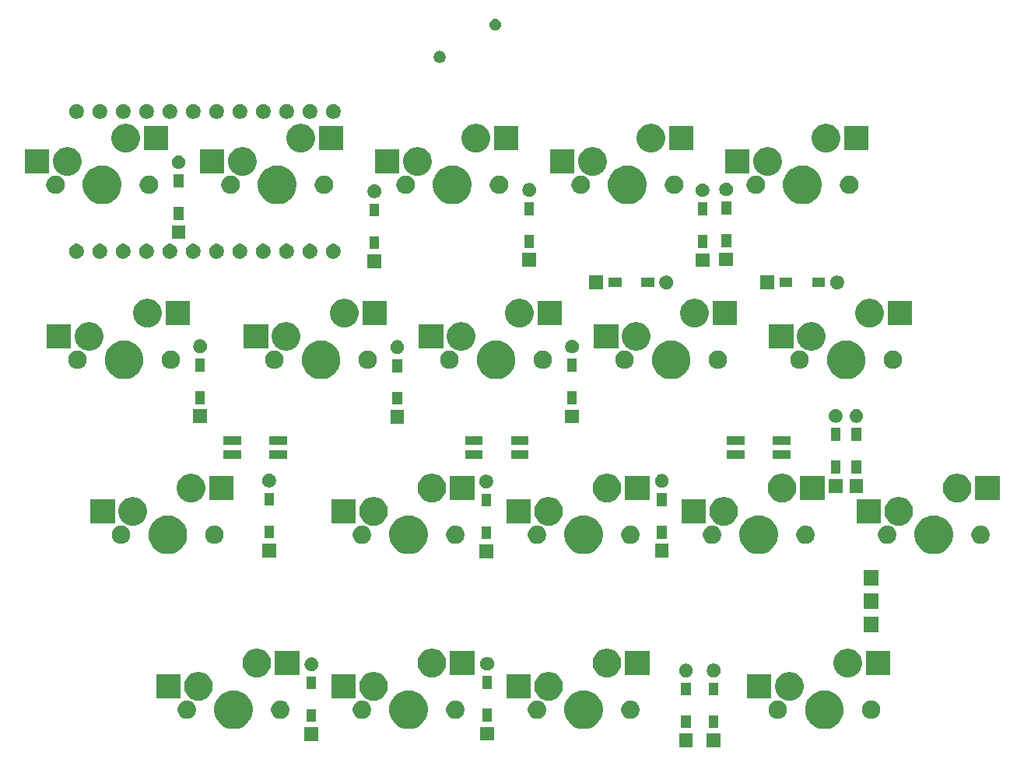
<source format=gbs>
G04 #@! TF.GenerationSoftware,KiCad,Pcbnew,(5.1.6-0-10_14)*
G04 #@! TF.CreationDate,2022-06-07T20:37:10+09:00*
G04 #@! TF.ProjectId,cool939,636f6f6c-3933-4392-9e6b-696361645f70,rev?*
G04 #@! TF.SameCoordinates,Original*
G04 #@! TF.FileFunction,Soldermask,Bot*
G04 #@! TF.FilePolarity,Negative*
%FSLAX46Y46*%
G04 Gerber Fmt 4.6, Leading zero omitted, Abs format (unit mm)*
G04 Created by KiCad (PCBNEW (5.1.6-0-10_14)) date 2022-06-07 20:37:10*
%MOMM*%
%LPD*%
G01*
G04 APERTURE LIST*
%ADD10C,0.100000*%
G04 APERTURE END LIST*
D10*
G36*
X95849500Y-61239500D02*
G01*
X94350500Y-61239500D01*
X94350500Y-59740500D01*
X95849500Y-59740500D01*
X95849500Y-61239500D01*
G37*
G36*
X92839500Y-61239500D02*
G01*
X91340500Y-61239500D01*
X91340500Y-59740500D01*
X92839500Y-59740500D01*
X92839500Y-61239500D01*
G37*
G36*
X52099500Y-60569500D02*
G01*
X50600500Y-60569500D01*
X50600500Y-59070500D01*
X52099500Y-59070500D01*
X52099500Y-60569500D01*
G37*
G36*
X71209500Y-60499500D02*
G01*
X69710500Y-60499500D01*
X69710500Y-59000500D01*
X71209500Y-59000500D01*
X71209500Y-60499500D01*
G37*
G36*
X107634036Y-55102827D02*
G01*
X107769339Y-55129740D01*
X108151697Y-55288118D01*
X108495810Y-55518047D01*
X108788453Y-55810690D01*
X109018382Y-56154803D01*
X109166297Y-56511900D01*
X109176760Y-56537162D01*
X109257500Y-56943068D01*
X109257500Y-57356932D01*
X109204347Y-57624149D01*
X109176760Y-57762839D01*
X109018382Y-58145197D01*
X108788453Y-58489310D01*
X108495810Y-58781953D01*
X108151697Y-59011882D01*
X107769339Y-59170260D01*
X107634036Y-59197173D01*
X107363432Y-59251000D01*
X106949568Y-59251000D01*
X106678964Y-59197173D01*
X106543661Y-59170260D01*
X106161303Y-59011882D01*
X105817190Y-58781953D01*
X105524547Y-58489310D01*
X105294618Y-58145197D01*
X105136240Y-57762839D01*
X105108653Y-57624149D01*
X105055500Y-57356932D01*
X105055500Y-56943068D01*
X105136240Y-56537162D01*
X105146704Y-56511900D01*
X105294618Y-56154803D01*
X105524547Y-55810690D01*
X105817190Y-55518047D01*
X106161303Y-55288118D01*
X106543661Y-55129740D01*
X106678964Y-55102827D01*
X106949568Y-55049000D01*
X107363432Y-55049000D01*
X107634036Y-55102827D01*
G37*
G36*
X81440036Y-55102827D02*
G01*
X81575339Y-55129740D01*
X81957697Y-55288118D01*
X82301810Y-55518047D01*
X82594453Y-55810690D01*
X82824382Y-56154803D01*
X82972297Y-56511900D01*
X82982760Y-56537162D01*
X83063500Y-56943068D01*
X83063500Y-57356932D01*
X83010347Y-57624149D01*
X82982760Y-57762839D01*
X82824382Y-58145197D01*
X82594453Y-58489310D01*
X82301810Y-58781953D01*
X81957697Y-59011882D01*
X81575339Y-59170260D01*
X81440036Y-59197173D01*
X81169432Y-59251000D01*
X80755568Y-59251000D01*
X80484964Y-59197173D01*
X80349661Y-59170260D01*
X79967303Y-59011882D01*
X79623190Y-58781953D01*
X79330547Y-58489310D01*
X79100618Y-58145197D01*
X78942240Y-57762839D01*
X78914653Y-57624149D01*
X78861500Y-57356932D01*
X78861500Y-56943068D01*
X78942240Y-56537162D01*
X78952704Y-56511900D01*
X79100618Y-56154803D01*
X79330547Y-55810690D01*
X79623190Y-55518047D01*
X79967303Y-55288118D01*
X80349661Y-55129740D01*
X80484964Y-55102827D01*
X80755568Y-55049000D01*
X81169432Y-55049000D01*
X81440036Y-55102827D01*
G37*
G36*
X62390036Y-55102827D02*
G01*
X62525339Y-55129740D01*
X62907697Y-55288118D01*
X63251810Y-55518047D01*
X63544453Y-55810690D01*
X63774382Y-56154803D01*
X63922297Y-56511900D01*
X63932760Y-56537162D01*
X64013500Y-56943068D01*
X64013500Y-57356932D01*
X63960347Y-57624149D01*
X63932760Y-57762839D01*
X63774382Y-58145197D01*
X63544453Y-58489310D01*
X63251810Y-58781953D01*
X62907697Y-59011882D01*
X62525339Y-59170260D01*
X62390036Y-59197173D01*
X62119432Y-59251000D01*
X61705568Y-59251000D01*
X61434964Y-59197173D01*
X61299661Y-59170260D01*
X60917303Y-59011882D01*
X60573190Y-58781953D01*
X60280547Y-58489310D01*
X60050618Y-58145197D01*
X59892240Y-57762839D01*
X59864653Y-57624149D01*
X59811500Y-57356932D01*
X59811500Y-56943068D01*
X59892240Y-56537162D01*
X59902704Y-56511900D01*
X60050618Y-56154803D01*
X60280547Y-55810690D01*
X60573190Y-55518047D01*
X60917303Y-55288118D01*
X61299661Y-55129740D01*
X61434964Y-55102827D01*
X61705568Y-55049000D01*
X62119432Y-55049000D01*
X62390036Y-55102827D01*
G37*
G36*
X43340036Y-55102827D02*
G01*
X43475339Y-55129740D01*
X43857697Y-55288118D01*
X44201810Y-55518047D01*
X44494453Y-55810690D01*
X44724382Y-56154803D01*
X44872297Y-56511900D01*
X44882760Y-56537162D01*
X44963500Y-56943068D01*
X44963500Y-57356932D01*
X44910347Y-57624149D01*
X44882760Y-57762839D01*
X44724382Y-58145197D01*
X44494453Y-58489310D01*
X44201810Y-58781953D01*
X43857697Y-59011882D01*
X43475339Y-59170260D01*
X43340036Y-59197173D01*
X43069432Y-59251000D01*
X42655568Y-59251000D01*
X42384964Y-59197173D01*
X42249661Y-59170260D01*
X41867303Y-59011882D01*
X41523190Y-58781953D01*
X41230547Y-58489310D01*
X41000618Y-58145197D01*
X40842240Y-57762839D01*
X40814653Y-57624149D01*
X40761500Y-57356932D01*
X40761500Y-56943068D01*
X40842240Y-56537162D01*
X40852704Y-56511900D01*
X41000618Y-56154803D01*
X41230547Y-55810690D01*
X41523190Y-55518047D01*
X41867303Y-55288118D01*
X42249661Y-55129740D01*
X42384964Y-55102827D01*
X42655568Y-55049000D01*
X43069432Y-55049000D01*
X43340036Y-55102827D01*
G37*
G36*
X92616000Y-59156000D02*
G01*
X91564000Y-59156000D01*
X91564000Y-57754000D01*
X92616000Y-57754000D01*
X92616000Y-59156000D01*
G37*
G36*
X95626000Y-59156000D02*
G01*
X94574000Y-59156000D01*
X94574000Y-57754000D01*
X95626000Y-57754000D01*
X95626000Y-59156000D01*
G37*
G36*
X51876000Y-58486000D02*
G01*
X50824000Y-58486000D01*
X50824000Y-57084000D01*
X51876000Y-57084000D01*
X51876000Y-58486000D01*
G37*
G36*
X70986000Y-58416000D02*
G01*
X69934000Y-58416000D01*
X69934000Y-57014000D01*
X70986000Y-57014000D01*
X70986000Y-58416000D01*
G37*
G36*
X56960264Y-56154803D02*
G01*
X57124481Y-56187468D01*
X57306651Y-56262926D01*
X57470600Y-56372473D01*
X57610027Y-56511900D01*
X57719574Y-56675849D01*
X57795032Y-56858019D01*
X57833500Y-57051410D01*
X57833500Y-57248590D01*
X57795032Y-57441981D01*
X57719574Y-57624151D01*
X57610027Y-57788100D01*
X57470600Y-57927527D01*
X57306651Y-58037074D01*
X57124481Y-58112532D01*
X57027785Y-58131766D01*
X56931091Y-58151000D01*
X56733909Y-58151000D01*
X56637215Y-58131766D01*
X56540519Y-58112532D01*
X56358349Y-58037074D01*
X56194400Y-57927527D01*
X56054973Y-57788100D01*
X55945426Y-57624151D01*
X55869968Y-57441981D01*
X55831500Y-57248590D01*
X55831500Y-57051410D01*
X55869968Y-56858019D01*
X55945426Y-56675849D01*
X56054973Y-56511900D01*
X56194400Y-56372473D01*
X56358349Y-56262926D01*
X56540519Y-56187468D01*
X56704736Y-56154803D01*
X56733909Y-56149000D01*
X56931091Y-56149000D01*
X56960264Y-56154803D01*
G37*
G36*
X48070264Y-56154803D02*
G01*
X48234481Y-56187468D01*
X48416651Y-56262926D01*
X48580600Y-56372473D01*
X48720027Y-56511900D01*
X48829574Y-56675849D01*
X48905032Y-56858019D01*
X48943500Y-57051410D01*
X48943500Y-57248590D01*
X48905032Y-57441981D01*
X48829574Y-57624151D01*
X48720027Y-57788100D01*
X48580600Y-57927527D01*
X48416651Y-58037074D01*
X48234481Y-58112532D01*
X48137785Y-58131766D01*
X48041091Y-58151000D01*
X47843909Y-58151000D01*
X47747215Y-58131766D01*
X47650519Y-58112532D01*
X47468349Y-58037074D01*
X47304400Y-57927527D01*
X47164973Y-57788100D01*
X47055426Y-57624151D01*
X46979968Y-57441981D01*
X46941500Y-57248590D01*
X46941500Y-57051410D01*
X46979968Y-56858019D01*
X47055426Y-56675849D01*
X47164973Y-56511900D01*
X47304400Y-56372473D01*
X47468349Y-56262926D01*
X47650519Y-56187468D01*
X47814736Y-56154803D01*
X47843909Y-56149000D01*
X48041091Y-56149000D01*
X48070264Y-56154803D01*
G37*
G36*
X37910264Y-56154803D02*
G01*
X38074481Y-56187468D01*
X38256651Y-56262926D01*
X38420600Y-56372473D01*
X38560027Y-56511900D01*
X38669574Y-56675849D01*
X38745032Y-56858019D01*
X38783500Y-57051410D01*
X38783500Y-57248590D01*
X38745032Y-57441981D01*
X38669574Y-57624151D01*
X38560027Y-57788100D01*
X38420600Y-57927527D01*
X38256651Y-58037074D01*
X38074481Y-58112532D01*
X37977785Y-58131766D01*
X37881091Y-58151000D01*
X37683909Y-58151000D01*
X37587215Y-58131766D01*
X37490519Y-58112532D01*
X37308349Y-58037074D01*
X37144400Y-57927527D01*
X37004973Y-57788100D01*
X36895426Y-57624151D01*
X36819968Y-57441981D01*
X36781500Y-57248590D01*
X36781500Y-57051410D01*
X36819968Y-56858019D01*
X36895426Y-56675849D01*
X37004973Y-56511900D01*
X37144400Y-56372473D01*
X37308349Y-56262926D01*
X37490519Y-56187468D01*
X37654736Y-56154803D01*
X37683909Y-56149000D01*
X37881091Y-56149000D01*
X37910264Y-56154803D01*
G37*
G36*
X102204264Y-56154803D02*
G01*
X102368481Y-56187468D01*
X102550651Y-56262926D01*
X102714600Y-56372473D01*
X102854027Y-56511900D01*
X102963574Y-56675849D01*
X103039032Y-56858019D01*
X103077500Y-57051410D01*
X103077500Y-57248590D01*
X103039032Y-57441981D01*
X102963574Y-57624151D01*
X102854027Y-57788100D01*
X102714600Y-57927527D01*
X102550651Y-58037074D01*
X102368481Y-58112532D01*
X102271785Y-58131766D01*
X102175091Y-58151000D01*
X101977909Y-58151000D01*
X101881215Y-58131766D01*
X101784519Y-58112532D01*
X101602349Y-58037074D01*
X101438400Y-57927527D01*
X101298973Y-57788100D01*
X101189426Y-57624151D01*
X101113968Y-57441981D01*
X101075500Y-57248590D01*
X101075500Y-57051410D01*
X101113968Y-56858019D01*
X101189426Y-56675849D01*
X101298973Y-56511900D01*
X101438400Y-56372473D01*
X101602349Y-56262926D01*
X101784519Y-56187468D01*
X101948736Y-56154803D01*
X101977909Y-56149000D01*
X102175091Y-56149000D01*
X102204264Y-56154803D01*
G37*
G36*
X112364264Y-56154803D02*
G01*
X112528481Y-56187468D01*
X112710651Y-56262926D01*
X112874600Y-56372473D01*
X113014027Y-56511900D01*
X113123574Y-56675849D01*
X113199032Y-56858019D01*
X113237500Y-57051410D01*
X113237500Y-57248590D01*
X113199032Y-57441981D01*
X113123574Y-57624151D01*
X113014027Y-57788100D01*
X112874600Y-57927527D01*
X112710651Y-58037074D01*
X112528481Y-58112532D01*
X112431785Y-58131766D01*
X112335091Y-58151000D01*
X112137909Y-58151000D01*
X112041215Y-58131766D01*
X111944519Y-58112532D01*
X111762349Y-58037074D01*
X111598400Y-57927527D01*
X111458973Y-57788100D01*
X111349426Y-57624151D01*
X111273968Y-57441981D01*
X111235500Y-57248590D01*
X111235500Y-57051410D01*
X111273968Y-56858019D01*
X111349426Y-56675849D01*
X111458973Y-56511900D01*
X111598400Y-56372473D01*
X111762349Y-56262926D01*
X111944519Y-56187468D01*
X112108736Y-56154803D01*
X112137909Y-56149000D01*
X112335091Y-56149000D01*
X112364264Y-56154803D01*
G37*
G36*
X86170264Y-56154803D02*
G01*
X86334481Y-56187468D01*
X86516651Y-56262926D01*
X86680600Y-56372473D01*
X86820027Y-56511900D01*
X86929574Y-56675849D01*
X87005032Y-56858019D01*
X87043500Y-57051410D01*
X87043500Y-57248590D01*
X87005032Y-57441981D01*
X86929574Y-57624151D01*
X86820027Y-57788100D01*
X86680600Y-57927527D01*
X86516651Y-58037074D01*
X86334481Y-58112532D01*
X86237785Y-58131766D01*
X86141091Y-58151000D01*
X85943909Y-58151000D01*
X85847215Y-58131766D01*
X85750519Y-58112532D01*
X85568349Y-58037074D01*
X85404400Y-57927527D01*
X85264973Y-57788100D01*
X85155426Y-57624151D01*
X85079968Y-57441981D01*
X85041500Y-57248590D01*
X85041500Y-57051410D01*
X85079968Y-56858019D01*
X85155426Y-56675849D01*
X85264973Y-56511900D01*
X85404400Y-56372473D01*
X85568349Y-56262926D01*
X85750519Y-56187468D01*
X85914736Y-56154803D01*
X85943909Y-56149000D01*
X86141091Y-56149000D01*
X86170264Y-56154803D01*
G37*
G36*
X76010264Y-56154803D02*
G01*
X76174481Y-56187468D01*
X76356651Y-56262926D01*
X76520600Y-56372473D01*
X76660027Y-56511900D01*
X76769574Y-56675849D01*
X76845032Y-56858019D01*
X76883500Y-57051410D01*
X76883500Y-57248590D01*
X76845032Y-57441981D01*
X76769574Y-57624151D01*
X76660027Y-57788100D01*
X76520600Y-57927527D01*
X76356651Y-58037074D01*
X76174481Y-58112532D01*
X76077785Y-58131766D01*
X75981091Y-58151000D01*
X75783909Y-58151000D01*
X75687215Y-58131766D01*
X75590519Y-58112532D01*
X75408349Y-58037074D01*
X75244400Y-57927527D01*
X75104973Y-57788100D01*
X74995426Y-57624151D01*
X74919968Y-57441981D01*
X74881500Y-57248590D01*
X74881500Y-57051410D01*
X74919968Y-56858019D01*
X74995426Y-56675849D01*
X75104973Y-56511900D01*
X75244400Y-56372473D01*
X75408349Y-56262926D01*
X75590519Y-56187468D01*
X75754736Y-56154803D01*
X75783909Y-56149000D01*
X75981091Y-56149000D01*
X76010264Y-56154803D01*
G37*
G36*
X67120264Y-56154803D02*
G01*
X67284481Y-56187468D01*
X67466651Y-56262926D01*
X67630600Y-56372473D01*
X67770027Y-56511900D01*
X67879574Y-56675849D01*
X67955032Y-56858019D01*
X67993500Y-57051410D01*
X67993500Y-57248590D01*
X67955032Y-57441981D01*
X67879574Y-57624151D01*
X67770027Y-57788100D01*
X67630600Y-57927527D01*
X67466651Y-58037074D01*
X67284481Y-58112532D01*
X67187785Y-58131766D01*
X67091091Y-58151000D01*
X66893909Y-58151000D01*
X66797215Y-58131766D01*
X66700519Y-58112532D01*
X66518349Y-58037074D01*
X66354400Y-57927527D01*
X66214973Y-57788100D01*
X66105426Y-57624151D01*
X66029968Y-57441981D01*
X65991500Y-57248590D01*
X65991500Y-57051410D01*
X66029968Y-56858019D01*
X66105426Y-56675849D01*
X66214973Y-56511900D01*
X66354400Y-56372473D01*
X66518349Y-56262926D01*
X66700519Y-56187468D01*
X66864736Y-56154803D01*
X66893909Y-56149000D01*
X67091091Y-56149000D01*
X67120264Y-56154803D01*
G37*
G36*
X58404170Y-53088620D02*
G01*
X58554910Y-53118604D01*
X58837174Y-53235521D01*
X59091205Y-53405259D01*
X59307241Y-53621295D01*
X59476979Y-53875326D01*
X59593896Y-54157590D01*
X59653500Y-54457240D01*
X59653500Y-54762760D01*
X59593896Y-55062410D01*
X59476979Y-55344674D01*
X59307241Y-55598705D01*
X59091205Y-55814741D01*
X58837174Y-55984479D01*
X58554910Y-56101396D01*
X58405085Y-56131198D01*
X58255261Y-56161000D01*
X57949739Y-56161000D01*
X57799915Y-56131198D01*
X57650090Y-56101396D01*
X57367826Y-55984479D01*
X57113795Y-55814741D01*
X56897759Y-55598705D01*
X56728021Y-55344674D01*
X56611104Y-55062410D01*
X56551500Y-54762760D01*
X56551500Y-54457240D01*
X56611104Y-54157590D01*
X56728021Y-53875326D01*
X56897759Y-53621295D01*
X57113795Y-53405259D01*
X57367826Y-53235521D01*
X57650090Y-53118604D01*
X57800830Y-53088620D01*
X57949739Y-53059000D01*
X58255261Y-53059000D01*
X58404170Y-53088620D01*
G37*
G36*
X103648170Y-53088620D02*
G01*
X103798910Y-53118604D01*
X104081174Y-53235521D01*
X104335205Y-53405259D01*
X104551241Y-53621295D01*
X104720979Y-53875326D01*
X104837896Y-54157590D01*
X104897500Y-54457240D01*
X104897500Y-54762760D01*
X104837896Y-55062410D01*
X104720979Y-55344674D01*
X104551241Y-55598705D01*
X104335205Y-55814741D01*
X104081174Y-55984479D01*
X103798910Y-56101396D01*
X103649085Y-56131198D01*
X103499261Y-56161000D01*
X103193739Y-56161000D01*
X103043915Y-56131198D01*
X102894090Y-56101396D01*
X102611826Y-55984479D01*
X102357795Y-55814741D01*
X102141759Y-55598705D01*
X101972021Y-55344674D01*
X101855104Y-55062410D01*
X101795500Y-54762760D01*
X101795500Y-54457240D01*
X101855104Y-54157590D01*
X101972021Y-53875326D01*
X102141759Y-53621295D01*
X102357795Y-53405259D01*
X102611826Y-53235521D01*
X102894090Y-53118604D01*
X103044830Y-53088620D01*
X103193739Y-53059000D01*
X103499261Y-53059000D01*
X103648170Y-53088620D01*
G37*
G36*
X39354170Y-53088620D02*
G01*
X39504910Y-53118604D01*
X39787174Y-53235521D01*
X40041205Y-53405259D01*
X40257241Y-53621295D01*
X40426979Y-53875326D01*
X40543896Y-54157590D01*
X40603500Y-54457240D01*
X40603500Y-54762760D01*
X40543896Y-55062410D01*
X40426979Y-55344674D01*
X40257241Y-55598705D01*
X40041205Y-55814741D01*
X39787174Y-55984479D01*
X39504910Y-56101396D01*
X39355085Y-56131198D01*
X39205261Y-56161000D01*
X38899739Y-56161000D01*
X38749915Y-56131198D01*
X38600090Y-56101396D01*
X38317826Y-55984479D01*
X38063795Y-55814741D01*
X37847759Y-55598705D01*
X37678021Y-55344674D01*
X37561104Y-55062410D01*
X37501500Y-54762760D01*
X37501500Y-54457240D01*
X37561104Y-54157590D01*
X37678021Y-53875326D01*
X37847759Y-53621295D01*
X38063795Y-53405259D01*
X38317826Y-53235521D01*
X38600090Y-53118604D01*
X38750830Y-53088620D01*
X38899739Y-53059000D01*
X39205261Y-53059000D01*
X39354170Y-53088620D01*
G37*
G36*
X77454170Y-53088620D02*
G01*
X77604910Y-53118604D01*
X77887174Y-53235521D01*
X78141205Y-53405259D01*
X78357241Y-53621295D01*
X78526979Y-53875326D01*
X78643896Y-54157590D01*
X78703500Y-54457240D01*
X78703500Y-54762760D01*
X78643896Y-55062410D01*
X78526979Y-55344674D01*
X78357241Y-55598705D01*
X78141205Y-55814741D01*
X77887174Y-55984479D01*
X77604910Y-56101396D01*
X77455085Y-56131198D01*
X77305261Y-56161000D01*
X76999739Y-56161000D01*
X76849915Y-56131198D01*
X76700090Y-56101396D01*
X76417826Y-55984479D01*
X76163795Y-55814741D01*
X75947759Y-55598705D01*
X75778021Y-55344674D01*
X75661104Y-55062410D01*
X75601500Y-54762760D01*
X75601500Y-54457240D01*
X75661104Y-54157590D01*
X75778021Y-53875326D01*
X75947759Y-53621295D01*
X76163795Y-53405259D01*
X76417826Y-53235521D01*
X76700090Y-53118604D01*
X76850830Y-53088620D01*
X76999739Y-53059000D01*
X77305261Y-53059000D01*
X77454170Y-53088620D01*
G37*
G36*
X101397500Y-55911000D02*
G01*
X98745500Y-55911000D01*
X98745500Y-53309000D01*
X101397500Y-53309000D01*
X101397500Y-55911000D01*
G37*
G36*
X75203500Y-55911000D02*
G01*
X72551500Y-55911000D01*
X72551500Y-53309000D01*
X75203500Y-53309000D01*
X75203500Y-55911000D01*
G37*
G36*
X37103500Y-55911000D02*
G01*
X34451500Y-55911000D01*
X34451500Y-53309000D01*
X37103500Y-53309000D01*
X37103500Y-55911000D01*
G37*
G36*
X56153500Y-55911000D02*
G01*
X53501500Y-55911000D01*
X53501500Y-53309000D01*
X56153500Y-53309000D01*
X56153500Y-55911000D01*
G37*
G36*
X92616000Y-55606000D02*
G01*
X91564000Y-55606000D01*
X91564000Y-54204000D01*
X92616000Y-54204000D01*
X92616000Y-55606000D01*
G37*
G36*
X95626000Y-55606000D02*
G01*
X94574000Y-55606000D01*
X94574000Y-54204000D01*
X95626000Y-54204000D01*
X95626000Y-55606000D01*
G37*
G36*
X51876000Y-54936000D02*
G01*
X50824000Y-54936000D01*
X50824000Y-53534000D01*
X51876000Y-53534000D01*
X51876000Y-54936000D01*
G37*
G36*
X70986000Y-54866000D02*
G01*
X69934000Y-54866000D01*
X69934000Y-53464000D01*
X70986000Y-53464000D01*
X70986000Y-54866000D01*
G37*
G36*
X64755085Y-50548802D02*
G01*
X64904910Y-50578604D01*
X65187174Y-50695521D01*
X65441205Y-50865259D01*
X65657241Y-51081295D01*
X65826979Y-51335326D01*
X65943896Y-51617590D01*
X65950785Y-51652224D01*
X66002335Y-51911380D01*
X66003500Y-51917240D01*
X66003500Y-52222760D01*
X65943896Y-52522410D01*
X65826979Y-52804674D01*
X65657241Y-53058705D01*
X65441205Y-53274741D01*
X65187174Y-53444479D01*
X64904910Y-53561396D01*
X64757604Y-53590697D01*
X64605261Y-53621000D01*
X64299739Y-53621000D01*
X64147396Y-53590697D01*
X64000090Y-53561396D01*
X63717826Y-53444479D01*
X63463795Y-53274741D01*
X63247759Y-53058705D01*
X63078021Y-52804674D01*
X62961104Y-52522410D01*
X62901500Y-52222760D01*
X62901500Y-51917240D01*
X62902666Y-51911380D01*
X62954215Y-51652224D01*
X62961104Y-51617590D01*
X63078021Y-51335326D01*
X63247759Y-51081295D01*
X63463795Y-50865259D01*
X63717826Y-50695521D01*
X64000090Y-50578604D01*
X64149915Y-50548802D01*
X64299739Y-50519000D01*
X64605261Y-50519000D01*
X64755085Y-50548802D01*
G37*
G36*
X45705085Y-50548802D02*
G01*
X45854910Y-50578604D01*
X46137174Y-50695521D01*
X46391205Y-50865259D01*
X46607241Y-51081295D01*
X46776979Y-51335326D01*
X46893896Y-51617590D01*
X46900785Y-51652224D01*
X46952335Y-51911380D01*
X46953500Y-51917240D01*
X46953500Y-52222760D01*
X46893896Y-52522410D01*
X46776979Y-52804674D01*
X46607241Y-53058705D01*
X46391205Y-53274741D01*
X46137174Y-53444479D01*
X45854910Y-53561396D01*
X45707604Y-53590697D01*
X45555261Y-53621000D01*
X45249739Y-53621000D01*
X45097396Y-53590697D01*
X44950090Y-53561396D01*
X44667826Y-53444479D01*
X44413795Y-53274741D01*
X44197759Y-53058705D01*
X44028021Y-52804674D01*
X43911104Y-52522410D01*
X43851500Y-52222760D01*
X43851500Y-51917240D01*
X43852666Y-51911380D01*
X43904215Y-51652224D01*
X43911104Y-51617590D01*
X44028021Y-51335326D01*
X44197759Y-51081295D01*
X44413795Y-50865259D01*
X44667826Y-50695521D01*
X44950090Y-50578604D01*
X45099915Y-50548802D01*
X45249739Y-50519000D01*
X45555261Y-50519000D01*
X45705085Y-50548802D01*
G37*
G36*
X83805085Y-50548802D02*
G01*
X83954910Y-50578604D01*
X84237174Y-50695521D01*
X84491205Y-50865259D01*
X84707241Y-51081295D01*
X84876979Y-51335326D01*
X84993896Y-51617590D01*
X85000785Y-51652224D01*
X85052335Y-51911380D01*
X85053500Y-51917240D01*
X85053500Y-52222760D01*
X84993896Y-52522410D01*
X84876979Y-52804674D01*
X84707241Y-53058705D01*
X84491205Y-53274741D01*
X84237174Y-53444479D01*
X83954910Y-53561396D01*
X83807604Y-53590697D01*
X83655261Y-53621000D01*
X83349739Y-53621000D01*
X83197396Y-53590697D01*
X83050090Y-53561396D01*
X82767826Y-53444479D01*
X82513795Y-53274741D01*
X82297759Y-53058705D01*
X82128021Y-52804674D01*
X82011104Y-52522410D01*
X81951500Y-52222760D01*
X81951500Y-51917240D01*
X81952666Y-51911380D01*
X82004215Y-51652224D01*
X82011104Y-51617590D01*
X82128021Y-51335326D01*
X82297759Y-51081295D01*
X82513795Y-50865259D01*
X82767826Y-50695521D01*
X83050090Y-50578604D01*
X83199915Y-50548802D01*
X83349739Y-50519000D01*
X83655261Y-50519000D01*
X83805085Y-50548802D01*
G37*
G36*
X109999085Y-50548802D02*
G01*
X110148910Y-50578604D01*
X110431174Y-50695521D01*
X110685205Y-50865259D01*
X110901241Y-51081295D01*
X111070979Y-51335326D01*
X111187896Y-51617590D01*
X111194785Y-51652224D01*
X111246335Y-51911380D01*
X111247500Y-51917240D01*
X111247500Y-52222760D01*
X111187896Y-52522410D01*
X111070979Y-52804674D01*
X110901241Y-53058705D01*
X110685205Y-53274741D01*
X110431174Y-53444479D01*
X110148910Y-53561396D01*
X110001604Y-53590697D01*
X109849261Y-53621000D01*
X109543739Y-53621000D01*
X109391396Y-53590697D01*
X109244090Y-53561396D01*
X108961826Y-53444479D01*
X108707795Y-53274741D01*
X108491759Y-53058705D01*
X108322021Y-52804674D01*
X108205104Y-52522410D01*
X108145500Y-52222760D01*
X108145500Y-51917240D01*
X108146666Y-51911380D01*
X108198215Y-51652224D01*
X108205104Y-51617590D01*
X108322021Y-51335326D01*
X108491759Y-51081295D01*
X108707795Y-50865259D01*
X108961826Y-50695521D01*
X109244090Y-50578604D01*
X109393915Y-50548802D01*
X109543739Y-50519000D01*
X109849261Y-50519000D01*
X109999085Y-50548802D01*
G37*
G36*
X92184425Y-52124599D02*
G01*
X92308621Y-52149302D01*
X92445022Y-52205801D01*
X92567779Y-52287825D01*
X92672175Y-52392221D01*
X92754199Y-52514978D01*
X92810698Y-52651379D01*
X92839500Y-52796181D01*
X92839500Y-52943819D01*
X92810698Y-53088621D01*
X92754199Y-53225022D01*
X92672175Y-53347779D01*
X92567779Y-53452175D01*
X92445022Y-53534199D01*
X92308621Y-53590698D01*
X92184425Y-53615401D01*
X92163820Y-53619500D01*
X92016180Y-53619500D01*
X91995575Y-53615401D01*
X91871379Y-53590698D01*
X91734978Y-53534199D01*
X91612221Y-53452175D01*
X91507825Y-53347779D01*
X91425801Y-53225022D01*
X91369302Y-53088621D01*
X91340500Y-52943819D01*
X91340500Y-52796181D01*
X91369302Y-52651379D01*
X91425801Y-52514978D01*
X91507825Y-52392221D01*
X91612221Y-52287825D01*
X91734978Y-52205801D01*
X91871379Y-52149302D01*
X91995575Y-52124599D01*
X92016180Y-52120500D01*
X92163820Y-52120500D01*
X92184425Y-52124599D01*
G37*
G36*
X95194425Y-52124599D02*
G01*
X95318621Y-52149302D01*
X95455022Y-52205801D01*
X95577779Y-52287825D01*
X95682175Y-52392221D01*
X95764199Y-52514978D01*
X95820698Y-52651379D01*
X95849500Y-52796181D01*
X95849500Y-52943819D01*
X95820698Y-53088621D01*
X95764199Y-53225022D01*
X95682175Y-53347779D01*
X95577779Y-53452175D01*
X95455022Y-53534199D01*
X95318621Y-53590698D01*
X95194425Y-53615401D01*
X95173820Y-53619500D01*
X95026180Y-53619500D01*
X95005575Y-53615401D01*
X94881379Y-53590698D01*
X94744978Y-53534199D01*
X94622221Y-53452175D01*
X94517825Y-53347779D01*
X94435801Y-53225022D01*
X94379302Y-53088621D01*
X94350500Y-52943819D01*
X94350500Y-52796181D01*
X94379302Y-52651379D01*
X94435801Y-52514978D01*
X94517825Y-52392221D01*
X94622221Y-52287825D01*
X94744978Y-52205801D01*
X94881379Y-52149302D01*
X95005575Y-52124599D01*
X95026180Y-52120500D01*
X95173820Y-52120500D01*
X95194425Y-52124599D01*
G37*
G36*
X50030500Y-53371000D02*
G01*
X47378500Y-53371000D01*
X47378500Y-50769000D01*
X50030500Y-50769000D01*
X50030500Y-53371000D01*
G37*
G36*
X88130500Y-53371000D02*
G01*
X85478500Y-53371000D01*
X85478500Y-50769000D01*
X88130500Y-50769000D01*
X88130500Y-53371000D01*
G37*
G36*
X69080500Y-53371000D02*
G01*
X66428500Y-53371000D01*
X66428500Y-50769000D01*
X69080500Y-50769000D01*
X69080500Y-53371000D01*
G37*
G36*
X114324500Y-53371000D02*
G01*
X111672500Y-53371000D01*
X111672500Y-50769000D01*
X114324500Y-50769000D01*
X114324500Y-53371000D01*
G37*
G36*
X51444425Y-51454599D02*
G01*
X51568621Y-51479302D01*
X51705022Y-51535801D01*
X51827779Y-51617825D01*
X51932175Y-51722221D01*
X52014199Y-51844978D01*
X52070698Y-51981379D01*
X52099500Y-52126181D01*
X52099500Y-52273819D01*
X52070698Y-52418621D01*
X52014199Y-52555022D01*
X51932175Y-52677779D01*
X51827779Y-52782175D01*
X51705022Y-52864199D01*
X51568621Y-52920698D01*
X51452380Y-52943819D01*
X51423820Y-52949500D01*
X51276180Y-52949500D01*
X51247620Y-52943819D01*
X51131379Y-52920698D01*
X50994978Y-52864199D01*
X50872221Y-52782175D01*
X50767825Y-52677779D01*
X50685801Y-52555022D01*
X50629302Y-52418621D01*
X50600500Y-52273819D01*
X50600500Y-52126181D01*
X50629302Y-51981379D01*
X50685801Y-51844978D01*
X50767825Y-51722221D01*
X50872221Y-51617825D01*
X50994978Y-51535801D01*
X51131379Y-51479302D01*
X51255575Y-51454599D01*
X51276180Y-51450500D01*
X51423820Y-51450500D01*
X51444425Y-51454599D01*
G37*
G36*
X70554425Y-51384599D02*
G01*
X70678621Y-51409302D01*
X70815022Y-51465801D01*
X70937779Y-51547825D01*
X71042175Y-51652221D01*
X71124199Y-51774978D01*
X71180698Y-51911379D01*
X71209500Y-52056181D01*
X71209500Y-52203819D01*
X71180698Y-52348621D01*
X71124199Y-52485022D01*
X71042175Y-52607779D01*
X70937779Y-52712175D01*
X70815022Y-52794199D01*
X70678621Y-52850698D01*
X70554425Y-52875401D01*
X70533820Y-52879500D01*
X70386180Y-52879500D01*
X70365575Y-52875401D01*
X70241379Y-52850698D01*
X70104978Y-52794199D01*
X69982221Y-52712175D01*
X69877825Y-52607779D01*
X69795801Y-52485022D01*
X69739302Y-52348621D01*
X69710500Y-52203819D01*
X69710500Y-52056181D01*
X69739302Y-51911379D01*
X69795801Y-51774978D01*
X69877825Y-51652221D01*
X69982221Y-51547825D01*
X70104978Y-51465801D01*
X70241379Y-51409302D01*
X70365575Y-51384599D01*
X70386180Y-51380500D01*
X70533820Y-51380500D01*
X70554425Y-51384599D01*
G37*
G36*
X113043000Y-48683000D02*
G01*
X111417000Y-48683000D01*
X111417000Y-47057000D01*
X113043000Y-47057000D01*
X113043000Y-48683000D01*
G37*
G36*
X113043000Y-46143000D02*
G01*
X111417000Y-46143000D01*
X111417000Y-44517000D01*
X113043000Y-44517000D01*
X113043000Y-46143000D01*
G37*
G36*
X113043000Y-43603000D02*
G01*
X111417000Y-43603000D01*
X111417000Y-41977000D01*
X113043000Y-41977000D01*
X113043000Y-43603000D01*
G37*
G36*
X71109500Y-40659500D02*
G01*
X69610500Y-40659500D01*
X69610500Y-39160500D01*
X71109500Y-39160500D01*
X71109500Y-40659500D01*
G37*
G36*
X90229500Y-40599500D02*
G01*
X88730500Y-40599500D01*
X88730500Y-39100500D01*
X90229500Y-39100500D01*
X90229500Y-40599500D01*
G37*
G36*
X47479500Y-40569500D02*
G01*
X45980500Y-40569500D01*
X45980500Y-39070500D01*
X47479500Y-39070500D01*
X47479500Y-40569500D01*
G37*
G36*
X100490036Y-36052827D02*
G01*
X100625339Y-36079740D01*
X101007697Y-36238118D01*
X101351810Y-36468047D01*
X101644453Y-36760690D01*
X101874382Y-37104803D01*
X102022297Y-37461900D01*
X102032760Y-37487162D01*
X102113500Y-37893068D01*
X102113500Y-38306932D01*
X102077881Y-38486000D01*
X102032760Y-38712839D01*
X101874382Y-39095197D01*
X101644453Y-39439310D01*
X101351810Y-39731953D01*
X101007697Y-39961882D01*
X100625339Y-40120260D01*
X100490036Y-40147173D01*
X100219432Y-40201000D01*
X99805568Y-40201000D01*
X99534964Y-40147173D01*
X99399661Y-40120260D01*
X99017303Y-39961882D01*
X98673190Y-39731953D01*
X98380547Y-39439310D01*
X98150618Y-39095197D01*
X97992240Y-38712839D01*
X97947119Y-38486000D01*
X97911500Y-38306932D01*
X97911500Y-37893068D01*
X97992240Y-37487162D01*
X98002704Y-37461900D01*
X98150618Y-37104803D01*
X98380547Y-36760690D01*
X98673190Y-36468047D01*
X99017303Y-36238118D01*
X99399661Y-36079740D01*
X99534964Y-36052827D01*
X99805568Y-35999000D01*
X100219432Y-35999000D01*
X100490036Y-36052827D01*
G37*
G36*
X62390036Y-36052827D02*
G01*
X62525339Y-36079740D01*
X62907697Y-36238118D01*
X63251810Y-36468047D01*
X63544453Y-36760690D01*
X63774382Y-37104803D01*
X63922297Y-37461900D01*
X63932760Y-37487162D01*
X64013500Y-37893068D01*
X64013500Y-38306932D01*
X63977881Y-38486000D01*
X63932760Y-38712839D01*
X63774382Y-39095197D01*
X63544453Y-39439310D01*
X63251810Y-39731953D01*
X62907697Y-39961882D01*
X62525339Y-40120260D01*
X62390036Y-40147173D01*
X62119432Y-40201000D01*
X61705568Y-40201000D01*
X61434964Y-40147173D01*
X61299661Y-40120260D01*
X60917303Y-39961882D01*
X60573190Y-39731953D01*
X60280547Y-39439310D01*
X60050618Y-39095197D01*
X59892240Y-38712839D01*
X59847119Y-38486000D01*
X59811500Y-38306932D01*
X59811500Y-37893068D01*
X59892240Y-37487162D01*
X59902704Y-37461900D01*
X60050618Y-37104803D01*
X60280547Y-36760690D01*
X60573190Y-36468047D01*
X60917303Y-36238118D01*
X61299661Y-36079740D01*
X61434964Y-36052827D01*
X61705568Y-35999000D01*
X62119432Y-35999000D01*
X62390036Y-36052827D01*
G37*
G36*
X81440036Y-36052827D02*
G01*
X81575339Y-36079740D01*
X81957697Y-36238118D01*
X82301810Y-36468047D01*
X82594453Y-36760690D01*
X82824382Y-37104803D01*
X82972297Y-37461900D01*
X82982760Y-37487162D01*
X83063500Y-37893068D01*
X83063500Y-38306932D01*
X83027881Y-38486000D01*
X82982760Y-38712839D01*
X82824382Y-39095197D01*
X82594453Y-39439310D01*
X82301810Y-39731953D01*
X81957697Y-39961882D01*
X81575339Y-40120260D01*
X81440036Y-40147173D01*
X81169432Y-40201000D01*
X80755568Y-40201000D01*
X80484964Y-40147173D01*
X80349661Y-40120260D01*
X79967303Y-39961882D01*
X79623190Y-39731953D01*
X79330547Y-39439310D01*
X79100618Y-39095197D01*
X78942240Y-38712839D01*
X78897119Y-38486000D01*
X78861500Y-38306932D01*
X78861500Y-37893068D01*
X78942240Y-37487162D01*
X78952704Y-37461900D01*
X79100618Y-37104803D01*
X79330547Y-36760690D01*
X79623190Y-36468047D01*
X79967303Y-36238118D01*
X80349661Y-36079740D01*
X80484964Y-36052827D01*
X80755568Y-35999000D01*
X81169432Y-35999000D01*
X81440036Y-36052827D01*
G37*
G36*
X36196536Y-36052827D02*
G01*
X36331839Y-36079740D01*
X36714197Y-36238118D01*
X37058310Y-36468047D01*
X37350953Y-36760690D01*
X37580882Y-37104803D01*
X37728797Y-37461900D01*
X37739260Y-37487162D01*
X37820000Y-37893068D01*
X37820000Y-38306932D01*
X37784381Y-38486000D01*
X37739260Y-38712839D01*
X37580882Y-39095197D01*
X37350953Y-39439310D01*
X37058310Y-39731953D01*
X36714197Y-39961882D01*
X36331839Y-40120260D01*
X36196536Y-40147173D01*
X35925932Y-40201000D01*
X35512068Y-40201000D01*
X35241464Y-40147173D01*
X35106161Y-40120260D01*
X34723803Y-39961882D01*
X34379690Y-39731953D01*
X34087047Y-39439310D01*
X33857118Y-39095197D01*
X33698740Y-38712839D01*
X33653619Y-38486000D01*
X33618000Y-38306932D01*
X33618000Y-37893068D01*
X33698740Y-37487162D01*
X33709204Y-37461900D01*
X33857118Y-37104803D01*
X34087047Y-36760690D01*
X34379690Y-36468047D01*
X34723803Y-36238118D01*
X35106161Y-36079740D01*
X35241464Y-36052827D01*
X35512068Y-35999000D01*
X35925932Y-35999000D01*
X36196536Y-36052827D01*
G37*
G36*
X119540036Y-36052827D02*
G01*
X119675339Y-36079740D01*
X120057697Y-36238118D01*
X120401810Y-36468047D01*
X120694453Y-36760690D01*
X120924382Y-37104803D01*
X121072297Y-37461900D01*
X121082760Y-37487162D01*
X121163500Y-37893068D01*
X121163500Y-38306932D01*
X121127881Y-38486000D01*
X121082760Y-38712839D01*
X120924382Y-39095197D01*
X120694453Y-39439310D01*
X120401810Y-39731953D01*
X120057697Y-39961882D01*
X119675339Y-40120260D01*
X119540036Y-40147173D01*
X119269432Y-40201000D01*
X118855568Y-40201000D01*
X118584964Y-40147173D01*
X118449661Y-40120260D01*
X118067303Y-39961882D01*
X117723190Y-39731953D01*
X117430547Y-39439310D01*
X117200618Y-39095197D01*
X117042240Y-38712839D01*
X116997119Y-38486000D01*
X116961500Y-38306932D01*
X116961500Y-37893068D01*
X117042240Y-37487162D01*
X117052704Y-37461900D01*
X117200618Y-37104803D01*
X117430547Y-36760690D01*
X117723190Y-36468047D01*
X118067303Y-36238118D01*
X118449661Y-36079740D01*
X118584964Y-36052827D01*
X118855568Y-35999000D01*
X119269432Y-35999000D01*
X119540036Y-36052827D01*
G37*
G36*
X86170264Y-37104803D02*
G01*
X86334481Y-37137468D01*
X86516651Y-37212926D01*
X86680600Y-37322473D01*
X86820027Y-37461900D01*
X86929574Y-37625849D01*
X87005032Y-37808019D01*
X87043500Y-38001410D01*
X87043500Y-38198590D01*
X87005032Y-38391981D01*
X86929574Y-38574151D01*
X86820027Y-38738100D01*
X86680600Y-38877527D01*
X86516651Y-38987074D01*
X86334481Y-39062532D01*
X86294423Y-39070500D01*
X86141091Y-39101000D01*
X85943909Y-39101000D01*
X85790577Y-39070500D01*
X85750519Y-39062532D01*
X85568349Y-38987074D01*
X85404400Y-38877527D01*
X85264973Y-38738100D01*
X85155426Y-38574151D01*
X85079968Y-38391981D01*
X85041500Y-38198590D01*
X85041500Y-38001410D01*
X85079968Y-37808019D01*
X85155426Y-37625849D01*
X85264973Y-37461900D01*
X85404400Y-37322473D01*
X85568349Y-37212926D01*
X85750519Y-37137468D01*
X85914736Y-37104803D01*
X85943909Y-37099000D01*
X86141091Y-37099000D01*
X86170264Y-37104803D01*
G37*
G36*
X40926764Y-37104803D02*
G01*
X41090981Y-37137468D01*
X41273151Y-37212926D01*
X41437100Y-37322473D01*
X41576527Y-37461900D01*
X41686074Y-37625849D01*
X41761532Y-37808019D01*
X41800000Y-38001410D01*
X41800000Y-38198590D01*
X41761532Y-38391981D01*
X41686074Y-38574151D01*
X41576527Y-38738100D01*
X41437100Y-38877527D01*
X41273151Y-38987074D01*
X41090981Y-39062532D01*
X41050923Y-39070500D01*
X40897591Y-39101000D01*
X40700409Y-39101000D01*
X40547077Y-39070500D01*
X40507019Y-39062532D01*
X40324849Y-38987074D01*
X40160900Y-38877527D01*
X40021473Y-38738100D01*
X39911926Y-38574151D01*
X39836468Y-38391981D01*
X39798000Y-38198590D01*
X39798000Y-38001410D01*
X39836468Y-37808019D01*
X39911926Y-37625849D01*
X40021473Y-37461900D01*
X40160900Y-37322473D01*
X40324849Y-37212926D01*
X40507019Y-37137468D01*
X40671236Y-37104803D01*
X40700409Y-37099000D01*
X40897591Y-37099000D01*
X40926764Y-37104803D01*
G37*
G36*
X30766764Y-37104803D02*
G01*
X30930981Y-37137468D01*
X31113151Y-37212926D01*
X31277100Y-37322473D01*
X31416527Y-37461900D01*
X31526074Y-37625849D01*
X31601532Y-37808019D01*
X31640000Y-38001410D01*
X31640000Y-38198590D01*
X31601532Y-38391981D01*
X31526074Y-38574151D01*
X31416527Y-38738100D01*
X31277100Y-38877527D01*
X31113151Y-38987074D01*
X30930981Y-39062532D01*
X30890923Y-39070500D01*
X30737591Y-39101000D01*
X30540409Y-39101000D01*
X30387077Y-39070500D01*
X30347019Y-39062532D01*
X30164849Y-38987074D01*
X30000900Y-38877527D01*
X29861473Y-38738100D01*
X29751926Y-38574151D01*
X29676468Y-38391981D01*
X29638000Y-38198590D01*
X29638000Y-38001410D01*
X29676468Y-37808019D01*
X29751926Y-37625849D01*
X29861473Y-37461900D01*
X30000900Y-37322473D01*
X30164849Y-37212926D01*
X30347019Y-37137468D01*
X30511236Y-37104803D01*
X30540409Y-37099000D01*
X30737591Y-37099000D01*
X30766764Y-37104803D01*
G37*
G36*
X124270264Y-37104803D02*
G01*
X124434481Y-37137468D01*
X124616651Y-37212926D01*
X124780600Y-37322473D01*
X124920027Y-37461900D01*
X125029574Y-37625849D01*
X125105032Y-37808019D01*
X125143500Y-38001410D01*
X125143500Y-38198590D01*
X125105032Y-38391981D01*
X125029574Y-38574151D01*
X124920027Y-38738100D01*
X124780600Y-38877527D01*
X124616651Y-38987074D01*
X124434481Y-39062532D01*
X124394423Y-39070500D01*
X124241091Y-39101000D01*
X124043909Y-39101000D01*
X123890577Y-39070500D01*
X123850519Y-39062532D01*
X123668349Y-38987074D01*
X123504400Y-38877527D01*
X123364973Y-38738100D01*
X123255426Y-38574151D01*
X123179968Y-38391981D01*
X123141500Y-38198590D01*
X123141500Y-38001410D01*
X123179968Y-37808019D01*
X123255426Y-37625849D01*
X123364973Y-37461900D01*
X123504400Y-37322473D01*
X123668349Y-37212926D01*
X123850519Y-37137468D01*
X124014736Y-37104803D01*
X124043909Y-37099000D01*
X124241091Y-37099000D01*
X124270264Y-37104803D01*
G37*
G36*
X114110264Y-37104803D02*
G01*
X114274481Y-37137468D01*
X114456651Y-37212926D01*
X114620600Y-37322473D01*
X114760027Y-37461900D01*
X114869574Y-37625849D01*
X114945032Y-37808019D01*
X114983500Y-38001410D01*
X114983500Y-38198590D01*
X114945032Y-38391981D01*
X114869574Y-38574151D01*
X114760027Y-38738100D01*
X114620600Y-38877527D01*
X114456651Y-38987074D01*
X114274481Y-39062532D01*
X114234423Y-39070500D01*
X114081091Y-39101000D01*
X113883909Y-39101000D01*
X113730577Y-39070500D01*
X113690519Y-39062532D01*
X113508349Y-38987074D01*
X113344400Y-38877527D01*
X113204973Y-38738100D01*
X113095426Y-38574151D01*
X113019968Y-38391981D01*
X112981500Y-38198590D01*
X112981500Y-38001410D01*
X113019968Y-37808019D01*
X113095426Y-37625849D01*
X113204973Y-37461900D01*
X113344400Y-37322473D01*
X113508349Y-37212926D01*
X113690519Y-37137468D01*
X113854736Y-37104803D01*
X113883909Y-37099000D01*
X114081091Y-37099000D01*
X114110264Y-37104803D01*
G37*
G36*
X95060264Y-37104803D02*
G01*
X95224481Y-37137468D01*
X95406651Y-37212926D01*
X95570600Y-37322473D01*
X95710027Y-37461900D01*
X95819574Y-37625849D01*
X95895032Y-37808019D01*
X95933500Y-38001410D01*
X95933500Y-38198590D01*
X95895032Y-38391981D01*
X95819574Y-38574151D01*
X95710027Y-38738100D01*
X95570600Y-38877527D01*
X95406651Y-38987074D01*
X95224481Y-39062532D01*
X95184423Y-39070500D01*
X95031091Y-39101000D01*
X94833909Y-39101000D01*
X94680577Y-39070500D01*
X94640519Y-39062532D01*
X94458349Y-38987074D01*
X94294400Y-38877527D01*
X94154973Y-38738100D01*
X94045426Y-38574151D01*
X93969968Y-38391981D01*
X93931500Y-38198590D01*
X93931500Y-38001410D01*
X93969968Y-37808019D01*
X94045426Y-37625849D01*
X94154973Y-37461900D01*
X94294400Y-37322473D01*
X94458349Y-37212926D01*
X94640519Y-37137468D01*
X94804736Y-37104803D01*
X94833909Y-37099000D01*
X95031091Y-37099000D01*
X95060264Y-37104803D01*
G37*
G36*
X56960264Y-37104803D02*
G01*
X57124481Y-37137468D01*
X57306651Y-37212926D01*
X57470600Y-37322473D01*
X57610027Y-37461900D01*
X57719574Y-37625849D01*
X57795032Y-37808019D01*
X57833500Y-38001410D01*
X57833500Y-38198590D01*
X57795032Y-38391981D01*
X57719574Y-38574151D01*
X57610027Y-38738100D01*
X57470600Y-38877527D01*
X57306651Y-38987074D01*
X57124481Y-39062532D01*
X57084423Y-39070500D01*
X56931091Y-39101000D01*
X56733909Y-39101000D01*
X56580577Y-39070500D01*
X56540519Y-39062532D01*
X56358349Y-38987074D01*
X56194400Y-38877527D01*
X56054973Y-38738100D01*
X55945426Y-38574151D01*
X55869968Y-38391981D01*
X55831500Y-38198590D01*
X55831500Y-38001410D01*
X55869968Y-37808019D01*
X55945426Y-37625849D01*
X56054973Y-37461900D01*
X56194400Y-37322473D01*
X56358349Y-37212926D01*
X56540519Y-37137468D01*
X56704736Y-37104803D01*
X56733909Y-37099000D01*
X56931091Y-37099000D01*
X56960264Y-37104803D01*
G37*
G36*
X67120264Y-37104803D02*
G01*
X67284481Y-37137468D01*
X67466651Y-37212926D01*
X67630600Y-37322473D01*
X67770027Y-37461900D01*
X67879574Y-37625849D01*
X67955032Y-37808019D01*
X67993500Y-38001410D01*
X67993500Y-38198590D01*
X67955032Y-38391981D01*
X67879574Y-38574151D01*
X67770027Y-38738100D01*
X67630600Y-38877527D01*
X67466651Y-38987074D01*
X67284481Y-39062532D01*
X67244423Y-39070500D01*
X67091091Y-39101000D01*
X66893909Y-39101000D01*
X66740577Y-39070500D01*
X66700519Y-39062532D01*
X66518349Y-38987074D01*
X66354400Y-38877527D01*
X66214973Y-38738100D01*
X66105426Y-38574151D01*
X66029968Y-38391981D01*
X65991500Y-38198590D01*
X65991500Y-38001410D01*
X66029968Y-37808019D01*
X66105426Y-37625849D01*
X66214973Y-37461900D01*
X66354400Y-37322473D01*
X66518349Y-37212926D01*
X66700519Y-37137468D01*
X66864736Y-37104803D01*
X66893909Y-37099000D01*
X67091091Y-37099000D01*
X67120264Y-37104803D01*
G37*
G36*
X105220264Y-37104803D02*
G01*
X105384481Y-37137468D01*
X105566651Y-37212926D01*
X105730600Y-37322473D01*
X105870027Y-37461900D01*
X105979574Y-37625849D01*
X106055032Y-37808019D01*
X106093500Y-38001410D01*
X106093500Y-38198590D01*
X106055032Y-38391981D01*
X105979574Y-38574151D01*
X105870027Y-38738100D01*
X105730600Y-38877527D01*
X105566651Y-38987074D01*
X105384481Y-39062532D01*
X105344423Y-39070500D01*
X105191091Y-39101000D01*
X104993909Y-39101000D01*
X104840577Y-39070500D01*
X104800519Y-39062532D01*
X104618349Y-38987074D01*
X104454400Y-38877527D01*
X104314973Y-38738100D01*
X104205426Y-38574151D01*
X104129968Y-38391981D01*
X104091500Y-38198590D01*
X104091500Y-38001410D01*
X104129968Y-37808019D01*
X104205426Y-37625849D01*
X104314973Y-37461900D01*
X104454400Y-37322473D01*
X104618349Y-37212926D01*
X104800519Y-37137468D01*
X104964736Y-37104803D01*
X104993909Y-37099000D01*
X105191091Y-37099000D01*
X105220264Y-37104803D01*
G37*
G36*
X76010264Y-37104803D02*
G01*
X76174481Y-37137468D01*
X76356651Y-37212926D01*
X76520600Y-37322473D01*
X76660027Y-37461900D01*
X76769574Y-37625849D01*
X76845032Y-37808019D01*
X76883500Y-38001410D01*
X76883500Y-38198590D01*
X76845032Y-38391981D01*
X76769574Y-38574151D01*
X76660027Y-38738100D01*
X76520600Y-38877527D01*
X76356651Y-38987074D01*
X76174481Y-39062532D01*
X76134423Y-39070500D01*
X75981091Y-39101000D01*
X75783909Y-39101000D01*
X75630577Y-39070500D01*
X75590519Y-39062532D01*
X75408349Y-38987074D01*
X75244400Y-38877527D01*
X75104973Y-38738100D01*
X74995426Y-38574151D01*
X74919968Y-38391981D01*
X74881500Y-38198590D01*
X74881500Y-38001410D01*
X74919968Y-37808019D01*
X74995426Y-37625849D01*
X75104973Y-37461900D01*
X75244400Y-37322473D01*
X75408349Y-37212926D01*
X75590519Y-37137468D01*
X75754736Y-37104803D01*
X75783909Y-37099000D01*
X75981091Y-37099000D01*
X76010264Y-37104803D01*
G37*
G36*
X70886000Y-38576000D02*
G01*
X69834000Y-38576000D01*
X69834000Y-37174000D01*
X70886000Y-37174000D01*
X70886000Y-38576000D01*
G37*
G36*
X90006000Y-38516000D02*
G01*
X88954000Y-38516000D01*
X88954000Y-37114000D01*
X90006000Y-37114000D01*
X90006000Y-38516000D01*
G37*
G36*
X47256000Y-38486000D02*
G01*
X46204000Y-38486000D01*
X46204000Y-37084000D01*
X47256000Y-37084000D01*
X47256000Y-38486000D01*
G37*
G36*
X58405085Y-34038802D02*
G01*
X58554910Y-34068604D01*
X58837174Y-34185521D01*
X59091205Y-34355259D01*
X59307241Y-34571295D01*
X59476979Y-34825326D01*
X59593896Y-35107590D01*
X59653500Y-35407240D01*
X59653500Y-35712760D01*
X59593896Y-36012410D01*
X59476979Y-36294674D01*
X59307241Y-36548705D01*
X59091205Y-36764741D01*
X58837174Y-36934479D01*
X58554910Y-37051396D01*
X58405085Y-37081198D01*
X58255261Y-37111000D01*
X57949739Y-37111000D01*
X57799915Y-37081198D01*
X57650090Y-37051396D01*
X57367826Y-36934479D01*
X57113795Y-36764741D01*
X56897759Y-36548705D01*
X56728021Y-36294674D01*
X56611104Y-36012410D01*
X56551500Y-35712760D01*
X56551500Y-35407240D01*
X56611104Y-35107590D01*
X56728021Y-34825326D01*
X56897759Y-34571295D01*
X57113795Y-34355259D01*
X57367826Y-34185521D01*
X57650090Y-34068604D01*
X57799915Y-34038802D01*
X57949739Y-34009000D01*
X58255261Y-34009000D01*
X58405085Y-34038802D01*
G37*
G36*
X77455085Y-34038802D02*
G01*
X77604910Y-34068604D01*
X77887174Y-34185521D01*
X78141205Y-34355259D01*
X78357241Y-34571295D01*
X78526979Y-34825326D01*
X78643896Y-35107590D01*
X78703500Y-35407240D01*
X78703500Y-35712760D01*
X78643896Y-36012410D01*
X78526979Y-36294674D01*
X78357241Y-36548705D01*
X78141205Y-36764741D01*
X77887174Y-36934479D01*
X77604910Y-37051396D01*
X77455085Y-37081198D01*
X77305261Y-37111000D01*
X76999739Y-37111000D01*
X76849915Y-37081198D01*
X76700090Y-37051396D01*
X76417826Y-36934479D01*
X76163795Y-36764741D01*
X75947759Y-36548705D01*
X75778021Y-36294674D01*
X75661104Y-36012410D01*
X75601500Y-35712760D01*
X75601500Y-35407240D01*
X75661104Y-35107590D01*
X75778021Y-34825326D01*
X75947759Y-34571295D01*
X76163795Y-34355259D01*
X76417826Y-34185521D01*
X76700090Y-34068604D01*
X76849915Y-34038802D01*
X76999739Y-34009000D01*
X77305261Y-34009000D01*
X77455085Y-34038802D01*
G37*
G36*
X32211585Y-34038802D02*
G01*
X32361410Y-34068604D01*
X32643674Y-34185521D01*
X32897705Y-34355259D01*
X33113741Y-34571295D01*
X33283479Y-34825326D01*
X33400396Y-35107590D01*
X33460000Y-35407240D01*
X33460000Y-35712760D01*
X33400396Y-36012410D01*
X33283479Y-36294674D01*
X33113741Y-36548705D01*
X32897705Y-36764741D01*
X32643674Y-36934479D01*
X32361410Y-37051396D01*
X32211585Y-37081198D01*
X32061761Y-37111000D01*
X31756239Y-37111000D01*
X31606415Y-37081198D01*
X31456590Y-37051396D01*
X31174326Y-36934479D01*
X30920295Y-36764741D01*
X30704259Y-36548705D01*
X30534521Y-36294674D01*
X30417604Y-36012410D01*
X30358000Y-35712760D01*
X30358000Y-35407240D01*
X30417604Y-35107590D01*
X30534521Y-34825326D01*
X30704259Y-34571295D01*
X30920295Y-34355259D01*
X31174326Y-34185521D01*
X31456590Y-34068604D01*
X31606415Y-34038802D01*
X31756239Y-34009000D01*
X32061761Y-34009000D01*
X32211585Y-34038802D01*
G37*
G36*
X115555085Y-34038802D02*
G01*
X115704910Y-34068604D01*
X115987174Y-34185521D01*
X116241205Y-34355259D01*
X116457241Y-34571295D01*
X116626979Y-34825326D01*
X116743896Y-35107590D01*
X116803500Y-35407240D01*
X116803500Y-35712760D01*
X116743896Y-36012410D01*
X116626979Y-36294674D01*
X116457241Y-36548705D01*
X116241205Y-36764741D01*
X115987174Y-36934479D01*
X115704910Y-37051396D01*
X115555085Y-37081198D01*
X115405261Y-37111000D01*
X115099739Y-37111000D01*
X114949915Y-37081198D01*
X114800090Y-37051396D01*
X114517826Y-36934479D01*
X114263795Y-36764741D01*
X114047759Y-36548705D01*
X113878021Y-36294674D01*
X113761104Y-36012410D01*
X113701500Y-35712760D01*
X113701500Y-35407240D01*
X113761104Y-35107590D01*
X113878021Y-34825326D01*
X114047759Y-34571295D01*
X114263795Y-34355259D01*
X114517826Y-34185521D01*
X114800090Y-34068604D01*
X114949915Y-34038802D01*
X115099739Y-34009000D01*
X115405261Y-34009000D01*
X115555085Y-34038802D01*
G37*
G36*
X96505085Y-34038802D02*
G01*
X96654910Y-34068604D01*
X96937174Y-34185521D01*
X97191205Y-34355259D01*
X97407241Y-34571295D01*
X97576979Y-34825326D01*
X97693896Y-35107590D01*
X97753500Y-35407240D01*
X97753500Y-35712760D01*
X97693896Y-36012410D01*
X97576979Y-36294674D01*
X97407241Y-36548705D01*
X97191205Y-36764741D01*
X96937174Y-36934479D01*
X96654910Y-37051396D01*
X96505085Y-37081198D01*
X96355261Y-37111000D01*
X96049739Y-37111000D01*
X95899915Y-37081198D01*
X95750090Y-37051396D01*
X95467826Y-36934479D01*
X95213795Y-36764741D01*
X94997759Y-36548705D01*
X94828021Y-36294674D01*
X94711104Y-36012410D01*
X94651500Y-35712760D01*
X94651500Y-35407240D01*
X94711104Y-35107590D01*
X94828021Y-34825326D01*
X94997759Y-34571295D01*
X95213795Y-34355259D01*
X95467826Y-34185521D01*
X95750090Y-34068604D01*
X95899915Y-34038802D01*
X96049739Y-34009000D01*
X96355261Y-34009000D01*
X96505085Y-34038802D01*
G37*
G36*
X94253500Y-36861000D02*
G01*
X91601500Y-36861000D01*
X91601500Y-34259000D01*
X94253500Y-34259000D01*
X94253500Y-36861000D01*
G37*
G36*
X56153500Y-36861000D02*
G01*
X53501500Y-36861000D01*
X53501500Y-34259000D01*
X56153500Y-34259000D01*
X56153500Y-36861000D01*
G37*
G36*
X113303500Y-36861000D02*
G01*
X110651500Y-36861000D01*
X110651500Y-34259000D01*
X113303500Y-34259000D01*
X113303500Y-36861000D01*
G37*
G36*
X29960000Y-36861000D02*
G01*
X27308000Y-36861000D01*
X27308000Y-34259000D01*
X29960000Y-34259000D01*
X29960000Y-36861000D01*
G37*
G36*
X75203500Y-36861000D02*
G01*
X72551500Y-36861000D01*
X72551500Y-34259000D01*
X75203500Y-34259000D01*
X75203500Y-36861000D01*
G37*
G36*
X70886000Y-35026000D02*
G01*
X69834000Y-35026000D01*
X69834000Y-33624000D01*
X70886000Y-33624000D01*
X70886000Y-35026000D01*
G37*
G36*
X90006000Y-34966000D02*
G01*
X88954000Y-34966000D01*
X88954000Y-33564000D01*
X90006000Y-33564000D01*
X90006000Y-34966000D01*
G37*
G36*
X47256000Y-34936000D02*
G01*
X46204000Y-34936000D01*
X46204000Y-33534000D01*
X47256000Y-33534000D01*
X47256000Y-34936000D01*
G37*
G36*
X102855085Y-31498802D02*
G01*
X103004910Y-31528604D01*
X103287174Y-31645521D01*
X103541205Y-31815259D01*
X103757241Y-32031295D01*
X103926979Y-32285326D01*
X104043896Y-32567590D01*
X104103500Y-32867240D01*
X104103500Y-33172760D01*
X104043896Y-33472410D01*
X103926979Y-33754674D01*
X103757241Y-34008705D01*
X103541205Y-34224741D01*
X103287174Y-34394479D01*
X103004910Y-34511396D01*
X102855085Y-34541198D01*
X102705261Y-34571000D01*
X102399739Y-34571000D01*
X102249915Y-34541198D01*
X102100090Y-34511396D01*
X101817826Y-34394479D01*
X101563795Y-34224741D01*
X101347759Y-34008705D01*
X101178021Y-33754674D01*
X101061104Y-33472410D01*
X101001500Y-33172760D01*
X101001500Y-32867240D01*
X101061104Y-32567590D01*
X101178021Y-32285326D01*
X101347759Y-32031295D01*
X101563795Y-31815259D01*
X101817826Y-31645521D01*
X102100090Y-31528604D01*
X102249915Y-31498802D01*
X102399739Y-31469000D01*
X102705261Y-31469000D01*
X102855085Y-31498802D01*
G37*
G36*
X121905085Y-31498802D02*
G01*
X122054910Y-31528604D01*
X122337174Y-31645521D01*
X122591205Y-31815259D01*
X122807241Y-32031295D01*
X122976979Y-32285326D01*
X123093896Y-32567590D01*
X123153500Y-32867240D01*
X123153500Y-33172760D01*
X123093896Y-33472410D01*
X122976979Y-33754674D01*
X122807241Y-34008705D01*
X122591205Y-34224741D01*
X122337174Y-34394479D01*
X122054910Y-34511396D01*
X121905085Y-34541198D01*
X121755261Y-34571000D01*
X121449739Y-34571000D01*
X121299915Y-34541198D01*
X121150090Y-34511396D01*
X120867826Y-34394479D01*
X120613795Y-34224741D01*
X120397759Y-34008705D01*
X120228021Y-33754674D01*
X120111104Y-33472410D01*
X120051500Y-33172760D01*
X120051500Y-32867240D01*
X120111104Y-32567590D01*
X120228021Y-32285326D01*
X120397759Y-32031295D01*
X120613795Y-31815259D01*
X120867826Y-31645521D01*
X121150090Y-31528604D01*
X121299915Y-31498802D01*
X121449739Y-31469000D01*
X121755261Y-31469000D01*
X121905085Y-31498802D01*
G37*
G36*
X64755085Y-31498802D02*
G01*
X64904910Y-31528604D01*
X65187174Y-31645521D01*
X65441205Y-31815259D01*
X65657241Y-32031295D01*
X65826979Y-32285326D01*
X65943896Y-32567590D01*
X66003500Y-32867240D01*
X66003500Y-33172760D01*
X65943896Y-33472410D01*
X65826979Y-33754674D01*
X65657241Y-34008705D01*
X65441205Y-34224741D01*
X65187174Y-34394479D01*
X64904910Y-34511396D01*
X64755085Y-34541198D01*
X64605261Y-34571000D01*
X64299739Y-34571000D01*
X64149915Y-34541198D01*
X64000090Y-34511396D01*
X63717826Y-34394479D01*
X63463795Y-34224741D01*
X63247759Y-34008705D01*
X63078021Y-33754674D01*
X62961104Y-33472410D01*
X62901500Y-33172760D01*
X62901500Y-32867240D01*
X62961104Y-32567590D01*
X63078021Y-32285326D01*
X63247759Y-32031295D01*
X63463795Y-31815259D01*
X63717826Y-31645521D01*
X64000090Y-31528604D01*
X64149915Y-31498802D01*
X64299739Y-31469000D01*
X64605261Y-31469000D01*
X64755085Y-31498802D01*
G37*
G36*
X38561585Y-31498802D02*
G01*
X38711410Y-31528604D01*
X38993674Y-31645521D01*
X39247705Y-31815259D01*
X39463741Y-32031295D01*
X39633479Y-32285326D01*
X39750396Y-32567590D01*
X39810000Y-32867240D01*
X39810000Y-33172760D01*
X39750396Y-33472410D01*
X39633479Y-33754674D01*
X39463741Y-34008705D01*
X39247705Y-34224741D01*
X38993674Y-34394479D01*
X38711410Y-34511396D01*
X38561585Y-34541198D01*
X38411761Y-34571000D01*
X38106239Y-34571000D01*
X37956415Y-34541198D01*
X37806590Y-34511396D01*
X37524326Y-34394479D01*
X37270295Y-34224741D01*
X37054259Y-34008705D01*
X36884521Y-33754674D01*
X36767604Y-33472410D01*
X36708000Y-33172760D01*
X36708000Y-32867240D01*
X36767604Y-32567590D01*
X36884521Y-32285326D01*
X37054259Y-32031295D01*
X37270295Y-31815259D01*
X37524326Y-31645521D01*
X37806590Y-31528604D01*
X37956415Y-31498802D01*
X38106239Y-31469000D01*
X38411761Y-31469000D01*
X38561585Y-31498802D01*
G37*
G36*
X83805085Y-31498802D02*
G01*
X83954910Y-31528604D01*
X84237174Y-31645521D01*
X84491205Y-31815259D01*
X84707241Y-32031295D01*
X84876979Y-32285326D01*
X84993896Y-32567590D01*
X85053500Y-32867240D01*
X85053500Y-33172760D01*
X84993896Y-33472410D01*
X84876979Y-33754674D01*
X84707241Y-34008705D01*
X84491205Y-34224741D01*
X84237174Y-34394479D01*
X83954910Y-34511396D01*
X83805085Y-34541198D01*
X83655261Y-34571000D01*
X83349739Y-34571000D01*
X83199915Y-34541198D01*
X83050090Y-34511396D01*
X82767826Y-34394479D01*
X82513795Y-34224741D01*
X82297759Y-34008705D01*
X82128021Y-33754674D01*
X82011104Y-33472410D01*
X81951500Y-33172760D01*
X81951500Y-32867240D01*
X82011104Y-32567590D01*
X82128021Y-32285326D01*
X82297759Y-32031295D01*
X82513795Y-31815259D01*
X82767826Y-31645521D01*
X83050090Y-31528604D01*
X83199915Y-31498802D01*
X83349739Y-31469000D01*
X83655261Y-31469000D01*
X83805085Y-31498802D01*
G37*
G36*
X42887000Y-34321000D02*
G01*
X40235000Y-34321000D01*
X40235000Y-31719000D01*
X42887000Y-31719000D01*
X42887000Y-34321000D01*
G37*
G36*
X107180500Y-34321000D02*
G01*
X104528500Y-34321000D01*
X104528500Y-31719000D01*
X107180500Y-31719000D01*
X107180500Y-34321000D01*
G37*
G36*
X69080500Y-34321000D02*
G01*
X66428500Y-34321000D01*
X66428500Y-31719000D01*
X69080500Y-31719000D01*
X69080500Y-34321000D01*
G37*
G36*
X126230500Y-34321000D02*
G01*
X123578500Y-34321000D01*
X123578500Y-31719000D01*
X126230500Y-31719000D01*
X126230500Y-34321000D01*
G37*
G36*
X88130500Y-34321000D02*
G01*
X85478500Y-34321000D01*
X85478500Y-31719000D01*
X88130500Y-31719000D01*
X88130500Y-34321000D01*
G37*
G36*
X109119500Y-33519500D02*
G01*
X107620500Y-33519500D01*
X107620500Y-32020500D01*
X109119500Y-32020500D01*
X109119500Y-33519500D01*
G37*
G36*
X111379500Y-33519500D02*
G01*
X109880500Y-33519500D01*
X109880500Y-32020500D01*
X111379500Y-32020500D01*
X111379500Y-33519500D01*
G37*
G36*
X70454425Y-31544599D02*
G01*
X70578621Y-31569302D01*
X70715022Y-31625801D01*
X70837779Y-31707825D01*
X70942175Y-31812221D01*
X71024199Y-31934978D01*
X71080698Y-32071379D01*
X71109500Y-32216181D01*
X71109500Y-32363819D01*
X71080698Y-32508621D01*
X71024199Y-32645022D01*
X70942175Y-32767779D01*
X70837779Y-32872175D01*
X70715022Y-32954199D01*
X70578621Y-33010698D01*
X70454425Y-33035401D01*
X70433820Y-33039500D01*
X70286180Y-33039500D01*
X70265575Y-33035401D01*
X70141379Y-33010698D01*
X70004978Y-32954199D01*
X69882221Y-32872175D01*
X69777825Y-32767779D01*
X69695801Y-32645022D01*
X69639302Y-32508621D01*
X69610500Y-32363819D01*
X69610500Y-32216181D01*
X69639302Y-32071379D01*
X69695801Y-31934978D01*
X69777825Y-31812221D01*
X69882221Y-31707825D01*
X70004978Y-31625801D01*
X70141379Y-31569302D01*
X70265575Y-31544599D01*
X70286180Y-31540500D01*
X70433820Y-31540500D01*
X70454425Y-31544599D01*
G37*
G36*
X89574425Y-31484599D02*
G01*
X89698621Y-31509302D01*
X89835022Y-31565801D01*
X89957779Y-31647825D01*
X90062175Y-31752221D01*
X90144199Y-31874978D01*
X90200698Y-32011379D01*
X90229500Y-32156181D01*
X90229500Y-32303819D01*
X90200698Y-32448621D01*
X90144199Y-32585022D01*
X90062175Y-32707779D01*
X89957779Y-32812175D01*
X89835022Y-32894199D01*
X89698621Y-32950698D01*
X89574425Y-32975401D01*
X89553820Y-32979500D01*
X89406180Y-32979500D01*
X89385575Y-32975401D01*
X89261379Y-32950698D01*
X89124978Y-32894199D01*
X89002221Y-32812175D01*
X88897825Y-32707779D01*
X88815801Y-32585022D01*
X88759302Y-32448621D01*
X88730500Y-32303819D01*
X88730500Y-32156181D01*
X88759302Y-32011379D01*
X88815801Y-31874978D01*
X88897825Y-31752221D01*
X89002221Y-31647825D01*
X89124978Y-31565801D01*
X89261379Y-31509302D01*
X89385575Y-31484599D01*
X89406180Y-31480500D01*
X89553820Y-31480500D01*
X89574425Y-31484599D01*
G37*
G36*
X46824425Y-31454599D02*
G01*
X46948621Y-31479302D01*
X47085022Y-31535801D01*
X47207779Y-31617825D01*
X47312175Y-31722221D01*
X47394199Y-31844978D01*
X47450698Y-31981379D01*
X47479500Y-32126181D01*
X47479500Y-32273819D01*
X47450698Y-32418621D01*
X47394199Y-32555022D01*
X47312175Y-32677779D01*
X47207779Y-32782175D01*
X47085022Y-32864199D01*
X46948621Y-32920698D01*
X46824425Y-32945401D01*
X46803820Y-32949500D01*
X46656180Y-32949500D01*
X46635575Y-32945401D01*
X46511379Y-32920698D01*
X46374978Y-32864199D01*
X46252221Y-32782175D01*
X46147825Y-32677779D01*
X46065801Y-32555022D01*
X46009302Y-32418621D01*
X45980500Y-32273819D01*
X45980500Y-32126181D01*
X46009302Y-31981379D01*
X46065801Y-31844978D01*
X46147825Y-31722221D01*
X46252221Y-31617825D01*
X46374978Y-31535801D01*
X46511379Y-31479302D01*
X46635575Y-31454599D01*
X46656180Y-31450500D01*
X46803820Y-31450500D01*
X46824425Y-31454599D01*
G37*
G36*
X108896000Y-31436000D02*
G01*
X107844000Y-31436000D01*
X107844000Y-30034000D01*
X108896000Y-30034000D01*
X108896000Y-31436000D01*
G37*
G36*
X111156000Y-31436000D02*
G01*
X110104000Y-31436000D01*
X110104000Y-30034000D01*
X111156000Y-30034000D01*
X111156000Y-31436000D01*
G37*
G36*
X74951000Y-29811000D02*
G01*
X73049000Y-29811000D01*
X73049000Y-28889000D01*
X74951000Y-28889000D01*
X74951000Y-29811000D01*
G37*
G36*
X69951000Y-29811000D02*
G01*
X68049000Y-29811000D01*
X68049000Y-28889000D01*
X69951000Y-28889000D01*
X69951000Y-29811000D01*
G37*
G36*
X103471000Y-29801000D02*
G01*
X101569000Y-29801000D01*
X101569000Y-28879000D01*
X103471000Y-28879000D01*
X103471000Y-29801000D01*
G37*
G36*
X98471000Y-29801000D02*
G01*
X96569000Y-29801000D01*
X96569000Y-28879000D01*
X98471000Y-28879000D01*
X98471000Y-29801000D01*
G37*
G36*
X48671000Y-29791000D02*
G01*
X46769000Y-29791000D01*
X46769000Y-28869000D01*
X48671000Y-28869000D01*
X48671000Y-29791000D01*
G37*
G36*
X43671000Y-29791000D02*
G01*
X41769000Y-29791000D01*
X41769000Y-28869000D01*
X43671000Y-28869000D01*
X43671000Y-29791000D01*
G37*
G36*
X69951000Y-28311000D02*
G01*
X68049000Y-28311000D01*
X68049000Y-27389000D01*
X69951000Y-27389000D01*
X69951000Y-28311000D01*
G37*
G36*
X74951000Y-28311000D02*
G01*
X73049000Y-28311000D01*
X73049000Y-27389000D01*
X74951000Y-27389000D01*
X74951000Y-28311000D01*
G37*
G36*
X103471000Y-28301000D02*
G01*
X101569000Y-28301000D01*
X101569000Y-27379000D01*
X103471000Y-27379000D01*
X103471000Y-28301000D01*
G37*
G36*
X98471000Y-28301000D02*
G01*
X96569000Y-28301000D01*
X96569000Y-27379000D01*
X98471000Y-27379000D01*
X98471000Y-28301000D01*
G37*
G36*
X43671000Y-28291000D02*
G01*
X41769000Y-28291000D01*
X41769000Y-27369000D01*
X43671000Y-27369000D01*
X43671000Y-28291000D01*
G37*
G36*
X48671000Y-28291000D02*
G01*
X46769000Y-28291000D01*
X46769000Y-27369000D01*
X48671000Y-27369000D01*
X48671000Y-28291000D01*
G37*
G36*
X111156000Y-27886000D02*
G01*
X110104000Y-27886000D01*
X110104000Y-26484000D01*
X111156000Y-26484000D01*
X111156000Y-27886000D01*
G37*
G36*
X108896000Y-27886000D02*
G01*
X107844000Y-27886000D01*
X107844000Y-26484000D01*
X108896000Y-26484000D01*
X108896000Y-27886000D01*
G37*
G36*
X61439500Y-26029500D02*
G01*
X59940500Y-26029500D01*
X59940500Y-24530500D01*
X61439500Y-24530500D01*
X61439500Y-26029500D01*
G37*
G36*
X80449500Y-25979500D02*
G01*
X78950500Y-25979500D01*
X78950500Y-24480500D01*
X80449500Y-24480500D01*
X80449500Y-25979500D01*
G37*
G36*
X39969500Y-25949500D02*
G01*
X38470500Y-25949500D01*
X38470500Y-24450500D01*
X39969500Y-24450500D01*
X39969500Y-25949500D01*
G37*
G36*
X110724425Y-24404599D02*
G01*
X110848621Y-24429302D01*
X110985022Y-24485801D01*
X111107779Y-24567825D01*
X111212175Y-24672221D01*
X111294199Y-24794978D01*
X111350698Y-24931379D01*
X111379500Y-25076181D01*
X111379500Y-25223819D01*
X111350698Y-25368621D01*
X111294199Y-25505022D01*
X111212175Y-25627779D01*
X111107779Y-25732175D01*
X110985022Y-25814199D01*
X110848621Y-25870698D01*
X110724425Y-25895401D01*
X110703820Y-25899500D01*
X110556180Y-25899500D01*
X110535575Y-25895401D01*
X110411379Y-25870698D01*
X110274978Y-25814199D01*
X110152221Y-25732175D01*
X110047825Y-25627779D01*
X109965801Y-25505022D01*
X109909302Y-25368621D01*
X109880500Y-25223819D01*
X109880500Y-25076181D01*
X109909302Y-24931379D01*
X109965801Y-24794978D01*
X110047825Y-24672221D01*
X110152221Y-24567825D01*
X110274978Y-24485801D01*
X110411379Y-24429302D01*
X110535575Y-24404599D01*
X110556180Y-24400500D01*
X110703820Y-24400500D01*
X110724425Y-24404599D01*
G37*
G36*
X108464425Y-24404599D02*
G01*
X108588621Y-24429302D01*
X108725022Y-24485801D01*
X108847779Y-24567825D01*
X108952175Y-24672221D01*
X109034199Y-24794978D01*
X109090698Y-24931379D01*
X109119500Y-25076181D01*
X109119500Y-25223819D01*
X109090698Y-25368621D01*
X109034199Y-25505022D01*
X108952175Y-25627779D01*
X108847779Y-25732175D01*
X108725022Y-25814199D01*
X108588621Y-25870698D01*
X108464425Y-25895401D01*
X108443820Y-25899500D01*
X108296180Y-25899500D01*
X108275575Y-25895401D01*
X108151379Y-25870698D01*
X108014978Y-25814199D01*
X107892221Y-25732175D01*
X107787825Y-25627779D01*
X107705801Y-25505022D01*
X107649302Y-25368621D01*
X107620500Y-25223819D01*
X107620500Y-25076181D01*
X107649302Y-24931379D01*
X107705801Y-24794978D01*
X107787825Y-24672221D01*
X107892221Y-24567825D01*
X108014978Y-24485801D01*
X108151379Y-24429302D01*
X108275575Y-24404599D01*
X108296180Y-24400500D01*
X108443820Y-24400500D01*
X108464425Y-24404599D01*
G37*
G36*
X61216000Y-23946000D02*
G01*
X60164000Y-23946000D01*
X60164000Y-22544000D01*
X61216000Y-22544000D01*
X61216000Y-23946000D01*
G37*
G36*
X80226000Y-23896000D02*
G01*
X79174000Y-23896000D01*
X79174000Y-22494000D01*
X80226000Y-22494000D01*
X80226000Y-23896000D01*
G37*
G36*
X39746000Y-23866000D02*
G01*
X38694000Y-23866000D01*
X38694000Y-22464000D01*
X39746000Y-22464000D01*
X39746000Y-23866000D01*
G37*
G36*
X52839891Y-16997825D02*
G01*
X53000339Y-17029740D01*
X53247750Y-17132221D01*
X53368461Y-17182221D01*
X53382697Y-17188118D01*
X53555920Y-17303862D01*
X53726809Y-17418046D01*
X54019454Y-17710691D01*
X54034908Y-17733820D01*
X54245505Y-18049000D01*
X54249383Y-18054805D01*
X54250615Y-18057779D01*
X54397297Y-18411900D01*
X54407760Y-18437162D01*
X54488500Y-18843068D01*
X54488500Y-19256932D01*
X54435347Y-19524149D01*
X54407760Y-19662839D01*
X54249382Y-20045197D01*
X54019453Y-20389310D01*
X53726810Y-20681953D01*
X53382697Y-20911882D01*
X53000339Y-21070260D01*
X52865036Y-21097173D01*
X52594432Y-21151000D01*
X52180568Y-21151000D01*
X51909964Y-21097173D01*
X51774661Y-21070260D01*
X51392303Y-20911882D01*
X51048190Y-20681953D01*
X50755547Y-20389310D01*
X50525618Y-20045197D01*
X50367240Y-19662839D01*
X50339653Y-19524149D01*
X50286500Y-19256932D01*
X50286500Y-18843068D01*
X50367240Y-18437162D01*
X50377704Y-18411900D01*
X50524385Y-18057779D01*
X50525617Y-18054805D01*
X50529496Y-18049000D01*
X50740092Y-17733820D01*
X50755546Y-17710691D01*
X51048191Y-17418046D01*
X51219080Y-17303862D01*
X51392303Y-17188118D01*
X51406540Y-17182221D01*
X51527250Y-17132221D01*
X51774661Y-17029740D01*
X51935109Y-16997825D01*
X52180568Y-16949000D01*
X52594432Y-16949000D01*
X52839891Y-16997825D01*
G37*
G36*
X90939891Y-16997825D02*
G01*
X91100339Y-17029740D01*
X91347750Y-17132221D01*
X91468461Y-17182221D01*
X91482697Y-17188118D01*
X91655920Y-17303862D01*
X91826809Y-17418046D01*
X92119454Y-17710691D01*
X92134908Y-17733820D01*
X92345505Y-18049000D01*
X92349383Y-18054805D01*
X92350615Y-18057779D01*
X92497297Y-18411900D01*
X92507760Y-18437162D01*
X92588500Y-18843068D01*
X92588500Y-19256932D01*
X92535347Y-19524149D01*
X92507760Y-19662839D01*
X92349382Y-20045197D01*
X92119453Y-20389310D01*
X91826810Y-20681953D01*
X91482697Y-20911882D01*
X91100339Y-21070260D01*
X90965036Y-21097173D01*
X90694432Y-21151000D01*
X90280568Y-21151000D01*
X90009964Y-21097173D01*
X89874661Y-21070260D01*
X89492303Y-20911882D01*
X89148190Y-20681953D01*
X88855547Y-20389310D01*
X88625618Y-20045197D01*
X88467240Y-19662839D01*
X88439653Y-19524149D01*
X88386500Y-19256932D01*
X88386500Y-18843068D01*
X88467240Y-18437162D01*
X88477704Y-18411900D01*
X88624385Y-18057779D01*
X88625617Y-18054805D01*
X88629496Y-18049000D01*
X88840092Y-17733820D01*
X88855546Y-17710691D01*
X89148191Y-17418046D01*
X89319080Y-17303862D01*
X89492303Y-17188118D01*
X89506540Y-17182221D01*
X89627250Y-17132221D01*
X89874661Y-17029740D01*
X90035109Y-16997825D01*
X90280568Y-16949000D01*
X90694432Y-16949000D01*
X90939891Y-16997825D01*
G37*
G36*
X71889891Y-16997825D02*
G01*
X72050339Y-17029740D01*
X72297750Y-17132221D01*
X72418461Y-17182221D01*
X72432697Y-17188118D01*
X72605920Y-17303862D01*
X72776809Y-17418046D01*
X73069454Y-17710691D01*
X73084908Y-17733820D01*
X73295505Y-18049000D01*
X73299383Y-18054805D01*
X73300615Y-18057779D01*
X73447297Y-18411900D01*
X73457760Y-18437162D01*
X73538500Y-18843068D01*
X73538500Y-19256932D01*
X73485347Y-19524149D01*
X73457760Y-19662839D01*
X73299382Y-20045197D01*
X73069453Y-20389310D01*
X72776810Y-20681953D01*
X72432697Y-20911882D01*
X72050339Y-21070260D01*
X71915036Y-21097173D01*
X71644432Y-21151000D01*
X71230568Y-21151000D01*
X70959964Y-21097173D01*
X70824661Y-21070260D01*
X70442303Y-20911882D01*
X70098190Y-20681953D01*
X69805547Y-20389310D01*
X69575618Y-20045197D01*
X69417240Y-19662839D01*
X69389653Y-19524149D01*
X69336500Y-19256932D01*
X69336500Y-18843068D01*
X69417240Y-18437162D01*
X69427704Y-18411900D01*
X69574385Y-18057779D01*
X69575617Y-18054805D01*
X69579496Y-18049000D01*
X69790092Y-17733820D01*
X69805546Y-17710691D01*
X70098191Y-17418046D01*
X70269080Y-17303862D01*
X70442303Y-17188118D01*
X70456540Y-17182221D01*
X70577250Y-17132221D01*
X70824661Y-17029740D01*
X70985109Y-16997825D01*
X71230568Y-16949000D01*
X71644432Y-16949000D01*
X71889891Y-16997825D01*
G37*
G36*
X109989891Y-16997825D02*
G01*
X110150339Y-17029740D01*
X110397750Y-17132221D01*
X110518461Y-17182221D01*
X110532697Y-17188118D01*
X110705920Y-17303862D01*
X110876809Y-17418046D01*
X111169454Y-17710691D01*
X111184908Y-17733820D01*
X111395505Y-18049000D01*
X111399383Y-18054805D01*
X111400615Y-18057779D01*
X111547297Y-18411900D01*
X111557760Y-18437162D01*
X111638500Y-18843068D01*
X111638500Y-19256932D01*
X111585347Y-19524149D01*
X111557760Y-19662839D01*
X111399382Y-20045197D01*
X111169453Y-20389310D01*
X110876810Y-20681953D01*
X110532697Y-20911882D01*
X110150339Y-21070260D01*
X110015036Y-21097173D01*
X109744432Y-21151000D01*
X109330568Y-21151000D01*
X109059964Y-21097173D01*
X108924661Y-21070260D01*
X108542303Y-20911882D01*
X108198190Y-20681953D01*
X107905547Y-20389310D01*
X107675618Y-20045197D01*
X107517240Y-19662839D01*
X107489653Y-19524149D01*
X107436500Y-19256932D01*
X107436500Y-18843068D01*
X107517240Y-18437162D01*
X107527704Y-18411900D01*
X107674385Y-18057779D01*
X107675617Y-18054805D01*
X107679496Y-18049000D01*
X107890092Y-17733820D01*
X107905546Y-17710691D01*
X108198191Y-17418046D01*
X108369080Y-17303862D01*
X108542303Y-17188118D01*
X108556540Y-17182221D01*
X108677250Y-17132221D01*
X108924661Y-17029740D01*
X109085109Y-16997825D01*
X109330568Y-16949000D01*
X109744432Y-16949000D01*
X109989891Y-16997825D01*
G37*
G36*
X31408391Y-16997825D02*
G01*
X31568839Y-17029740D01*
X31816250Y-17132221D01*
X31936961Y-17182221D01*
X31951197Y-17188118D01*
X32124420Y-17303862D01*
X32295309Y-17418046D01*
X32587954Y-17710691D01*
X32603408Y-17733820D01*
X32814005Y-18049000D01*
X32817883Y-18054805D01*
X32819115Y-18057779D01*
X32965797Y-18411900D01*
X32976260Y-18437162D01*
X33057000Y-18843068D01*
X33057000Y-19256932D01*
X33003847Y-19524149D01*
X32976260Y-19662839D01*
X32817882Y-20045197D01*
X32587953Y-20389310D01*
X32295310Y-20681953D01*
X31951197Y-20911882D01*
X31568839Y-21070260D01*
X31433536Y-21097173D01*
X31162932Y-21151000D01*
X30749068Y-21151000D01*
X30478464Y-21097173D01*
X30343161Y-21070260D01*
X29960803Y-20911882D01*
X29616690Y-20681953D01*
X29324047Y-20389310D01*
X29094118Y-20045197D01*
X28935740Y-19662839D01*
X28908153Y-19524149D01*
X28855000Y-19256932D01*
X28855000Y-18843068D01*
X28935740Y-18437162D01*
X28946204Y-18411900D01*
X29092885Y-18057779D01*
X29094117Y-18054805D01*
X29097996Y-18049000D01*
X29308592Y-17733820D01*
X29324046Y-17710691D01*
X29616691Y-17418046D01*
X29787580Y-17303862D01*
X29960803Y-17188118D01*
X29975040Y-17182221D01*
X30095750Y-17132221D01*
X30343161Y-17029740D01*
X30503609Y-16997825D01*
X30749068Y-16949000D01*
X31162932Y-16949000D01*
X31408391Y-16997825D01*
G37*
G36*
X61216000Y-20396000D02*
G01*
X60164000Y-20396000D01*
X60164000Y-18994000D01*
X61216000Y-18994000D01*
X61216000Y-20396000D01*
G37*
G36*
X80226000Y-20346000D02*
G01*
X79174000Y-20346000D01*
X79174000Y-18944000D01*
X80226000Y-18944000D01*
X80226000Y-20346000D01*
G37*
G36*
X39746000Y-20316000D02*
G01*
X38694000Y-20316000D01*
X38694000Y-18914000D01*
X39746000Y-18914000D01*
X39746000Y-20316000D01*
G37*
G36*
X26003764Y-18054803D02*
G01*
X26167981Y-18087468D01*
X26350151Y-18162926D01*
X26514100Y-18272473D01*
X26653527Y-18411900D01*
X26763074Y-18575849D01*
X26838532Y-18758019D01*
X26877000Y-18951410D01*
X26877000Y-19148590D01*
X26838532Y-19341981D01*
X26763074Y-19524151D01*
X26653527Y-19688100D01*
X26514100Y-19827527D01*
X26350151Y-19937074D01*
X26167981Y-20012532D01*
X25974591Y-20051000D01*
X25777409Y-20051000D01*
X25584019Y-20012532D01*
X25401849Y-19937074D01*
X25237900Y-19827527D01*
X25098473Y-19688100D01*
X24988926Y-19524151D01*
X24913468Y-19341981D01*
X24875000Y-19148590D01*
X24875000Y-18951410D01*
X24913468Y-18758019D01*
X24988926Y-18575849D01*
X25098473Y-18411900D01*
X25237900Y-18272473D01*
X25401849Y-18162926D01*
X25584019Y-18087468D01*
X25748236Y-18054803D01*
X25777409Y-18049000D01*
X25974591Y-18049000D01*
X26003764Y-18054803D01*
G37*
G36*
X36163764Y-18054803D02*
G01*
X36327981Y-18087468D01*
X36510151Y-18162926D01*
X36674100Y-18272473D01*
X36813527Y-18411900D01*
X36923074Y-18575849D01*
X36998532Y-18758019D01*
X37037000Y-18951410D01*
X37037000Y-19148590D01*
X36998532Y-19341981D01*
X36923074Y-19524151D01*
X36813527Y-19688100D01*
X36674100Y-19827527D01*
X36510151Y-19937074D01*
X36327981Y-20012532D01*
X36134591Y-20051000D01*
X35937409Y-20051000D01*
X35744019Y-20012532D01*
X35561849Y-19937074D01*
X35397900Y-19827527D01*
X35258473Y-19688100D01*
X35148926Y-19524151D01*
X35073468Y-19341981D01*
X35035000Y-19148590D01*
X35035000Y-18951410D01*
X35073468Y-18758019D01*
X35148926Y-18575849D01*
X35258473Y-18411900D01*
X35397900Y-18272473D01*
X35561849Y-18162926D01*
X35744019Y-18087468D01*
X35908236Y-18054803D01*
X35937409Y-18049000D01*
X36134591Y-18049000D01*
X36163764Y-18054803D01*
G37*
G36*
X57595264Y-18054803D02*
G01*
X57759481Y-18087468D01*
X57941651Y-18162926D01*
X58105600Y-18272473D01*
X58245027Y-18411900D01*
X58354574Y-18575849D01*
X58430032Y-18758019D01*
X58468500Y-18951410D01*
X58468500Y-19148590D01*
X58430032Y-19341981D01*
X58354574Y-19524151D01*
X58245027Y-19688100D01*
X58105600Y-19827527D01*
X57941651Y-19937074D01*
X57759481Y-20012532D01*
X57566091Y-20051000D01*
X57368909Y-20051000D01*
X57175519Y-20012532D01*
X56993349Y-19937074D01*
X56829400Y-19827527D01*
X56689973Y-19688100D01*
X56580426Y-19524151D01*
X56504968Y-19341981D01*
X56466500Y-19148590D01*
X56466500Y-18951410D01*
X56504968Y-18758019D01*
X56580426Y-18575849D01*
X56689973Y-18411900D01*
X56829400Y-18272473D01*
X56993349Y-18162926D01*
X57175519Y-18087468D01*
X57339736Y-18054803D01*
X57368909Y-18049000D01*
X57566091Y-18049000D01*
X57595264Y-18054803D01*
G37*
G36*
X47435264Y-18054803D02*
G01*
X47599481Y-18087468D01*
X47781651Y-18162926D01*
X47945600Y-18272473D01*
X48085027Y-18411900D01*
X48194574Y-18575849D01*
X48270032Y-18758019D01*
X48308500Y-18951410D01*
X48308500Y-19148590D01*
X48270032Y-19341981D01*
X48194574Y-19524151D01*
X48085027Y-19688100D01*
X47945600Y-19827527D01*
X47781651Y-19937074D01*
X47599481Y-20012532D01*
X47406091Y-20051000D01*
X47208909Y-20051000D01*
X47015519Y-20012532D01*
X46833349Y-19937074D01*
X46669400Y-19827527D01*
X46529973Y-19688100D01*
X46420426Y-19524151D01*
X46344968Y-19341981D01*
X46306500Y-19148590D01*
X46306500Y-18951410D01*
X46344968Y-18758019D01*
X46420426Y-18575849D01*
X46529973Y-18411900D01*
X46669400Y-18272473D01*
X46833349Y-18162926D01*
X47015519Y-18087468D01*
X47179736Y-18054803D01*
X47208909Y-18049000D01*
X47406091Y-18049000D01*
X47435264Y-18054803D01*
G37*
G36*
X104585264Y-18054803D02*
G01*
X104749481Y-18087468D01*
X104931651Y-18162926D01*
X105095600Y-18272473D01*
X105235027Y-18411900D01*
X105344574Y-18575849D01*
X105420032Y-18758019D01*
X105458500Y-18951410D01*
X105458500Y-19148590D01*
X105420032Y-19341981D01*
X105344574Y-19524151D01*
X105235027Y-19688100D01*
X105095600Y-19827527D01*
X104931651Y-19937074D01*
X104749481Y-20012532D01*
X104556091Y-20051000D01*
X104358909Y-20051000D01*
X104165519Y-20012532D01*
X103983349Y-19937074D01*
X103819400Y-19827527D01*
X103679973Y-19688100D01*
X103570426Y-19524151D01*
X103494968Y-19341981D01*
X103456500Y-19148590D01*
X103456500Y-18951410D01*
X103494968Y-18758019D01*
X103570426Y-18575849D01*
X103679973Y-18411900D01*
X103819400Y-18272473D01*
X103983349Y-18162926D01*
X104165519Y-18087468D01*
X104329736Y-18054803D01*
X104358909Y-18049000D01*
X104556091Y-18049000D01*
X104585264Y-18054803D01*
G37*
G36*
X114745264Y-18054803D02*
G01*
X114909481Y-18087468D01*
X115091651Y-18162926D01*
X115255600Y-18272473D01*
X115395027Y-18411900D01*
X115504574Y-18575849D01*
X115580032Y-18758019D01*
X115618500Y-18951410D01*
X115618500Y-19148590D01*
X115580032Y-19341981D01*
X115504574Y-19524151D01*
X115395027Y-19688100D01*
X115255600Y-19827527D01*
X115091651Y-19937074D01*
X114909481Y-20012532D01*
X114716091Y-20051000D01*
X114518909Y-20051000D01*
X114325519Y-20012532D01*
X114143349Y-19937074D01*
X113979400Y-19827527D01*
X113839973Y-19688100D01*
X113730426Y-19524151D01*
X113654968Y-19341981D01*
X113616500Y-19148590D01*
X113616500Y-18951410D01*
X113654968Y-18758019D01*
X113730426Y-18575849D01*
X113839973Y-18411900D01*
X113979400Y-18272473D01*
X114143349Y-18162926D01*
X114325519Y-18087468D01*
X114489736Y-18054803D01*
X114518909Y-18049000D01*
X114716091Y-18049000D01*
X114745264Y-18054803D01*
G37*
G36*
X85535264Y-18054803D02*
G01*
X85699481Y-18087468D01*
X85881651Y-18162926D01*
X86045600Y-18272473D01*
X86185027Y-18411900D01*
X86294574Y-18575849D01*
X86370032Y-18758019D01*
X86408500Y-18951410D01*
X86408500Y-19148590D01*
X86370032Y-19341981D01*
X86294574Y-19524151D01*
X86185027Y-19688100D01*
X86045600Y-19827527D01*
X85881651Y-19937074D01*
X85699481Y-20012532D01*
X85506091Y-20051000D01*
X85308909Y-20051000D01*
X85115519Y-20012532D01*
X84933349Y-19937074D01*
X84769400Y-19827527D01*
X84629973Y-19688100D01*
X84520426Y-19524151D01*
X84444968Y-19341981D01*
X84406500Y-19148590D01*
X84406500Y-18951410D01*
X84444968Y-18758019D01*
X84520426Y-18575849D01*
X84629973Y-18411900D01*
X84769400Y-18272473D01*
X84933349Y-18162926D01*
X85115519Y-18087468D01*
X85279736Y-18054803D01*
X85308909Y-18049000D01*
X85506091Y-18049000D01*
X85535264Y-18054803D01*
G37*
G36*
X76645264Y-18054803D02*
G01*
X76809481Y-18087468D01*
X76991651Y-18162926D01*
X77155600Y-18272473D01*
X77295027Y-18411900D01*
X77404574Y-18575849D01*
X77480032Y-18758019D01*
X77518500Y-18951410D01*
X77518500Y-19148590D01*
X77480032Y-19341981D01*
X77404574Y-19524151D01*
X77295027Y-19688100D01*
X77155600Y-19827527D01*
X76991651Y-19937074D01*
X76809481Y-20012532D01*
X76616091Y-20051000D01*
X76418909Y-20051000D01*
X76225519Y-20012532D01*
X76043349Y-19937074D01*
X75879400Y-19827527D01*
X75739973Y-19688100D01*
X75630426Y-19524151D01*
X75554968Y-19341981D01*
X75516500Y-19148590D01*
X75516500Y-18951410D01*
X75554968Y-18758019D01*
X75630426Y-18575849D01*
X75739973Y-18411900D01*
X75879400Y-18272473D01*
X76043349Y-18162926D01*
X76225519Y-18087468D01*
X76389736Y-18054803D01*
X76418909Y-18049000D01*
X76616091Y-18049000D01*
X76645264Y-18054803D01*
G37*
G36*
X66485264Y-18054803D02*
G01*
X66649481Y-18087468D01*
X66831651Y-18162926D01*
X66995600Y-18272473D01*
X67135027Y-18411900D01*
X67244574Y-18575849D01*
X67320032Y-18758019D01*
X67358500Y-18951410D01*
X67358500Y-19148590D01*
X67320032Y-19341981D01*
X67244574Y-19524151D01*
X67135027Y-19688100D01*
X66995600Y-19827527D01*
X66831651Y-19937074D01*
X66649481Y-20012532D01*
X66456091Y-20051000D01*
X66258909Y-20051000D01*
X66065519Y-20012532D01*
X65883349Y-19937074D01*
X65719400Y-19827527D01*
X65579973Y-19688100D01*
X65470426Y-19524151D01*
X65394968Y-19341981D01*
X65356500Y-19148590D01*
X65356500Y-18951410D01*
X65394968Y-18758019D01*
X65470426Y-18575849D01*
X65579973Y-18411900D01*
X65719400Y-18272473D01*
X65883349Y-18162926D01*
X66065519Y-18087468D01*
X66229736Y-18054803D01*
X66258909Y-18049000D01*
X66456091Y-18049000D01*
X66485264Y-18054803D01*
G37*
G36*
X95695264Y-18054803D02*
G01*
X95859481Y-18087468D01*
X96041651Y-18162926D01*
X96205600Y-18272473D01*
X96345027Y-18411900D01*
X96454574Y-18575849D01*
X96530032Y-18758019D01*
X96568500Y-18951410D01*
X96568500Y-19148590D01*
X96530032Y-19341981D01*
X96454574Y-19524151D01*
X96345027Y-19688100D01*
X96205600Y-19827527D01*
X96041651Y-19937074D01*
X95859481Y-20012532D01*
X95666091Y-20051000D01*
X95468909Y-20051000D01*
X95275519Y-20012532D01*
X95093349Y-19937074D01*
X94929400Y-19827527D01*
X94789973Y-19688100D01*
X94680426Y-19524151D01*
X94604968Y-19341981D01*
X94566500Y-19148590D01*
X94566500Y-18951410D01*
X94604968Y-18758019D01*
X94680426Y-18575849D01*
X94789973Y-18411900D01*
X94929400Y-18272473D01*
X95093349Y-18162926D01*
X95275519Y-18087468D01*
X95439736Y-18054803D01*
X95468909Y-18049000D01*
X95666091Y-18049000D01*
X95695264Y-18054803D01*
G37*
G36*
X60784425Y-16914599D02*
G01*
X60908621Y-16939302D01*
X61045022Y-16995801D01*
X61167779Y-17077825D01*
X61272175Y-17182221D01*
X61354199Y-17304978D01*
X61410698Y-17441379D01*
X61439500Y-17586181D01*
X61439500Y-17733819D01*
X61410698Y-17878621D01*
X61354199Y-18015022D01*
X61272175Y-18137779D01*
X61167779Y-18242175D01*
X61045022Y-18324199D01*
X60908621Y-18380698D01*
X60784425Y-18405401D01*
X60763820Y-18409500D01*
X60616180Y-18409500D01*
X60595575Y-18405401D01*
X60471379Y-18380698D01*
X60334978Y-18324199D01*
X60212221Y-18242175D01*
X60107825Y-18137779D01*
X60025801Y-18015022D01*
X59969302Y-17878621D01*
X59940500Y-17733819D01*
X59940500Y-17586181D01*
X59969302Y-17441379D01*
X60025801Y-17304978D01*
X60107825Y-17182221D01*
X60212221Y-17077825D01*
X60334978Y-16995801D01*
X60471379Y-16939302D01*
X60595575Y-16914599D01*
X60616180Y-16910500D01*
X60763820Y-16910500D01*
X60784425Y-16914599D01*
G37*
G36*
X79794425Y-16864599D02*
G01*
X79918621Y-16889302D01*
X80055022Y-16945801D01*
X80177779Y-17027825D01*
X80282175Y-17132221D01*
X80364199Y-17254978D01*
X80420698Y-17391379D01*
X80449500Y-17536181D01*
X80449500Y-17683819D01*
X80420698Y-17828621D01*
X80364199Y-17965022D01*
X80282175Y-18087779D01*
X80177779Y-18192175D01*
X80055022Y-18274199D01*
X79918621Y-18330698D01*
X79794425Y-18355401D01*
X79773820Y-18359500D01*
X79626180Y-18359500D01*
X79605575Y-18355401D01*
X79481379Y-18330698D01*
X79344978Y-18274199D01*
X79222221Y-18192175D01*
X79117825Y-18087779D01*
X79035801Y-17965022D01*
X78979302Y-17828621D01*
X78950500Y-17683819D01*
X78950500Y-17536181D01*
X78979302Y-17391379D01*
X79035801Y-17254978D01*
X79117825Y-17132221D01*
X79222221Y-17027825D01*
X79344978Y-16945801D01*
X79481379Y-16889302D01*
X79605575Y-16864599D01*
X79626180Y-16860500D01*
X79773820Y-16860500D01*
X79794425Y-16864599D01*
G37*
G36*
X39314425Y-16834599D02*
G01*
X39438621Y-16859302D01*
X39575022Y-16915801D01*
X39697779Y-16997825D01*
X39802175Y-17102221D01*
X39884199Y-17224978D01*
X39940698Y-17361379D01*
X39969500Y-17506181D01*
X39969500Y-17653819D01*
X39940698Y-17798621D01*
X39884199Y-17935022D01*
X39802175Y-18057779D01*
X39697779Y-18162175D01*
X39575022Y-18244199D01*
X39438621Y-18300698D01*
X39314425Y-18325401D01*
X39293820Y-18329500D01*
X39146180Y-18329500D01*
X39125575Y-18325401D01*
X39001379Y-18300698D01*
X38864978Y-18244199D01*
X38742221Y-18162175D01*
X38637825Y-18057779D01*
X38555801Y-17935022D01*
X38499302Y-17798621D01*
X38470500Y-17653819D01*
X38470500Y-17506181D01*
X38499302Y-17361379D01*
X38555801Y-17224978D01*
X38637825Y-17102221D01*
X38742221Y-16997825D01*
X38864978Y-16915801D01*
X39001379Y-16859302D01*
X39125575Y-16834599D01*
X39146180Y-16830500D01*
X39293820Y-16830500D01*
X39314425Y-16834599D01*
G37*
G36*
X106030085Y-14988802D02*
G01*
X106179910Y-15018604D01*
X106462174Y-15135521D01*
X106716205Y-15305259D01*
X106932241Y-15521295D01*
X107101979Y-15775326D01*
X107218896Y-16057590D01*
X107278500Y-16357240D01*
X107278500Y-16662760D01*
X107218896Y-16962410D01*
X107101979Y-17244674D01*
X106932241Y-17498705D01*
X106716205Y-17714741D01*
X106462174Y-17884479D01*
X106179910Y-18001396D01*
X106111422Y-18015019D01*
X105880261Y-18061000D01*
X105574739Y-18061000D01*
X105343578Y-18015019D01*
X105275090Y-18001396D01*
X104992826Y-17884479D01*
X104738795Y-17714741D01*
X104522759Y-17498705D01*
X104353021Y-17244674D01*
X104236104Y-16962410D01*
X104176500Y-16662760D01*
X104176500Y-16357240D01*
X104236104Y-16057590D01*
X104353021Y-15775326D01*
X104522759Y-15521295D01*
X104738795Y-15305259D01*
X104992826Y-15135521D01*
X105275090Y-15018604D01*
X105424915Y-14988802D01*
X105574739Y-14959000D01*
X105880261Y-14959000D01*
X106030085Y-14988802D01*
G37*
G36*
X86980085Y-14988802D02*
G01*
X87129910Y-15018604D01*
X87412174Y-15135521D01*
X87666205Y-15305259D01*
X87882241Y-15521295D01*
X88051979Y-15775326D01*
X88168896Y-16057590D01*
X88228500Y-16357240D01*
X88228500Y-16662760D01*
X88168896Y-16962410D01*
X88051979Y-17244674D01*
X87882241Y-17498705D01*
X87666205Y-17714741D01*
X87412174Y-17884479D01*
X87129910Y-18001396D01*
X87061422Y-18015019D01*
X86830261Y-18061000D01*
X86524739Y-18061000D01*
X86293578Y-18015019D01*
X86225090Y-18001396D01*
X85942826Y-17884479D01*
X85688795Y-17714741D01*
X85472759Y-17498705D01*
X85303021Y-17244674D01*
X85186104Y-16962410D01*
X85126500Y-16662760D01*
X85126500Y-16357240D01*
X85186104Y-16057590D01*
X85303021Y-15775326D01*
X85472759Y-15521295D01*
X85688795Y-15305259D01*
X85942826Y-15135521D01*
X86225090Y-15018604D01*
X86374915Y-14988802D01*
X86524739Y-14959000D01*
X86830261Y-14959000D01*
X86980085Y-14988802D01*
G37*
G36*
X67930085Y-14988802D02*
G01*
X68079910Y-15018604D01*
X68362174Y-15135521D01*
X68616205Y-15305259D01*
X68832241Y-15521295D01*
X69001979Y-15775326D01*
X69118896Y-16057590D01*
X69178500Y-16357240D01*
X69178500Y-16662760D01*
X69118896Y-16962410D01*
X69001979Y-17244674D01*
X68832241Y-17498705D01*
X68616205Y-17714741D01*
X68362174Y-17884479D01*
X68079910Y-18001396D01*
X68011422Y-18015019D01*
X67780261Y-18061000D01*
X67474739Y-18061000D01*
X67243578Y-18015019D01*
X67175090Y-18001396D01*
X66892826Y-17884479D01*
X66638795Y-17714741D01*
X66422759Y-17498705D01*
X66253021Y-17244674D01*
X66136104Y-16962410D01*
X66076500Y-16662760D01*
X66076500Y-16357240D01*
X66136104Y-16057590D01*
X66253021Y-15775326D01*
X66422759Y-15521295D01*
X66638795Y-15305259D01*
X66892826Y-15135521D01*
X67175090Y-15018604D01*
X67324915Y-14988802D01*
X67474739Y-14959000D01*
X67780261Y-14959000D01*
X67930085Y-14988802D01*
G37*
G36*
X48880085Y-14988802D02*
G01*
X49029910Y-15018604D01*
X49312174Y-15135521D01*
X49566205Y-15305259D01*
X49782241Y-15521295D01*
X49951979Y-15775326D01*
X50068896Y-16057590D01*
X50128500Y-16357240D01*
X50128500Y-16662760D01*
X50068896Y-16962410D01*
X49951979Y-17244674D01*
X49782241Y-17498705D01*
X49566205Y-17714741D01*
X49312174Y-17884479D01*
X49029910Y-18001396D01*
X48961422Y-18015019D01*
X48730261Y-18061000D01*
X48424739Y-18061000D01*
X48193578Y-18015019D01*
X48125090Y-18001396D01*
X47842826Y-17884479D01*
X47588795Y-17714741D01*
X47372759Y-17498705D01*
X47203021Y-17244674D01*
X47086104Y-16962410D01*
X47026500Y-16662760D01*
X47026500Y-16357240D01*
X47086104Y-16057590D01*
X47203021Y-15775326D01*
X47372759Y-15521295D01*
X47588795Y-15305259D01*
X47842826Y-15135521D01*
X48125090Y-15018604D01*
X48274915Y-14988802D01*
X48424739Y-14959000D01*
X48730261Y-14959000D01*
X48880085Y-14988802D01*
G37*
G36*
X27448585Y-14988802D02*
G01*
X27598410Y-15018604D01*
X27880674Y-15135521D01*
X28134705Y-15305259D01*
X28350741Y-15521295D01*
X28520479Y-15775326D01*
X28637396Y-16057590D01*
X28697000Y-16357240D01*
X28697000Y-16662760D01*
X28637396Y-16962410D01*
X28520479Y-17244674D01*
X28350741Y-17498705D01*
X28134705Y-17714741D01*
X27880674Y-17884479D01*
X27598410Y-18001396D01*
X27529922Y-18015019D01*
X27298761Y-18061000D01*
X26993239Y-18061000D01*
X26762078Y-18015019D01*
X26693590Y-18001396D01*
X26411326Y-17884479D01*
X26157295Y-17714741D01*
X25941259Y-17498705D01*
X25771521Y-17244674D01*
X25654604Y-16962410D01*
X25595000Y-16662760D01*
X25595000Y-16357240D01*
X25654604Y-16057590D01*
X25771521Y-15775326D01*
X25941259Y-15521295D01*
X26157295Y-15305259D01*
X26411326Y-15135521D01*
X26693590Y-15018604D01*
X26843415Y-14988802D01*
X26993239Y-14959000D01*
X27298761Y-14959000D01*
X27448585Y-14988802D01*
G37*
G36*
X103778500Y-17811000D02*
G01*
X101126500Y-17811000D01*
X101126500Y-15209000D01*
X103778500Y-15209000D01*
X103778500Y-17811000D01*
G37*
G36*
X84728500Y-17811000D02*
G01*
X82076500Y-17811000D01*
X82076500Y-15209000D01*
X84728500Y-15209000D01*
X84728500Y-17811000D01*
G37*
G36*
X65678500Y-17811000D02*
G01*
X63026500Y-17811000D01*
X63026500Y-15209000D01*
X65678500Y-15209000D01*
X65678500Y-17811000D01*
G37*
G36*
X25197000Y-17811000D02*
G01*
X22545000Y-17811000D01*
X22545000Y-15209000D01*
X25197000Y-15209000D01*
X25197000Y-17811000D01*
G37*
G36*
X46628500Y-17811000D02*
G01*
X43976500Y-17811000D01*
X43976500Y-15209000D01*
X46628500Y-15209000D01*
X46628500Y-17811000D01*
G37*
G36*
X74280085Y-12448802D02*
G01*
X74429910Y-12478604D01*
X74712174Y-12595521D01*
X74966205Y-12765259D01*
X75182241Y-12981295D01*
X75351979Y-13235326D01*
X75468896Y-13517590D01*
X75528500Y-13817240D01*
X75528500Y-14122760D01*
X75468896Y-14422410D01*
X75351979Y-14704674D01*
X75182241Y-14958705D01*
X74966205Y-15174741D01*
X74712174Y-15344479D01*
X74429910Y-15461396D01*
X74280085Y-15491198D01*
X74130261Y-15521000D01*
X73824739Y-15521000D01*
X73674915Y-15491198D01*
X73525090Y-15461396D01*
X73242826Y-15344479D01*
X72988795Y-15174741D01*
X72772759Y-14958705D01*
X72603021Y-14704674D01*
X72486104Y-14422410D01*
X72426500Y-14122760D01*
X72426500Y-13817240D01*
X72486104Y-13517590D01*
X72603021Y-13235326D01*
X72772759Y-12981295D01*
X72988795Y-12765259D01*
X73242826Y-12595521D01*
X73525090Y-12478604D01*
X73674915Y-12448802D01*
X73824739Y-12419000D01*
X74130261Y-12419000D01*
X74280085Y-12448802D01*
G37*
G36*
X93330085Y-12448802D02*
G01*
X93479910Y-12478604D01*
X93762174Y-12595521D01*
X94016205Y-12765259D01*
X94232241Y-12981295D01*
X94401979Y-13235326D01*
X94518896Y-13517590D01*
X94578500Y-13817240D01*
X94578500Y-14122760D01*
X94518896Y-14422410D01*
X94401979Y-14704674D01*
X94232241Y-14958705D01*
X94016205Y-15174741D01*
X93762174Y-15344479D01*
X93479910Y-15461396D01*
X93330085Y-15491198D01*
X93180261Y-15521000D01*
X92874739Y-15521000D01*
X92724915Y-15491198D01*
X92575090Y-15461396D01*
X92292826Y-15344479D01*
X92038795Y-15174741D01*
X91822759Y-14958705D01*
X91653021Y-14704674D01*
X91536104Y-14422410D01*
X91476500Y-14122760D01*
X91476500Y-13817240D01*
X91536104Y-13517590D01*
X91653021Y-13235326D01*
X91822759Y-12981295D01*
X92038795Y-12765259D01*
X92292826Y-12595521D01*
X92575090Y-12478604D01*
X92724915Y-12448802D01*
X92874739Y-12419000D01*
X93180261Y-12419000D01*
X93330085Y-12448802D01*
G37*
G36*
X112380085Y-12448802D02*
G01*
X112529910Y-12478604D01*
X112812174Y-12595521D01*
X113066205Y-12765259D01*
X113282241Y-12981295D01*
X113451979Y-13235326D01*
X113568896Y-13517590D01*
X113628500Y-13817240D01*
X113628500Y-14122760D01*
X113568896Y-14422410D01*
X113451979Y-14704674D01*
X113282241Y-14958705D01*
X113066205Y-15174741D01*
X112812174Y-15344479D01*
X112529910Y-15461396D01*
X112380085Y-15491198D01*
X112230261Y-15521000D01*
X111924739Y-15521000D01*
X111774915Y-15491198D01*
X111625090Y-15461396D01*
X111342826Y-15344479D01*
X111088795Y-15174741D01*
X110872759Y-14958705D01*
X110703021Y-14704674D01*
X110586104Y-14422410D01*
X110526500Y-14122760D01*
X110526500Y-13817240D01*
X110586104Y-13517590D01*
X110703021Y-13235326D01*
X110872759Y-12981295D01*
X111088795Y-12765259D01*
X111342826Y-12595521D01*
X111625090Y-12478604D01*
X111774915Y-12448802D01*
X111924739Y-12419000D01*
X112230261Y-12419000D01*
X112380085Y-12448802D01*
G37*
G36*
X33798585Y-12448802D02*
G01*
X33948410Y-12478604D01*
X34230674Y-12595521D01*
X34484705Y-12765259D01*
X34700741Y-12981295D01*
X34870479Y-13235326D01*
X34987396Y-13517590D01*
X35047000Y-13817240D01*
X35047000Y-14122760D01*
X34987396Y-14422410D01*
X34870479Y-14704674D01*
X34700741Y-14958705D01*
X34484705Y-15174741D01*
X34230674Y-15344479D01*
X33948410Y-15461396D01*
X33798585Y-15491198D01*
X33648761Y-15521000D01*
X33343239Y-15521000D01*
X33193415Y-15491198D01*
X33043590Y-15461396D01*
X32761326Y-15344479D01*
X32507295Y-15174741D01*
X32291259Y-14958705D01*
X32121521Y-14704674D01*
X32004604Y-14422410D01*
X31945000Y-14122760D01*
X31945000Y-13817240D01*
X32004604Y-13517590D01*
X32121521Y-13235326D01*
X32291259Y-12981295D01*
X32507295Y-12765259D01*
X32761326Y-12595521D01*
X33043590Y-12478604D01*
X33193415Y-12448802D01*
X33343239Y-12419000D01*
X33648761Y-12419000D01*
X33798585Y-12448802D01*
G37*
G36*
X55230085Y-12448802D02*
G01*
X55379910Y-12478604D01*
X55662174Y-12595521D01*
X55916205Y-12765259D01*
X56132241Y-12981295D01*
X56301979Y-13235326D01*
X56418896Y-13517590D01*
X56478500Y-13817240D01*
X56478500Y-14122760D01*
X56418896Y-14422410D01*
X56301979Y-14704674D01*
X56132241Y-14958705D01*
X55916205Y-15174741D01*
X55662174Y-15344479D01*
X55379910Y-15461396D01*
X55230085Y-15491198D01*
X55080261Y-15521000D01*
X54774739Y-15521000D01*
X54624915Y-15491198D01*
X54475090Y-15461396D01*
X54192826Y-15344479D01*
X53938795Y-15174741D01*
X53722759Y-14958705D01*
X53553021Y-14704674D01*
X53436104Y-14422410D01*
X53376500Y-14122760D01*
X53376500Y-13817240D01*
X53436104Y-13517590D01*
X53553021Y-13235326D01*
X53722759Y-12981295D01*
X53938795Y-12765259D01*
X54192826Y-12595521D01*
X54475090Y-12478604D01*
X54624915Y-12448802D01*
X54774739Y-12419000D01*
X55080261Y-12419000D01*
X55230085Y-12448802D01*
G37*
G36*
X59555500Y-15271000D02*
G01*
X56903500Y-15271000D01*
X56903500Y-12669000D01*
X59555500Y-12669000D01*
X59555500Y-15271000D01*
G37*
G36*
X78605500Y-15271000D02*
G01*
X75953500Y-15271000D01*
X75953500Y-12669000D01*
X78605500Y-12669000D01*
X78605500Y-15271000D01*
G37*
G36*
X97655500Y-15271000D02*
G01*
X95003500Y-15271000D01*
X95003500Y-12669000D01*
X97655500Y-12669000D01*
X97655500Y-15271000D01*
G37*
G36*
X116705500Y-15271000D02*
G01*
X114053500Y-15271000D01*
X114053500Y-12669000D01*
X116705500Y-12669000D01*
X116705500Y-15271000D01*
G37*
G36*
X38124000Y-15271000D02*
G01*
X35472000Y-15271000D01*
X35472000Y-12669000D01*
X38124000Y-12669000D01*
X38124000Y-15271000D01*
G37*
G36*
X90054425Y-9874599D02*
G01*
X90178621Y-9899302D01*
X90315022Y-9955801D01*
X90437779Y-10037825D01*
X90542175Y-10142221D01*
X90624199Y-10264978D01*
X90680698Y-10401379D01*
X90709500Y-10546181D01*
X90709500Y-10693819D01*
X90680698Y-10838621D01*
X90624199Y-10975022D01*
X90542175Y-11097779D01*
X90437779Y-11202175D01*
X90315022Y-11284199D01*
X90178621Y-11340698D01*
X90054425Y-11365401D01*
X90033820Y-11369500D01*
X89886180Y-11369500D01*
X89865575Y-11365401D01*
X89741379Y-11340698D01*
X89604978Y-11284199D01*
X89482221Y-11202175D01*
X89377825Y-11097779D01*
X89295801Y-10975022D01*
X89239302Y-10838621D01*
X89210500Y-10693819D01*
X89210500Y-10546181D01*
X89239302Y-10401379D01*
X89295801Y-10264978D01*
X89377825Y-10142221D01*
X89482221Y-10037825D01*
X89604978Y-9955801D01*
X89741379Y-9899302D01*
X89865575Y-9874599D01*
X89886180Y-9870500D01*
X90033820Y-9870500D01*
X90054425Y-9874599D01*
G37*
G36*
X83089500Y-11369500D02*
G01*
X81590500Y-11369500D01*
X81590500Y-9870500D01*
X83089500Y-9870500D01*
X83089500Y-11369500D01*
G37*
G36*
X101679500Y-11369500D02*
G01*
X100180500Y-11369500D01*
X100180500Y-9870500D01*
X101679500Y-9870500D01*
X101679500Y-11369500D01*
G37*
G36*
X108644425Y-9874599D02*
G01*
X108768621Y-9899302D01*
X108905022Y-9955801D01*
X109027779Y-10037825D01*
X109132175Y-10142221D01*
X109214199Y-10264978D01*
X109270698Y-10401379D01*
X109299500Y-10546181D01*
X109299500Y-10693819D01*
X109270698Y-10838621D01*
X109214199Y-10975022D01*
X109132175Y-11097779D01*
X109027779Y-11202175D01*
X108905022Y-11284199D01*
X108768621Y-11340698D01*
X108644425Y-11365401D01*
X108623820Y-11369500D01*
X108476180Y-11369500D01*
X108455575Y-11365401D01*
X108331379Y-11340698D01*
X108194978Y-11284199D01*
X108072221Y-11202175D01*
X107967825Y-11097779D01*
X107885801Y-10975022D01*
X107829302Y-10838621D01*
X107800500Y-10693819D01*
X107800500Y-10546181D01*
X107829302Y-10401379D01*
X107885801Y-10264978D01*
X107967825Y-10142221D01*
X108072221Y-10037825D01*
X108194978Y-9955801D01*
X108331379Y-9899302D01*
X108455575Y-9874599D01*
X108476180Y-9870500D01*
X108623820Y-9870500D01*
X108644425Y-9874599D01*
G37*
G36*
X107216000Y-11146000D02*
G01*
X105814000Y-11146000D01*
X105814000Y-10094000D01*
X107216000Y-10094000D01*
X107216000Y-11146000D01*
G37*
G36*
X103666000Y-11146000D02*
G01*
X102264000Y-11146000D01*
X102264000Y-10094000D01*
X103666000Y-10094000D01*
X103666000Y-11146000D01*
G37*
G36*
X88626000Y-11146000D02*
G01*
X87224000Y-11146000D01*
X87224000Y-10094000D01*
X88626000Y-10094000D01*
X88626000Y-11146000D01*
G37*
G36*
X85076000Y-11146000D02*
G01*
X83674000Y-11146000D01*
X83674000Y-10094000D01*
X85076000Y-10094000D01*
X85076000Y-11146000D01*
G37*
G36*
X58949500Y-9069500D02*
G01*
X57450500Y-9069500D01*
X57450500Y-7570500D01*
X58949500Y-7570500D01*
X58949500Y-9069500D01*
G37*
G36*
X94649500Y-8959500D02*
G01*
X93150500Y-8959500D01*
X93150500Y-7460500D01*
X94649500Y-7460500D01*
X94649500Y-8959500D01*
G37*
G36*
X75789500Y-8929500D02*
G01*
X74290500Y-8929500D01*
X74290500Y-7430500D01*
X75789500Y-7430500D01*
X75789500Y-8929500D01*
G37*
G36*
X97229500Y-8869500D02*
G01*
X95730500Y-8869500D01*
X95730500Y-7370500D01*
X97229500Y-7370500D01*
X97229500Y-8869500D01*
G37*
G36*
X48869142Y-6446842D02*
G01*
X49017101Y-6508129D01*
X49150255Y-6597099D01*
X49263501Y-6710345D01*
X49352471Y-6843499D01*
X49413758Y-6991458D01*
X49445000Y-7148525D01*
X49445000Y-7308675D01*
X49413758Y-7465742D01*
X49352471Y-7613701D01*
X49263501Y-7746855D01*
X49150255Y-7860101D01*
X49017101Y-7949071D01*
X48869142Y-8010358D01*
X48712075Y-8041600D01*
X48551925Y-8041600D01*
X48394858Y-8010358D01*
X48246899Y-7949071D01*
X48113745Y-7860101D01*
X48000499Y-7746855D01*
X47911529Y-7613701D01*
X47850242Y-7465742D01*
X47819000Y-7308675D01*
X47819000Y-7148525D01*
X47850242Y-6991458D01*
X47911529Y-6843499D01*
X48000499Y-6710345D01*
X48113745Y-6597099D01*
X48246899Y-6508129D01*
X48394858Y-6446842D01*
X48551925Y-6415600D01*
X48712075Y-6415600D01*
X48869142Y-6446842D01*
G37*
G36*
X38709142Y-6446842D02*
G01*
X38857101Y-6508129D01*
X38990255Y-6597099D01*
X39103501Y-6710345D01*
X39192471Y-6843499D01*
X39253758Y-6991458D01*
X39285000Y-7148525D01*
X39285000Y-7308675D01*
X39253758Y-7465742D01*
X39192471Y-7613701D01*
X39103501Y-7746855D01*
X38990255Y-7860101D01*
X38857101Y-7949071D01*
X38709142Y-8010358D01*
X38552075Y-8041600D01*
X38391925Y-8041600D01*
X38234858Y-8010358D01*
X38086899Y-7949071D01*
X37953745Y-7860101D01*
X37840499Y-7746855D01*
X37751529Y-7613701D01*
X37690242Y-7465742D01*
X37659000Y-7308675D01*
X37659000Y-7148525D01*
X37690242Y-6991458D01*
X37751529Y-6843499D01*
X37840499Y-6710345D01*
X37953745Y-6597099D01*
X38086899Y-6508129D01*
X38234858Y-6446842D01*
X38391925Y-6415600D01*
X38552075Y-6415600D01*
X38709142Y-6446842D01*
G37*
G36*
X26009142Y-6446842D02*
G01*
X26157101Y-6508129D01*
X26290255Y-6597099D01*
X26403501Y-6710345D01*
X26492471Y-6843499D01*
X26553758Y-6991458D01*
X26585000Y-7148525D01*
X26585000Y-7308675D01*
X26553758Y-7465742D01*
X26492471Y-7613701D01*
X26403501Y-7746855D01*
X26290255Y-7860101D01*
X26157101Y-7949071D01*
X26009142Y-8010358D01*
X25852075Y-8041600D01*
X25691925Y-8041600D01*
X25534858Y-8010358D01*
X25386899Y-7949071D01*
X25253745Y-7860101D01*
X25140499Y-7746855D01*
X25051529Y-7613701D01*
X24990242Y-7465742D01*
X24959000Y-7308675D01*
X24959000Y-7148525D01*
X24990242Y-6991458D01*
X25051529Y-6843499D01*
X25140499Y-6710345D01*
X25253745Y-6597099D01*
X25386899Y-6508129D01*
X25534858Y-6446842D01*
X25691925Y-6415600D01*
X25852075Y-6415600D01*
X26009142Y-6446842D01*
G37*
G36*
X28549142Y-6446842D02*
G01*
X28697101Y-6508129D01*
X28830255Y-6597099D01*
X28943501Y-6710345D01*
X29032471Y-6843499D01*
X29093758Y-6991458D01*
X29125000Y-7148525D01*
X29125000Y-7308675D01*
X29093758Y-7465742D01*
X29032471Y-7613701D01*
X28943501Y-7746855D01*
X28830255Y-7860101D01*
X28697101Y-7949071D01*
X28549142Y-8010358D01*
X28392075Y-8041600D01*
X28231925Y-8041600D01*
X28074858Y-8010358D01*
X27926899Y-7949071D01*
X27793745Y-7860101D01*
X27680499Y-7746855D01*
X27591529Y-7613701D01*
X27530242Y-7465742D01*
X27499000Y-7308675D01*
X27499000Y-7148525D01*
X27530242Y-6991458D01*
X27591529Y-6843499D01*
X27680499Y-6710345D01*
X27793745Y-6597099D01*
X27926899Y-6508129D01*
X28074858Y-6446842D01*
X28231925Y-6415600D01*
X28392075Y-6415600D01*
X28549142Y-6446842D01*
G37*
G36*
X31089142Y-6446842D02*
G01*
X31237101Y-6508129D01*
X31370255Y-6597099D01*
X31483501Y-6710345D01*
X31572471Y-6843499D01*
X31633758Y-6991458D01*
X31665000Y-7148525D01*
X31665000Y-7308675D01*
X31633758Y-7465742D01*
X31572471Y-7613701D01*
X31483501Y-7746855D01*
X31370255Y-7860101D01*
X31237101Y-7949071D01*
X31089142Y-8010358D01*
X30932075Y-8041600D01*
X30771925Y-8041600D01*
X30614858Y-8010358D01*
X30466899Y-7949071D01*
X30333745Y-7860101D01*
X30220499Y-7746855D01*
X30131529Y-7613701D01*
X30070242Y-7465742D01*
X30039000Y-7308675D01*
X30039000Y-7148525D01*
X30070242Y-6991458D01*
X30131529Y-6843499D01*
X30220499Y-6710345D01*
X30333745Y-6597099D01*
X30466899Y-6508129D01*
X30614858Y-6446842D01*
X30771925Y-6415600D01*
X30932075Y-6415600D01*
X31089142Y-6446842D01*
G37*
G36*
X33629142Y-6446842D02*
G01*
X33777101Y-6508129D01*
X33910255Y-6597099D01*
X34023501Y-6710345D01*
X34112471Y-6843499D01*
X34173758Y-6991458D01*
X34205000Y-7148525D01*
X34205000Y-7308675D01*
X34173758Y-7465742D01*
X34112471Y-7613701D01*
X34023501Y-7746855D01*
X33910255Y-7860101D01*
X33777101Y-7949071D01*
X33629142Y-8010358D01*
X33472075Y-8041600D01*
X33311925Y-8041600D01*
X33154858Y-8010358D01*
X33006899Y-7949071D01*
X32873745Y-7860101D01*
X32760499Y-7746855D01*
X32671529Y-7613701D01*
X32610242Y-7465742D01*
X32579000Y-7308675D01*
X32579000Y-7148525D01*
X32610242Y-6991458D01*
X32671529Y-6843499D01*
X32760499Y-6710345D01*
X32873745Y-6597099D01*
X33006899Y-6508129D01*
X33154858Y-6446842D01*
X33311925Y-6415600D01*
X33472075Y-6415600D01*
X33629142Y-6446842D01*
G37*
G36*
X36169142Y-6446842D02*
G01*
X36317101Y-6508129D01*
X36450255Y-6597099D01*
X36563501Y-6710345D01*
X36652471Y-6843499D01*
X36713758Y-6991458D01*
X36745000Y-7148525D01*
X36745000Y-7308675D01*
X36713758Y-7465742D01*
X36652471Y-7613701D01*
X36563501Y-7746855D01*
X36450255Y-7860101D01*
X36317101Y-7949071D01*
X36169142Y-8010358D01*
X36012075Y-8041600D01*
X35851925Y-8041600D01*
X35694858Y-8010358D01*
X35546899Y-7949071D01*
X35413745Y-7860101D01*
X35300499Y-7746855D01*
X35211529Y-7613701D01*
X35150242Y-7465742D01*
X35119000Y-7308675D01*
X35119000Y-7148525D01*
X35150242Y-6991458D01*
X35211529Y-6843499D01*
X35300499Y-6710345D01*
X35413745Y-6597099D01*
X35546899Y-6508129D01*
X35694858Y-6446842D01*
X35851925Y-6415600D01*
X36012075Y-6415600D01*
X36169142Y-6446842D01*
G37*
G36*
X41249142Y-6446842D02*
G01*
X41397101Y-6508129D01*
X41530255Y-6597099D01*
X41643501Y-6710345D01*
X41732471Y-6843499D01*
X41793758Y-6991458D01*
X41825000Y-7148525D01*
X41825000Y-7308675D01*
X41793758Y-7465742D01*
X41732471Y-7613701D01*
X41643501Y-7746855D01*
X41530255Y-7860101D01*
X41397101Y-7949071D01*
X41249142Y-8010358D01*
X41092075Y-8041600D01*
X40931925Y-8041600D01*
X40774858Y-8010358D01*
X40626899Y-7949071D01*
X40493745Y-7860101D01*
X40380499Y-7746855D01*
X40291529Y-7613701D01*
X40230242Y-7465742D01*
X40199000Y-7308675D01*
X40199000Y-7148525D01*
X40230242Y-6991458D01*
X40291529Y-6843499D01*
X40380499Y-6710345D01*
X40493745Y-6597099D01*
X40626899Y-6508129D01*
X40774858Y-6446842D01*
X40931925Y-6415600D01*
X41092075Y-6415600D01*
X41249142Y-6446842D01*
G37*
G36*
X43789142Y-6446842D02*
G01*
X43937101Y-6508129D01*
X44070255Y-6597099D01*
X44183501Y-6710345D01*
X44272471Y-6843499D01*
X44333758Y-6991458D01*
X44365000Y-7148525D01*
X44365000Y-7308675D01*
X44333758Y-7465742D01*
X44272471Y-7613701D01*
X44183501Y-7746855D01*
X44070255Y-7860101D01*
X43937101Y-7949071D01*
X43789142Y-8010358D01*
X43632075Y-8041600D01*
X43471925Y-8041600D01*
X43314858Y-8010358D01*
X43166899Y-7949071D01*
X43033745Y-7860101D01*
X42920499Y-7746855D01*
X42831529Y-7613701D01*
X42770242Y-7465742D01*
X42739000Y-7308675D01*
X42739000Y-7148525D01*
X42770242Y-6991458D01*
X42831529Y-6843499D01*
X42920499Y-6710345D01*
X43033745Y-6597099D01*
X43166899Y-6508129D01*
X43314858Y-6446842D01*
X43471925Y-6415600D01*
X43632075Y-6415600D01*
X43789142Y-6446842D01*
G37*
G36*
X46329142Y-6446842D02*
G01*
X46477101Y-6508129D01*
X46610255Y-6597099D01*
X46723501Y-6710345D01*
X46812471Y-6843499D01*
X46873758Y-6991458D01*
X46905000Y-7148525D01*
X46905000Y-7308675D01*
X46873758Y-7465742D01*
X46812471Y-7613701D01*
X46723501Y-7746855D01*
X46610255Y-7860101D01*
X46477101Y-7949071D01*
X46329142Y-8010358D01*
X46172075Y-8041600D01*
X46011925Y-8041600D01*
X45854858Y-8010358D01*
X45706899Y-7949071D01*
X45573745Y-7860101D01*
X45460499Y-7746855D01*
X45371529Y-7613701D01*
X45310242Y-7465742D01*
X45279000Y-7308675D01*
X45279000Y-7148525D01*
X45310242Y-6991458D01*
X45371529Y-6843499D01*
X45460499Y-6710345D01*
X45573745Y-6597099D01*
X45706899Y-6508129D01*
X45854858Y-6446842D01*
X46011925Y-6415600D01*
X46172075Y-6415600D01*
X46329142Y-6446842D01*
G37*
G36*
X51409142Y-6446842D02*
G01*
X51557101Y-6508129D01*
X51690255Y-6597099D01*
X51803501Y-6710345D01*
X51892471Y-6843499D01*
X51953758Y-6991458D01*
X51985000Y-7148525D01*
X51985000Y-7308675D01*
X51953758Y-7465742D01*
X51892471Y-7613701D01*
X51803501Y-7746855D01*
X51690255Y-7860101D01*
X51557101Y-7949071D01*
X51409142Y-8010358D01*
X51252075Y-8041600D01*
X51091925Y-8041600D01*
X50934858Y-8010358D01*
X50786899Y-7949071D01*
X50653745Y-7860101D01*
X50540499Y-7746855D01*
X50451529Y-7613701D01*
X50390242Y-7465742D01*
X50359000Y-7308675D01*
X50359000Y-7148525D01*
X50390242Y-6991458D01*
X50451529Y-6843499D01*
X50540499Y-6710345D01*
X50653745Y-6597099D01*
X50786899Y-6508129D01*
X50934858Y-6446842D01*
X51091925Y-6415600D01*
X51252075Y-6415600D01*
X51409142Y-6446842D01*
G37*
G36*
X53949142Y-6446842D02*
G01*
X54097101Y-6508129D01*
X54230255Y-6597099D01*
X54343501Y-6710345D01*
X54432471Y-6843499D01*
X54493758Y-6991458D01*
X54525000Y-7148525D01*
X54525000Y-7308675D01*
X54493758Y-7465742D01*
X54432471Y-7613701D01*
X54343501Y-7746855D01*
X54230255Y-7860101D01*
X54097101Y-7949071D01*
X53949142Y-8010358D01*
X53792075Y-8041600D01*
X53631925Y-8041600D01*
X53474858Y-8010358D01*
X53326899Y-7949071D01*
X53193745Y-7860101D01*
X53080499Y-7746855D01*
X52991529Y-7613701D01*
X52930242Y-7465742D01*
X52899000Y-7308675D01*
X52899000Y-7148525D01*
X52930242Y-6991458D01*
X52991529Y-6843499D01*
X53080499Y-6710345D01*
X53193745Y-6597099D01*
X53326899Y-6508129D01*
X53474858Y-6446842D01*
X53631925Y-6415600D01*
X53792075Y-6415600D01*
X53949142Y-6446842D01*
G37*
G36*
X58726000Y-6986000D02*
G01*
X57674000Y-6986000D01*
X57674000Y-5584000D01*
X58726000Y-5584000D01*
X58726000Y-6986000D01*
G37*
G36*
X94426000Y-6876000D02*
G01*
X93374000Y-6876000D01*
X93374000Y-5474000D01*
X94426000Y-5474000D01*
X94426000Y-6876000D01*
G37*
G36*
X75566000Y-6846000D02*
G01*
X74514000Y-6846000D01*
X74514000Y-5444000D01*
X75566000Y-5444000D01*
X75566000Y-6846000D01*
G37*
G36*
X97006000Y-6786000D02*
G01*
X95954000Y-6786000D01*
X95954000Y-5384000D01*
X97006000Y-5384000D01*
X97006000Y-6786000D01*
G37*
G36*
X37629500Y-5899500D02*
G01*
X36130500Y-5899500D01*
X36130500Y-4400500D01*
X37629500Y-4400500D01*
X37629500Y-5899500D01*
G37*
G36*
X37406000Y-3816000D02*
G01*
X36354000Y-3816000D01*
X36354000Y-2414000D01*
X37406000Y-2414000D01*
X37406000Y-3816000D01*
G37*
G36*
X58726000Y-3436000D02*
G01*
X57674000Y-3436000D01*
X57674000Y-2034000D01*
X58726000Y-2034000D01*
X58726000Y-3436000D01*
G37*
G36*
X94426000Y-3326000D02*
G01*
X93374000Y-3326000D01*
X93374000Y-1924000D01*
X94426000Y-1924000D01*
X94426000Y-3326000D01*
G37*
G36*
X75566000Y-3296000D02*
G01*
X74514000Y-3296000D01*
X74514000Y-1894000D01*
X75566000Y-1894000D01*
X75566000Y-3296000D01*
G37*
G36*
X97006000Y-3236000D02*
G01*
X95954000Y-3236000D01*
X95954000Y-1834000D01*
X97006000Y-1834000D01*
X97006000Y-3236000D01*
G37*
G36*
X86202536Y2047173D02*
G01*
X86337839Y2020260D01*
X86720197Y1861882D01*
X87064310Y1631953D01*
X87356953Y1339310D01*
X87586882Y995197D01*
X87734797Y638100D01*
X87745260Y612838D01*
X87826000Y206932D01*
X87826000Y-206932D01*
X87772847Y-474149D01*
X87745260Y-612839D01*
X87678580Y-773819D01*
X87607667Y-945019D01*
X87586882Y-995197D01*
X87546910Y-1055019D01*
X87376872Y-1309500D01*
X87356953Y-1339310D01*
X87064310Y-1631953D01*
X86720197Y-1861882D01*
X86337839Y-2020260D01*
X86268763Y-2034000D01*
X85931932Y-2101000D01*
X85518068Y-2101000D01*
X85181237Y-2034000D01*
X85112161Y-2020260D01*
X84729803Y-1861882D01*
X84385690Y-1631953D01*
X84093047Y-1339310D01*
X84073129Y-1309500D01*
X83903090Y-1055019D01*
X83863118Y-995197D01*
X83842334Y-945019D01*
X83771420Y-773819D01*
X83704740Y-612839D01*
X83677153Y-474149D01*
X83624000Y-206932D01*
X83624000Y206932D01*
X83704740Y612838D01*
X83715204Y638100D01*
X83863118Y995197D01*
X84093047Y1339310D01*
X84385690Y1631953D01*
X84729803Y1861882D01*
X85112161Y2020260D01*
X85247464Y2047173D01*
X85518068Y2101000D01*
X85931932Y2101000D01*
X86202536Y2047173D01*
G37*
G36*
X105252536Y2047173D02*
G01*
X105387839Y2020260D01*
X105770197Y1861882D01*
X106114310Y1631953D01*
X106406953Y1339310D01*
X106636882Y995197D01*
X106784797Y638100D01*
X106795260Y612838D01*
X106876000Y206932D01*
X106876000Y-206932D01*
X106822847Y-474149D01*
X106795260Y-612839D01*
X106728580Y-773819D01*
X106657667Y-945019D01*
X106636882Y-995197D01*
X106596910Y-1055019D01*
X106426872Y-1309500D01*
X106406953Y-1339310D01*
X106114310Y-1631953D01*
X105770197Y-1861882D01*
X105387839Y-2020260D01*
X105318763Y-2034000D01*
X104981932Y-2101000D01*
X104568068Y-2101000D01*
X104231237Y-2034000D01*
X104162161Y-2020260D01*
X103779803Y-1861882D01*
X103435690Y-1631953D01*
X103143047Y-1339310D01*
X103123129Y-1309500D01*
X102953090Y-1055019D01*
X102913118Y-995197D01*
X102892334Y-945019D01*
X102821420Y-773819D01*
X102754740Y-612839D01*
X102727153Y-474149D01*
X102674000Y-206932D01*
X102674000Y206932D01*
X102754740Y612838D01*
X102765204Y638100D01*
X102913118Y995197D01*
X103143047Y1339310D01*
X103435690Y1631953D01*
X103779803Y1861882D01*
X104162161Y2020260D01*
X104297464Y2047173D01*
X104568068Y2101000D01*
X104981932Y2101000D01*
X105252536Y2047173D01*
G37*
G36*
X67152536Y2047173D02*
G01*
X67287839Y2020260D01*
X67670197Y1861882D01*
X68014310Y1631953D01*
X68306953Y1339310D01*
X68536882Y995197D01*
X68684797Y638100D01*
X68695260Y612838D01*
X68776000Y206932D01*
X68776000Y-206932D01*
X68722847Y-474149D01*
X68695260Y-612839D01*
X68628580Y-773819D01*
X68557667Y-945019D01*
X68536882Y-995197D01*
X68496910Y-1055019D01*
X68326872Y-1309500D01*
X68306953Y-1339310D01*
X68014310Y-1631953D01*
X67670197Y-1861882D01*
X67287839Y-2020260D01*
X67218763Y-2034000D01*
X66881932Y-2101000D01*
X66468068Y-2101000D01*
X66131237Y-2034000D01*
X66062161Y-2020260D01*
X65679803Y-1861882D01*
X65335690Y-1631953D01*
X65043047Y-1339310D01*
X65023129Y-1309500D01*
X64853090Y-1055019D01*
X64813118Y-995197D01*
X64792334Y-945019D01*
X64721420Y-773819D01*
X64654740Y-612839D01*
X64627153Y-474149D01*
X64574000Y-206932D01*
X64574000Y206932D01*
X64654740Y612838D01*
X64665204Y638100D01*
X64813118Y995197D01*
X65043047Y1339310D01*
X65335690Y1631953D01*
X65679803Y1861882D01*
X66062161Y2020260D01*
X66197464Y2047173D01*
X66468068Y2101000D01*
X66881932Y2101000D01*
X67152536Y2047173D01*
G37*
G36*
X48102536Y2047173D02*
G01*
X48237839Y2020260D01*
X48620197Y1861882D01*
X48964310Y1631953D01*
X49256953Y1339310D01*
X49486882Y995197D01*
X49634797Y638100D01*
X49645260Y612838D01*
X49726000Y206932D01*
X49726000Y-206932D01*
X49672847Y-474149D01*
X49645260Y-612839D01*
X49578580Y-773819D01*
X49507667Y-945019D01*
X49486882Y-995197D01*
X49446910Y-1055019D01*
X49276872Y-1309500D01*
X49256953Y-1339310D01*
X48964310Y-1631953D01*
X48620197Y-1861882D01*
X48237839Y-2020260D01*
X48168763Y-2034000D01*
X47831932Y-2101000D01*
X47418068Y-2101000D01*
X47081237Y-2034000D01*
X47012161Y-2020260D01*
X46629803Y-1861882D01*
X46285690Y-1631953D01*
X45993047Y-1339310D01*
X45973129Y-1309500D01*
X45803090Y-1055019D01*
X45763118Y-995197D01*
X45742334Y-945019D01*
X45671420Y-773819D01*
X45604740Y-612839D01*
X45577153Y-474149D01*
X45524000Y-206932D01*
X45524000Y206932D01*
X45604740Y612838D01*
X45615204Y638100D01*
X45763118Y995197D01*
X45993047Y1339310D01*
X46285690Y1631953D01*
X46629803Y1861882D01*
X47012161Y2020260D01*
X47147464Y2047173D01*
X47418068Y2101000D01*
X47831932Y2101000D01*
X48102536Y2047173D01*
G37*
G36*
X29052536Y2047173D02*
G01*
X29187839Y2020260D01*
X29570197Y1861882D01*
X29914310Y1631953D01*
X30206953Y1339310D01*
X30436882Y995197D01*
X30584797Y638100D01*
X30595260Y612838D01*
X30676000Y206932D01*
X30676000Y-206932D01*
X30622847Y-474149D01*
X30595260Y-612839D01*
X30528580Y-773819D01*
X30457667Y-945019D01*
X30436882Y-995197D01*
X30396910Y-1055019D01*
X30226872Y-1309500D01*
X30206953Y-1339310D01*
X29914310Y-1631953D01*
X29570197Y-1861882D01*
X29187839Y-2020260D01*
X29118763Y-2034000D01*
X28781932Y-2101000D01*
X28368068Y-2101000D01*
X28031237Y-2034000D01*
X27962161Y-2020260D01*
X27579803Y-1861882D01*
X27235690Y-1631953D01*
X26943047Y-1339310D01*
X26923129Y-1309500D01*
X26753090Y-1055019D01*
X26713118Y-995197D01*
X26692334Y-945019D01*
X26621420Y-773819D01*
X26554740Y-612839D01*
X26527153Y-474149D01*
X26474000Y-206932D01*
X26474000Y206932D01*
X26554740Y612838D01*
X26565204Y638100D01*
X26713118Y995197D01*
X26943047Y1339310D01*
X27235690Y1631953D01*
X27579803Y1861882D01*
X27962161Y2020260D01*
X28097464Y2047173D01*
X28368068Y2101000D01*
X28781932Y2101000D01*
X29052536Y2047173D01*
G37*
G36*
X58294425Y45401D02*
G01*
X58418621Y20698D01*
X58555022Y-35801D01*
X58677779Y-117825D01*
X58782175Y-222221D01*
X58864199Y-344978D01*
X58920698Y-481379D01*
X58939085Y-573819D01*
X58949500Y-626180D01*
X58949500Y-773820D01*
X58948545Y-778620D01*
X58920698Y-918621D01*
X58864199Y-1055022D01*
X58782175Y-1177779D01*
X58677779Y-1282175D01*
X58555022Y-1364199D01*
X58418621Y-1420698D01*
X58294425Y-1445401D01*
X58273820Y-1449500D01*
X58126180Y-1449500D01*
X58105575Y-1445401D01*
X57981379Y-1420698D01*
X57844978Y-1364199D01*
X57722221Y-1282175D01*
X57617825Y-1177779D01*
X57535801Y-1055022D01*
X57479302Y-918621D01*
X57451455Y-778620D01*
X57450500Y-773820D01*
X57450500Y-626180D01*
X57460915Y-573819D01*
X57479302Y-481379D01*
X57535801Y-344978D01*
X57617825Y-222221D01*
X57722221Y-117825D01*
X57844978Y-35801D01*
X57981379Y20698D01*
X58105575Y45401D01*
X58126180Y49500D01*
X58273820Y49500D01*
X58294425Y45401D01*
G37*
G36*
X93994425Y155401D02*
G01*
X94118621Y130698D01*
X94255022Y74199D01*
X94377779Y-7825D01*
X94482175Y-112221D01*
X94564199Y-234978D01*
X94620698Y-371379D01*
X94649500Y-516181D01*
X94649500Y-663819D01*
X94620698Y-808621D01*
X94564199Y-945022D01*
X94482175Y-1067779D01*
X94377779Y-1172175D01*
X94255022Y-1254199D01*
X94118621Y-1310698D01*
X93994425Y-1335401D01*
X93973820Y-1339500D01*
X93826180Y-1339500D01*
X93805575Y-1335401D01*
X93681379Y-1310698D01*
X93544978Y-1254199D01*
X93422221Y-1172175D01*
X93317825Y-1067779D01*
X93235801Y-945022D01*
X93179302Y-808621D01*
X93150500Y-663819D01*
X93150500Y-516181D01*
X93179302Y-371379D01*
X93235801Y-234978D01*
X93317825Y-112221D01*
X93422221Y-7825D01*
X93544978Y74199D01*
X93681379Y130698D01*
X93805575Y155401D01*
X93826180Y159500D01*
X93973820Y159500D01*
X93994425Y155401D01*
G37*
G36*
X75134425Y185401D02*
G01*
X75258621Y160698D01*
X75395022Y104199D01*
X75517779Y22175D01*
X75622175Y-82221D01*
X75704199Y-204978D01*
X75760698Y-341379D01*
X75785401Y-465575D01*
X75789500Y-486180D01*
X75789500Y-633820D01*
X75785401Y-654425D01*
X75760698Y-778621D01*
X75704199Y-915022D01*
X75622175Y-1037779D01*
X75517779Y-1142175D01*
X75395022Y-1224199D01*
X75258621Y-1280698D01*
X75134425Y-1305401D01*
X75113820Y-1309500D01*
X74966180Y-1309500D01*
X74945575Y-1305401D01*
X74821379Y-1280698D01*
X74684978Y-1224199D01*
X74562221Y-1142175D01*
X74457825Y-1037779D01*
X74375801Y-915022D01*
X74319302Y-778621D01*
X74294599Y-654425D01*
X74290500Y-633820D01*
X74290500Y-486180D01*
X74294599Y-465575D01*
X74319302Y-341379D01*
X74375801Y-204978D01*
X74457825Y-82221D01*
X74562221Y22175D01*
X74684978Y104199D01*
X74821379Y160698D01*
X74945575Y185401D01*
X74966180Y189500D01*
X75113820Y189500D01*
X75134425Y185401D01*
G37*
G36*
X96574425Y245401D02*
G01*
X96698621Y220698D01*
X96835022Y164199D01*
X96957779Y82175D01*
X97062175Y-22221D01*
X97144199Y-144978D01*
X97200698Y-281379D01*
X97229500Y-426181D01*
X97229500Y-573819D01*
X97200698Y-718621D01*
X97144199Y-855022D01*
X97062175Y-977779D01*
X96957779Y-1082175D01*
X96835022Y-1164199D01*
X96698621Y-1220698D01*
X96574425Y-1245401D01*
X96553820Y-1249500D01*
X96406180Y-1249500D01*
X96385575Y-1245401D01*
X96261379Y-1220698D01*
X96124978Y-1164199D01*
X96002221Y-1082175D01*
X95897825Y-977779D01*
X95815801Y-855022D01*
X95759302Y-718621D01*
X95730500Y-573819D01*
X95730500Y-426181D01*
X95759302Y-281379D01*
X95815801Y-144978D01*
X95897825Y-22221D01*
X96002221Y82175D01*
X96124978Y164199D01*
X96261379Y220698D01*
X96385575Y245401D01*
X96406180Y249500D01*
X96553820Y249500D01*
X96574425Y245401D01*
G37*
G36*
X109982764Y995197D02*
G01*
X110146981Y962532D01*
X110329151Y887074D01*
X110493100Y777527D01*
X110632527Y638100D01*
X110649406Y612838D01*
X110742075Y474149D01*
X110817532Y291980D01*
X110849614Y130697D01*
X110856000Y98590D01*
X110856000Y-98590D01*
X110817532Y-291981D01*
X110742074Y-474151D01*
X110632527Y-638100D01*
X110493100Y-777527D01*
X110329151Y-887074D01*
X110146981Y-962532D01*
X110070329Y-977779D01*
X109953591Y-1001000D01*
X109756409Y-1001000D01*
X109639671Y-977779D01*
X109563019Y-962532D01*
X109380849Y-887074D01*
X109216900Y-777527D01*
X109077473Y-638100D01*
X108967926Y-474151D01*
X108892468Y-291981D01*
X108854000Y-98590D01*
X108854000Y98590D01*
X108860387Y130697D01*
X108892468Y291980D01*
X108967925Y474149D01*
X109060594Y612838D01*
X109077473Y638100D01*
X109216900Y777527D01*
X109380849Y887074D01*
X109563019Y962532D01*
X109727236Y995197D01*
X109756409Y1001000D01*
X109953591Y1001000D01*
X109982764Y995197D01*
G37*
G36*
X99822764Y995197D02*
G01*
X99986981Y962532D01*
X100169151Y887074D01*
X100333100Y777527D01*
X100472527Y638100D01*
X100489406Y612838D01*
X100582075Y474149D01*
X100657532Y291980D01*
X100689614Y130697D01*
X100696000Y98590D01*
X100696000Y-98590D01*
X100657532Y-291981D01*
X100582074Y-474151D01*
X100472527Y-638100D01*
X100333100Y-777527D01*
X100169151Y-887074D01*
X99986981Y-962532D01*
X99910329Y-977779D01*
X99793591Y-1001000D01*
X99596409Y-1001000D01*
X99479671Y-977779D01*
X99403019Y-962532D01*
X99220849Y-887074D01*
X99056900Y-777527D01*
X98917473Y-638100D01*
X98807926Y-474151D01*
X98732468Y-291981D01*
X98694000Y-98590D01*
X98694000Y98590D01*
X98700387Y130697D01*
X98732468Y291980D01*
X98807925Y474149D01*
X98900594Y612838D01*
X98917473Y638100D01*
X99056900Y777527D01*
X99220849Y887074D01*
X99403019Y962532D01*
X99567236Y995197D01*
X99596409Y1001000D01*
X99793591Y1001000D01*
X99822764Y995197D01*
G37*
G36*
X90932764Y995197D02*
G01*
X91096981Y962532D01*
X91279151Y887074D01*
X91443100Y777527D01*
X91582527Y638100D01*
X91599406Y612838D01*
X91692075Y474149D01*
X91767532Y291980D01*
X91799614Y130697D01*
X91806000Y98590D01*
X91806000Y-98590D01*
X91767532Y-291981D01*
X91692074Y-474151D01*
X91582527Y-638100D01*
X91443100Y-777527D01*
X91279151Y-887074D01*
X91096981Y-962532D01*
X91020329Y-977779D01*
X90903591Y-1001000D01*
X90706409Y-1001000D01*
X90589671Y-977779D01*
X90513019Y-962532D01*
X90330849Y-887074D01*
X90166900Y-777527D01*
X90027473Y-638100D01*
X89917926Y-474151D01*
X89842468Y-291981D01*
X89804000Y-98590D01*
X89804000Y98590D01*
X89810387Y130697D01*
X89842468Y291980D01*
X89917925Y474149D01*
X90010594Y612838D01*
X90027473Y638100D01*
X90166900Y777527D01*
X90330849Y887074D01*
X90513019Y962532D01*
X90677236Y995197D01*
X90706409Y1001000D01*
X90903591Y1001000D01*
X90932764Y995197D01*
G37*
G36*
X80772764Y995197D02*
G01*
X80936981Y962532D01*
X81119151Y887074D01*
X81283100Y777527D01*
X81422527Y638100D01*
X81439406Y612838D01*
X81532075Y474149D01*
X81607532Y291980D01*
X81639614Y130697D01*
X81646000Y98590D01*
X81646000Y-98590D01*
X81607532Y-291981D01*
X81532074Y-474151D01*
X81422527Y-638100D01*
X81283100Y-777527D01*
X81119151Y-887074D01*
X80936981Y-962532D01*
X80860329Y-977779D01*
X80743591Y-1001000D01*
X80546409Y-1001000D01*
X80429671Y-977779D01*
X80353019Y-962532D01*
X80170849Y-887074D01*
X80006900Y-777527D01*
X79867473Y-638100D01*
X79757926Y-474151D01*
X79682468Y-291981D01*
X79644000Y-98590D01*
X79644000Y98590D01*
X79650387Y130697D01*
X79682468Y291980D01*
X79757925Y474149D01*
X79850594Y612838D01*
X79867473Y638100D01*
X80006900Y777527D01*
X80170849Y887074D01*
X80353019Y962532D01*
X80517236Y995197D01*
X80546409Y1001000D01*
X80743591Y1001000D01*
X80772764Y995197D01*
G37*
G36*
X71882764Y995197D02*
G01*
X72046981Y962532D01*
X72229151Y887074D01*
X72393100Y777527D01*
X72532527Y638100D01*
X72549406Y612838D01*
X72642075Y474149D01*
X72717532Y291980D01*
X72749614Y130697D01*
X72756000Y98590D01*
X72756000Y-98590D01*
X72717532Y-291981D01*
X72642074Y-474151D01*
X72532527Y-638100D01*
X72393100Y-777527D01*
X72229151Y-887074D01*
X72046981Y-962532D01*
X71970329Y-977779D01*
X71853591Y-1001000D01*
X71656409Y-1001000D01*
X71539671Y-977779D01*
X71463019Y-962532D01*
X71280849Y-887074D01*
X71116900Y-777527D01*
X70977473Y-638100D01*
X70867926Y-474151D01*
X70792468Y-291981D01*
X70754000Y-98590D01*
X70754000Y98590D01*
X70760387Y130697D01*
X70792468Y291980D01*
X70867925Y474149D01*
X70960594Y612838D01*
X70977473Y638100D01*
X71116900Y777527D01*
X71280849Y887074D01*
X71463019Y962532D01*
X71627236Y995197D01*
X71656409Y1001000D01*
X71853591Y1001000D01*
X71882764Y995197D01*
G37*
G36*
X61722764Y995197D02*
G01*
X61886981Y962532D01*
X62069151Y887074D01*
X62233100Y777527D01*
X62372527Y638100D01*
X62389406Y612838D01*
X62482075Y474149D01*
X62557532Y291980D01*
X62589614Y130697D01*
X62596000Y98590D01*
X62596000Y-98590D01*
X62557532Y-291981D01*
X62482074Y-474151D01*
X62372527Y-638100D01*
X62233100Y-777527D01*
X62069151Y-887074D01*
X61886981Y-962532D01*
X61810329Y-977779D01*
X61693591Y-1001000D01*
X61496409Y-1001000D01*
X61379671Y-977779D01*
X61303019Y-962532D01*
X61120849Y-887074D01*
X60956900Y-777527D01*
X60817473Y-638100D01*
X60707926Y-474151D01*
X60632468Y-291981D01*
X60594000Y-98590D01*
X60594000Y98590D01*
X60600387Y130697D01*
X60632468Y291980D01*
X60707925Y474149D01*
X60800594Y612838D01*
X60817473Y638100D01*
X60956900Y777527D01*
X61120849Y887074D01*
X61303019Y962532D01*
X61467236Y995197D01*
X61496409Y1001000D01*
X61693591Y1001000D01*
X61722764Y995197D01*
G37*
G36*
X52832764Y995197D02*
G01*
X52996981Y962532D01*
X53179151Y887074D01*
X53343100Y777527D01*
X53482527Y638100D01*
X53499406Y612838D01*
X53592075Y474149D01*
X53667532Y291980D01*
X53699614Y130697D01*
X53706000Y98590D01*
X53706000Y-98590D01*
X53667532Y-291981D01*
X53592074Y-474151D01*
X53482527Y-638100D01*
X53343100Y-777527D01*
X53179151Y-887074D01*
X52996981Y-962532D01*
X52920329Y-977779D01*
X52803591Y-1001000D01*
X52606409Y-1001000D01*
X52489671Y-977779D01*
X52413019Y-962532D01*
X52230849Y-887074D01*
X52066900Y-777527D01*
X51927473Y-638100D01*
X51817926Y-474151D01*
X51742468Y-291981D01*
X51704000Y-98590D01*
X51704000Y98590D01*
X51710387Y130697D01*
X51742468Y291980D01*
X51817925Y474149D01*
X51910594Y612838D01*
X51927473Y638100D01*
X52066900Y777527D01*
X52230849Y887074D01*
X52413019Y962532D01*
X52577236Y995197D01*
X52606409Y1001000D01*
X52803591Y1001000D01*
X52832764Y995197D01*
G37*
G36*
X42672764Y995197D02*
G01*
X42836981Y962532D01*
X43019151Y887074D01*
X43183100Y777527D01*
X43322527Y638100D01*
X43339406Y612838D01*
X43432075Y474149D01*
X43507532Y291980D01*
X43539614Y130697D01*
X43546000Y98590D01*
X43546000Y-98590D01*
X43507532Y-291981D01*
X43432074Y-474151D01*
X43322527Y-638100D01*
X43183100Y-777527D01*
X43019151Y-887074D01*
X42836981Y-962532D01*
X42760329Y-977779D01*
X42643591Y-1001000D01*
X42446409Y-1001000D01*
X42329671Y-977779D01*
X42253019Y-962532D01*
X42070849Y-887074D01*
X41906900Y-777527D01*
X41767473Y-638100D01*
X41657926Y-474151D01*
X41582468Y-291981D01*
X41544000Y-98590D01*
X41544000Y98590D01*
X41550387Y130697D01*
X41582468Y291980D01*
X41657925Y474149D01*
X41750594Y612838D01*
X41767473Y638100D01*
X41906900Y777527D01*
X42070849Y887074D01*
X42253019Y962532D01*
X42417236Y995197D01*
X42446409Y1001000D01*
X42643591Y1001000D01*
X42672764Y995197D01*
G37*
G36*
X33782764Y995197D02*
G01*
X33946981Y962532D01*
X34129151Y887074D01*
X34293100Y777527D01*
X34432527Y638100D01*
X34449406Y612838D01*
X34542075Y474149D01*
X34617532Y291980D01*
X34649614Y130697D01*
X34656000Y98590D01*
X34656000Y-98590D01*
X34617532Y-291981D01*
X34542074Y-474151D01*
X34432527Y-638100D01*
X34293100Y-777527D01*
X34129151Y-887074D01*
X33946981Y-962532D01*
X33870329Y-977779D01*
X33753591Y-1001000D01*
X33556409Y-1001000D01*
X33439671Y-977779D01*
X33363019Y-962532D01*
X33180849Y-887074D01*
X33016900Y-777527D01*
X32877473Y-638100D01*
X32767926Y-474151D01*
X32692468Y-291981D01*
X32654000Y-98590D01*
X32654000Y98590D01*
X32660387Y130697D01*
X32692468Y291980D01*
X32767925Y474149D01*
X32860594Y612838D01*
X32877473Y638100D01*
X33016900Y777527D01*
X33180849Y887074D01*
X33363019Y962532D01*
X33527236Y995197D01*
X33556409Y1001000D01*
X33753591Y1001000D01*
X33782764Y995197D01*
G37*
G36*
X23622764Y995197D02*
G01*
X23786981Y962532D01*
X23969151Y887074D01*
X24133100Y777527D01*
X24272527Y638100D01*
X24289406Y612838D01*
X24382075Y474149D01*
X24457532Y291980D01*
X24489614Y130697D01*
X24496000Y98590D01*
X24496000Y-98590D01*
X24457532Y-291981D01*
X24382074Y-474151D01*
X24272527Y-638100D01*
X24133100Y-777527D01*
X23969151Y-887074D01*
X23786981Y-962532D01*
X23710329Y-977779D01*
X23593591Y-1001000D01*
X23396409Y-1001000D01*
X23279671Y-977779D01*
X23203019Y-962532D01*
X23020849Y-887074D01*
X22856900Y-777527D01*
X22717473Y-638100D01*
X22607926Y-474151D01*
X22532468Y-291981D01*
X22494000Y-98590D01*
X22494000Y98590D01*
X22500387Y130697D01*
X22532468Y291980D01*
X22607925Y474149D01*
X22700594Y612838D01*
X22717473Y638100D01*
X22856900Y777527D01*
X23020849Y887074D01*
X23203019Y962532D01*
X23367236Y995197D01*
X23396409Y1001000D01*
X23593591Y1001000D01*
X23622764Y995197D01*
G37*
G36*
X37406000Y-266000D02*
G01*
X36354000Y-266000D01*
X36354000Y1136000D01*
X37406000Y1136000D01*
X37406000Y-266000D01*
G37*
G36*
X63167585Y4061198D02*
G01*
X63317410Y4031396D01*
X63599674Y3914479D01*
X63853705Y3744741D01*
X64069741Y3528705D01*
X64239479Y3274674D01*
X64356396Y2992410D01*
X64356396Y2992409D01*
X64389692Y2825022D01*
X64416000Y2692760D01*
X64416000Y2387240D01*
X64356396Y2087590D01*
X64239479Y1805326D01*
X64069741Y1551295D01*
X63853705Y1335259D01*
X63599674Y1165521D01*
X63317410Y1048604D01*
X63167585Y1018802D01*
X63017761Y989000D01*
X62712239Y989000D01*
X62562415Y1018802D01*
X62412590Y1048604D01*
X62130326Y1165521D01*
X61876295Y1335259D01*
X61660259Y1551295D01*
X61490521Y1805326D01*
X61373604Y2087590D01*
X61314000Y2387240D01*
X61314000Y2692760D01*
X61340309Y2825022D01*
X61373604Y2992409D01*
X61373604Y2992410D01*
X61490521Y3274674D01*
X61660259Y3528705D01*
X61876295Y3744741D01*
X62130326Y3914479D01*
X62412590Y4031396D01*
X62562415Y4061198D01*
X62712239Y4091000D01*
X63017761Y4091000D01*
X63167585Y4061198D01*
G37*
G36*
X25067585Y4061198D02*
G01*
X25217410Y4031396D01*
X25499674Y3914479D01*
X25753705Y3744741D01*
X25969741Y3528705D01*
X26139479Y3274674D01*
X26256396Y2992410D01*
X26256396Y2992409D01*
X26289692Y2825022D01*
X26316000Y2692760D01*
X26316000Y2387240D01*
X26256396Y2087590D01*
X26139479Y1805326D01*
X25969741Y1551295D01*
X25753705Y1335259D01*
X25499674Y1165521D01*
X25217410Y1048604D01*
X25067585Y1018802D01*
X24917761Y989000D01*
X24612239Y989000D01*
X24462415Y1018802D01*
X24312590Y1048604D01*
X24030326Y1165521D01*
X23776295Y1335259D01*
X23560259Y1551295D01*
X23390521Y1805326D01*
X23273604Y2087590D01*
X23214000Y2387240D01*
X23214000Y2692760D01*
X23240309Y2825022D01*
X23273604Y2992409D01*
X23273604Y2992410D01*
X23390521Y3274674D01*
X23560259Y3528705D01*
X23776295Y3744741D01*
X24030326Y3914479D01*
X24312590Y4031396D01*
X24462415Y4061198D01*
X24612239Y4091000D01*
X24917761Y4091000D01*
X25067585Y4061198D01*
G37*
G36*
X101267585Y4061198D02*
G01*
X101417410Y4031396D01*
X101699674Y3914479D01*
X101953705Y3744741D01*
X102169741Y3528705D01*
X102339479Y3274674D01*
X102456396Y2992410D01*
X102456396Y2992409D01*
X102489692Y2825022D01*
X102516000Y2692760D01*
X102516000Y2387240D01*
X102456396Y2087590D01*
X102339479Y1805326D01*
X102169741Y1551295D01*
X101953705Y1335259D01*
X101699674Y1165521D01*
X101417410Y1048604D01*
X101267585Y1018802D01*
X101117761Y989000D01*
X100812239Y989000D01*
X100662415Y1018802D01*
X100512590Y1048604D01*
X100230326Y1165521D01*
X99976295Y1335259D01*
X99760259Y1551295D01*
X99590521Y1805326D01*
X99473604Y2087590D01*
X99414000Y2387240D01*
X99414000Y2692760D01*
X99440309Y2825022D01*
X99473604Y2992409D01*
X99473604Y2992410D01*
X99590521Y3274674D01*
X99760259Y3528705D01*
X99976295Y3744741D01*
X100230326Y3914479D01*
X100512590Y4031396D01*
X100662415Y4061198D01*
X100812239Y4091000D01*
X101117761Y4091000D01*
X101267585Y4061198D01*
G37*
G36*
X82217585Y4061198D02*
G01*
X82367410Y4031396D01*
X82649674Y3914479D01*
X82903705Y3744741D01*
X83119741Y3528705D01*
X83289479Y3274674D01*
X83406396Y2992410D01*
X83406396Y2992409D01*
X83439692Y2825022D01*
X83466000Y2692760D01*
X83466000Y2387240D01*
X83406396Y2087590D01*
X83289479Y1805326D01*
X83119741Y1551295D01*
X82903705Y1335259D01*
X82649674Y1165521D01*
X82367410Y1048604D01*
X82217585Y1018802D01*
X82067761Y989000D01*
X81762239Y989000D01*
X81612415Y1018802D01*
X81462590Y1048604D01*
X81180326Y1165521D01*
X80926295Y1335259D01*
X80710259Y1551295D01*
X80540521Y1805326D01*
X80423604Y2087590D01*
X80364000Y2387240D01*
X80364000Y2692760D01*
X80390309Y2825022D01*
X80423604Y2992409D01*
X80423604Y2992410D01*
X80540521Y3274674D01*
X80710259Y3528705D01*
X80926295Y3744741D01*
X81180326Y3914479D01*
X81462590Y4031396D01*
X81612415Y4061198D01*
X81762239Y4091000D01*
X82067761Y4091000D01*
X82217585Y4061198D01*
G37*
G36*
X44117585Y4061198D02*
G01*
X44267410Y4031396D01*
X44549674Y3914479D01*
X44803705Y3744741D01*
X45019741Y3528705D01*
X45189479Y3274674D01*
X45306396Y2992410D01*
X45306396Y2992409D01*
X45339692Y2825022D01*
X45366000Y2692760D01*
X45366000Y2387240D01*
X45306396Y2087590D01*
X45189479Y1805326D01*
X45019741Y1551295D01*
X44803705Y1335259D01*
X44549674Y1165521D01*
X44267410Y1048604D01*
X44117585Y1018802D01*
X43967761Y989000D01*
X43662239Y989000D01*
X43512415Y1018802D01*
X43362590Y1048604D01*
X43080326Y1165521D01*
X42826295Y1335259D01*
X42610259Y1551295D01*
X42440521Y1805326D01*
X42323604Y2087590D01*
X42264000Y2387240D01*
X42264000Y2692760D01*
X42290309Y2825022D01*
X42323604Y2992409D01*
X42323604Y2992410D01*
X42440521Y3274674D01*
X42610259Y3528705D01*
X42826295Y3744741D01*
X43080326Y3914479D01*
X43362590Y4031396D01*
X43512415Y4061198D01*
X43662239Y4091000D01*
X43967761Y4091000D01*
X44117585Y4061198D01*
G37*
G36*
X79966000Y1239000D02*
G01*
X77314000Y1239000D01*
X77314000Y3841000D01*
X79966000Y3841000D01*
X79966000Y1239000D01*
G37*
G36*
X22816000Y1239000D02*
G01*
X20164000Y1239000D01*
X20164000Y3841000D01*
X22816000Y3841000D01*
X22816000Y1239000D01*
G37*
G36*
X99016000Y1239000D02*
G01*
X96364000Y1239000D01*
X96364000Y3841000D01*
X99016000Y3841000D01*
X99016000Y1239000D01*
G37*
G36*
X60916000Y1239000D02*
G01*
X58264000Y1239000D01*
X58264000Y3841000D01*
X60916000Y3841000D01*
X60916000Y1239000D01*
G37*
G36*
X41866000Y1239000D02*
G01*
X39214000Y1239000D01*
X39214000Y3841000D01*
X41866000Y3841000D01*
X41866000Y1239000D01*
G37*
G36*
X36974425Y3215401D02*
G01*
X37098621Y3190698D01*
X37235022Y3134199D01*
X37357779Y3052175D01*
X37462175Y2947779D01*
X37544199Y2825022D01*
X37600698Y2688621D01*
X37629500Y2543819D01*
X37629500Y2396181D01*
X37600698Y2251379D01*
X37544199Y2114978D01*
X37462175Y1992221D01*
X37357779Y1887825D01*
X37235022Y1805801D01*
X37098621Y1749302D01*
X36974425Y1724599D01*
X36953820Y1720500D01*
X36806180Y1720500D01*
X36785575Y1724599D01*
X36661379Y1749302D01*
X36524978Y1805801D01*
X36402221Y1887825D01*
X36297825Y1992221D01*
X36215801Y2114978D01*
X36159302Y2251379D01*
X36130500Y2396181D01*
X36130500Y2543819D01*
X36159302Y2688621D01*
X36215801Y2825022D01*
X36297825Y2947779D01*
X36402221Y3052175D01*
X36524978Y3134199D01*
X36661379Y3190698D01*
X36785575Y3215401D01*
X36806180Y3219500D01*
X36953820Y3219500D01*
X36974425Y3215401D01*
G37*
G36*
X31417585Y6601198D02*
G01*
X31567410Y6571396D01*
X31849674Y6454479D01*
X32103705Y6284741D01*
X32319741Y6068705D01*
X32489479Y5814674D01*
X32606396Y5532410D01*
X32666000Y5232760D01*
X32666000Y4927240D01*
X32606396Y4627590D01*
X32489479Y4345326D01*
X32319741Y4091295D01*
X32103705Y3875259D01*
X31849674Y3705521D01*
X31567410Y3588604D01*
X31417585Y3558802D01*
X31267761Y3529000D01*
X30962239Y3529000D01*
X30812415Y3558802D01*
X30662590Y3588604D01*
X30380326Y3705521D01*
X30126295Y3875259D01*
X29910259Y4091295D01*
X29740521Y4345326D01*
X29623604Y4627590D01*
X29564000Y4927240D01*
X29564000Y5232760D01*
X29623604Y5532410D01*
X29740521Y5814674D01*
X29910259Y6068705D01*
X30126295Y6284741D01*
X30380326Y6454479D01*
X30662590Y6571396D01*
X30812415Y6601198D01*
X30962239Y6631000D01*
X31267761Y6631000D01*
X31417585Y6601198D01*
G37*
G36*
X88567585Y6601198D02*
G01*
X88717410Y6571396D01*
X88999674Y6454479D01*
X89253705Y6284741D01*
X89469741Y6068705D01*
X89639479Y5814674D01*
X89756396Y5532410D01*
X89816000Y5232760D01*
X89816000Y4927240D01*
X89756396Y4627590D01*
X89639479Y4345326D01*
X89469741Y4091295D01*
X89253705Y3875259D01*
X88999674Y3705521D01*
X88717410Y3588604D01*
X88567585Y3558802D01*
X88417761Y3529000D01*
X88112239Y3529000D01*
X87962415Y3558802D01*
X87812590Y3588604D01*
X87530326Y3705521D01*
X87276295Y3875259D01*
X87060259Y4091295D01*
X86890521Y4345326D01*
X86773604Y4627590D01*
X86714000Y4927240D01*
X86714000Y5232760D01*
X86773604Y5532410D01*
X86890521Y5814674D01*
X87060259Y6068705D01*
X87276295Y6284741D01*
X87530326Y6454479D01*
X87812590Y6571396D01*
X87962415Y6601198D01*
X88112239Y6631000D01*
X88417761Y6631000D01*
X88567585Y6601198D01*
G37*
G36*
X50467585Y6601198D02*
G01*
X50617410Y6571396D01*
X50899674Y6454479D01*
X51153705Y6284741D01*
X51369741Y6068705D01*
X51539479Y5814674D01*
X51656396Y5532410D01*
X51716000Y5232760D01*
X51716000Y4927240D01*
X51656396Y4627590D01*
X51539479Y4345326D01*
X51369741Y4091295D01*
X51153705Y3875259D01*
X50899674Y3705521D01*
X50617410Y3588604D01*
X50467585Y3558802D01*
X50317761Y3529000D01*
X50012239Y3529000D01*
X49862415Y3558802D01*
X49712590Y3588604D01*
X49430326Y3705521D01*
X49176295Y3875259D01*
X48960259Y4091295D01*
X48790521Y4345326D01*
X48673604Y4627590D01*
X48614000Y4927240D01*
X48614000Y5232760D01*
X48673604Y5532410D01*
X48790521Y5814674D01*
X48960259Y6068705D01*
X49176295Y6284741D01*
X49430326Y6454479D01*
X49712590Y6571396D01*
X49862415Y6601198D01*
X50012239Y6631000D01*
X50317761Y6631000D01*
X50467585Y6601198D01*
G37*
G36*
X69517585Y6601198D02*
G01*
X69667410Y6571396D01*
X69949674Y6454479D01*
X70203705Y6284741D01*
X70419741Y6068705D01*
X70589479Y5814674D01*
X70706396Y5532410D01*
X70766000Y5232760D01*
X70766000Y4927240D01*
X70706396Y4627590D01*
X70589479Y4345326D01*
X70419741Y4091295D01*
X70203705Y3875259D01*
X69949674Y3705521D01*
X69667410Y3588604D01*
X69517585Y3558802D01*
X69367761Y3529000D01*
X69062239Y3529000D01*
X68912415Y3558802D01*
X68762590Y3588604D01*
X68480326Y3705521D01*
X68226295Y3875259D01*
X68010259Y4091295D01*
X67840521Y4345326D01*
X67723604Y4627590D01*
X67664000Y4927240D01*
X67664000Y5232760D01*
X67723604Y5532410D01*
X67840521Y5814674D01*
X68010259Y6068705D01*
X68226295Y6284741D01*
X68480326Y6454479D01*
X68762590Y6571396D01*
X68912415Y6601198D01*
X69062239Y6631000D01*
X69367761Y6631000D01*
X69517585Y6601198D01*
G37*
G36*
X107617585Y6601198D02*
G01*
X107767410Y6571396D01*
X108049674Y6454479D01*
X108303705Y6284741D01*
X108519741Y6068705D01*
X108689479Y5814674D01*
X108806396Y5532410D01*
X108866000Y5232760D01*
X108866000Y4927240D01*
X108806396Y4627590D01*
X108689479Y4345326D01*
X108519741Y4091295D01*
X108303705Y3875259D01*
X108049674Y3705521D01*
X107767410Y3588604D01*
X107617585Y3558802D01*
X107467761Y3529000D01*
X107162239Y3529000D01*
X107012415Y3558802D01*
X106862590Y3588604D01*
X106580326Y3705521D01*
X106326295Y3875259D01*
X106110259Y4091295D01*
X105940521Y4345326D01*
X105823604Y4627590D01*
X105764000Y4927240D01*
X105764000Y5232760D01*
X105823604Y5532410D01*
X105940521Y5814674D01*
X106110259Y6068705D01*
X106326295Y6284741D01*
X106580326Y6454479D01*
X106862590Y6571396D01*
X107012415Y6601198D01*
X107162239Y6631000D01*
X107467761Y6631000D01*
X107617585Y6601198D01*
G37*
G36*
X92893000Y3779000D02*
G01*
X90241000Y3779000D01*
X90241000Y6381000D01*
X92893000Y6381000D01*
X92893000Y3779000D01*
G37*
G36*
X73843000Y3779000D02*
G01*
X71191000Y3779000D01*
X71191000Y6381000D01*
X73843000Y6381000D01*
X73843000Y3779000D01*
G37*
G36*
X54793000Y3779000D02*
G01*
X52141000Y3779000D01*
X52141000Y6381000D01*
X54793000Y6381000D01*
X54793000Y3779000D01*
G37*
G36*
X111943000Y3779000D02*
G01*
X109291000Y3779000D01*
X109291000Y6381000D01*
X111943000Y6381000D01*
X111943000Y3779000D01*
G37*
G36*
X35743000Y3779000D02*
G01*
X33091000Y3779000D01*
X33091000Y6381000D01*
X35743000Y6381000D01*
X35743000Y3779000D01*
G37*
G36*
X53949142Y8773158D02*
G01*
X54097101Y8711871D01*
X54230255Y8622901D01*
X54343501Y8509655D01*
X54432471Y8376501D01*
X54493758Y8228542D01*
X54525000Y8071475D01*
X54525000Y7911325D01*
X54493758Y7754258D01*
X54432471Y7606299D01*
X54343501Y7473145D01*
X54230255Y7359899D01*
X54097101Y7270929D01*
X53949142Y7209642D01*
X53792075Y7178400D01*
X53631925Y7178400D01*
X53474858Y7209642D01*
X53326899Y7270929D01*
X53193745Y7359899D01*
X53080499Y7473145D01*
X52991529Y7606299D01*
X52930242Y7754258D01*
X52899000Y7911325D01*
X52899000Y8071475D01*
X52930242Y8228542D01*
X52991529Y8376501D01*
X53080499Y8509655D01*
X53193745Y8622901D01*
X53326899Y8711871D01*
X53474858Y8773158D01*
X53631925Y8804400D01*
X53792075Y8804400D01*
X53949142Y8773158D01*
G37*
G36*
X51409142Y8773158D02*
G01*
X51557101Y8711871D01*
X51690255Y8622901D01*
X51803501Y8509655D01*
X51892471Y8376501D01*
X51953758Y8228542D01*
X51985000Y8071475D01*
X51985000Y7911325D01*
X51953758Y7754258D01*
X51892471Y7606299D01*
X51803501Y7473145D01*
X51690255Y7359899D01*
X51557101Y7270929D01*
X51409142Y7209642D01*
X51252075Y7178400D01*
X51091925Y7178400D01*
X50934858Y7209642D01*
X50786899Y7270929D01*
X50653745Y7359899D01*
X50540499Y7473145D01*
X50451529Y7606299D01*
X50390242Y7754258D01*
X50359000Y7911325D01*
X50359000Y8071475D01*
X50390242Y8228542D01*
X50451529Y8376501D01*
X50540499Y8509655D01*
X50653745Y8622901D01*
X50786899Y8711871D01*
X50934858Y8773158D01*
X51091925Y8804400D01*
X51252075Y8804400D01*
X51409142Y8773158D01*
G37*
G36*
X48869142Y8773158D02*
G01*
X49017101Y8711871D01*
X49150255Y8622901D01*
X49263501Y8509655D01*
X49352471Y8376501D01*
X49413758Y8228542D01*
X49445000Y8071475D01*
X49445000Y7911325D01*
X49413758Y7754258D01*
X49352471Y7606299D01*
X49263501Y7473145D01*
X49150255Y7359899D01*
X49017101Y7270929D01*
X48869142Y7209642D01*
X48712075Y7178400D01*
X48551925Y7178400D01*
X48394858Y7209642D01*
X48246899Y7270929D01*
X48113745Y7359899D01*
X48000499Y7473145D01*
X47911529Y7606299D01*
X47850242Y7754258D01*
X47819000Y7911325D01*
X47819000Y8071475D01*
X47850242Y8228542D01*
X47911529Y8376501D01*
X48000499Y8509655D01*
X48113745Y8622901D01*
X48246899Y8711871D01*
X48394858Y8773158D01*
X48551925Y8804400D01*
X48712075Y8804400D01*
X48869142Y8773158D01*
G37*
G36*
X46329142Y8773158D02*
G01*
X46477101Y8711871D01*
X46610255Y8622901D01*
X46723501Y8509655D01*
X46812471Y8376501D01*
X46873758Y8228542D01*
X46905000Y8071475D01*
X46905000Y7911325D01*
X46873758Y7754258D01*
X46812471Y7606299D01*
X46723501Y7473145D01*
X46610255Y7359899D01*
X46477101Y7270929D01*
X46329142Y7209642D01*
X46172075Y7178400D01*
X46011925Y7178400D01*
X45854858Y7209642D01*
X45706899Y7270929D01*
X45573745Y7359899D01*
X45460499Y7473145D01*
X45371529Y7606299D01*
X45310242Y7754258D01*
X45279000Y7911325D01*
X45279000Y8071475D01*
X45310242Y8228542D01*
X45371529Y8376501D01*
X45460499Y8509655D01*
X45573745Y8622901D01*
X45706899Y8711871D01*
X45854858Y8773158D01*
X46011925Y8804400D01*
X46172075Y8804400D01*
X46329142Y8773158D01*
G37*
G36*
X43789142Y8773158D02*
G01*
X43937101Y8711871D01*
X44070255Y8622901D01*
X44183501Y8509655D01*
X44272471Y8376501D01*
X44333758Y8228542D01*
X44365000Y8071475D01*
X44365000Y7911325D01*
X44333758Y7754258D01*
X44272471Y7606299D01*
X44183501Y7473145D01*
X44070255Y7359899D01*
X43937101Y7270929D01*
X43789142Y7209642D01*
X43632075Y7178400D01*
X43471925Y7178400D01*
X43314858Y7209642D01*
X43166899Y7270929D01*
X43033745Y7359899D01*
X42920499Y7473145D01*
X42831529Y7606299D01*
X42770242Y7754258D01*
X42739000Y7911325D01*
X42739000Y8071475D01*
X42770242Y8228542D01*
X42831529Y8376501D01*
X42920499Y8509655D01*
X43033745Y8622901D01*
X43166899Y8711871D01*
X43314858Y8773158D01*
X43471925Y8804400D01*
X43632075Y8804400D01*
X43789142Y8773158D01*
G37*
G36*
X41249142Y8773158D02*
G01*
X41397101Y8711871D01*
X41530255Y8622901D01*
X41643501Y8509655D01*
X41732471Y8376501D01*
X41793758Y8228542D01*
X41825000Y8071475D01*
X41825000Y7911325D01*
X41793758Y7754258D01*
X41732471Y7606299D01*
X41643501Y7473145D01*
X41530255Y7359899D01*
X41397101Y7270929D01*
X41249142Y7209642D01*
X41092075Y7178400D01*
X40931925Y7178400D01*
X40774858Y7209642D01*
X40626899Y7270929D01*
X40493745Y7359899D01*
X40380499Y7473145D01*
X40291529Y7606299D01*
X40230242Y7754258D01*
X40199000Y7911325D01*
X40199000Y8071475D01*
X40230242Y8228542D01*
X40291529Y8376501D01*
X40380499Y8509655D01*
X40493745Y8622901D01*
X40626899Y8711871D01*
X40774858Y8773158D01*
X40931925Y8804400D01*
X41092075Y8804400D01*
X41249142Y8773158D01*
G37*
G36*
X38709142Y8773158D02*
G01*
X38857101Y8711871D01*
X38990255Y8622901D01*
X39103501Y8509655D01*
X39192471Y8376501D01*
X39253758Y8228542D01*
X39285000Y8071475D01*
X39285000Y7911325D01*
X39253758Y7754258D01*
X39192471Y7606299D01*
X39103501Y7473145D01*
X38990255Y7359899D01*
X38857101Y7270929D01*
X38709142Y7209642D01*
X38552075Y7178400D01*
X38391925Y7178400D01*
X38234858Y7209642D01*
X38086899Y7270929D01*
X37953745Y7359899D01*
X37840499Y7473145D01*
X37751529Y7606299D01*
X37690242Y7754258D01*
X37659000Y7911325D01*
X37659000Y8071475D01*
X37690242Y8228542D01*
X37751529Y8376501D01*
X37840499Y8509655D01*
X37953745Y8622901D01*
X38086899Y8711871D01*
X38234858Y8773158D01*
X38391925Y8804400D01*
X38552075Y8804400D01*
X38709142Y8773158D01*
G37*
G36*
X36169142Y8773158D02*
G01*
X36317101Y8711871D01*
X36450255Y8622901D01*
X36563501Y8509655D01*
X36652471Y8376501D01*
X36713758Y8228542D01*
X36745000Y8071475D01*
X36745000Y7911325D01*
X36713758Y7754258D01*
X36652471Y7606299D01*
X36563501Y7473145D01*
X36450255Y7359899D01*
X36317101Y7270929D01*
X36169142Y7209642D01*
X36012075Y7178400D01*
X35851925Y7178400D01*
X35694858Y7209642D01*
X35546899Y7270929D01*
X35413745Y7359899D01*
X35300499Y7473145D01*
X35211529Y7606299D01*
X35150242Y7754258D01*
X35119000Y7911325D01*
X35119000Y8071475D01*
X35150242Y8228542D01*
X35211529Y8376501D01*
X35300499Y8509655D01*
X35413745Y8622901D01*
X35546899Y8711871D01*
X35694858Y8773158D01*
X35851925Y8804400D01*
X36012075Y8804400D01*
X36169142Y8773158D01*
G37*
G36*
X33629142Y8773158D02*
G01*
X33777101Y8711871D01*
X33910255Y8622901D01*
X34023501Y8509655D01*
X34112471Y8376501D01*
X34173758Y8228542D01*
X34205000Y8071475D01*
X34205000Y7911325D01*
X34173758Y7754258D01*
X34112471Y7606299D01*
X34023501Y7473145D01*
X33910255Y7359899D01*
X33777101Y7270929D01*
X33629142Y7209642D01*
X33472075Y7178400D01*
X33311925Y7178400D01*
X33154858Y7209642D01*
X33006899Y7270929D01*
X32873745Y7359899D01*
X32760499Y7473145D01*
X32671529Y7606299D01*
X32610242Y7754258D01*
X32579000Y7911325D01*
X32579000Y8071475D01*
X32610242Y8228542D01*
X32671529Y8376501D01*
X32760499Y8509655D01*
X32873745Y8622901D01*
X33006899Y8711871D01*
X33154858Y8773158D01*
X33311925Y8804400D01*
X33472075Y8804400D01*
X33629142Y8773158D01*
G37*
G36*
X31089142Y8773158D02*
G01*
X31237101Y8711871D01*
X31370255Y8622901D01*
X31483501Y8509655D01*
X31572471Y8376501D01*
X31633758Y8228542D01*
X31665000Y8071475D01*
X31665000Y7911325D01*
X31633758Y7754258D01*
X31572471Y7606299D01*
X31483501Y7473145D01*
X31370255Y7359899D01*
X31237101Y7270929D01*
X31089142Y7209642D01*
X30932075Y7178400D01*
X30771925Y7178400D01*
X30614858Y7209642D01*
X30466899Y7270929D01*
X30333745Y7359899D01*
X30220499Y7473145D01*
X30131529Y7606299D01*
X30070242Y7754258D01*
X30039000Y7911325D01*
X30039000Y8071475D01*
X30070242Y8228542D01*
X30131529Y8376501D01*
X30220499Y8509655D01*
X30333745Y8622901D01*
X30466899Y8711871D01*
X30614858Y8773158D01*
X30771925Y8804400D01*
X30932075Y8804400D01*
X31089142Y8773158D01*
G37*
G36*
X28549142Y8773158D02*
G01*
X28697101Y8711871D01*
X28830255Y8622901D01*
X28943501Y8509655D01*
X29032471Y8376501D01*
X29093758Y8228542D01*
X29125000Y8071475D01*
X29125000Y7911325D01*
X29093758Y7754258D01*
X29032471Y7606299D01*
X28943501Y7473145D01*
X28830255Y7359899D01*
X28697101Y7270929D01*
X28549142Y7209642D01*
X28392075Y7178400D01*
X28231925Y7178400D01*
X28074858Y7209642D01*
X27926899Y7270929D01*
X27793745Y7359899D01*
X27680499Y7473145D01*
X27591529Y7606299D01*
X27530242Y7754258D01*
X27499000Y7911325D01*
X27499000Y8071475D01*
X27530242Y8228542D01*
X27591529Y8376501D01*
X27680499Y8509655D01*
X27793745Y8622901D01*
X27926899Y8711871D01*
X28074858Y8773158D01*
X28231925Y8804400D01*
X28392075Y8804400D01*
X28549142Y8773158D01*
G37*
G36*
X26009142Y8773158D02*
G01*
X26157101Y8711871D01*
X26290255Y8622901D01*
X26403501Y8509655D01*
X26492471Y8376501D01*
X26553758Y8228542D01*
X26585000Y8071475D01*
X26585000Y7911325D01*
X26553758Y7754258D01*
X26492471Y7606299D01*
X26403501Y7473145D01*
X26290255Y7359899D01*
X26157101Y7270929D01*
X26009142Y7209642D01*
X25852075Y7178400D01*
X25691925Y7178400D01*
X25534858Y7209642D01*
X25386899Y7270929D01*
X25253745Y7359899D01*
X25140499Y7473145D01*
X25051529Y7606299D01*
X24990242Y7754258D01*
X24959000Y7911325D01*
X24959000Y8071475D01*
X24990242Y8228542D01*
X25051529Y8376501D01*
X25140499Y8509655D01*
X25253745Y8622901D01*
X25386899Y8711871D01*
X25534858Y8773158D01*
X25691925Y8804400D01*
X25852075Y8804400D01*
X26009142Y8773158D01*
G37*
G36*
X65478674Y14565983D02*
G01*
X65597148Y14516909D01*
X65703772Y14445665D01*
X65794449Y14354988D01*
X65865693Y14248364D01*
X65914767Y14129890D01*
X65939784Y14004118D01*
X65939784Y13875882D01*
X65914767Y13750110D01*
X65865693Y13631636D01*
X65794449Y13525012D01*
X65703772Y13434335D01*
X65597148Y13363091D01*
X65597147Y13363090D01*
X65597146Y13363090D01*
X65478674Y13314017D01*
X65352903Y13289000D01*
X65224665Y13289000D01*
X65098894Y13314017D01*
X64980422Y13363090D01*
X64980421Y13363090D01*
X64980420Y13363091D01*
X64873796Y13434335D01*
X64783119Y13525012D01*
X64711875Y13631636D01*
X64662801Y13750110D01*
X64637784Y13875882D01*
X64637784Y14004118D01*
X64662801Y14129890D01*
X64711875Y14248364D01*
X64783119Y14354988D01*
X64873796Y14445665D01*
X64980420Y14516909D01*
X65098894Y14565983D01*
X65224665Y14591000D01*
X65352903Y14591000D01*
X65478674Y14565983D01*
G37*
G36*
X71540852Y18065983D02*
G01*
X71659326Y18016909D01*
X71765950Y17945665D01*
X71856627Y17854988D01*
X71927871Y17748364D01*
X71976945Y17629890D01*
X72001962Y17504118D01*
X72001962Y17375882D01*
X71976945Y17250110D01*
X71927871Y17131636D01*
X71856627Y17025012D01*
X71765950Y16934335D01*
X71659326Y16863091D01*
X71659325Y16863090D01*
X71659324Y16863090D01*
X71540852Y16814017D01*
X71415081Y16789000D01*
X71286843Y16789000D01*
X71161072Y16814017D01*
X71042600Y16863090D01*
X71042599Y16863090D01*
X71042598Y16863091D01*
X70935974Y16934335D01*
X70845297Y17025012D01*
X70774053Y17131636D01*
X70724979Y17250110D01*
X70699962Y17375882D01*
X70699962Y17504118D01*
X70724979Y17629890D01*
X70774053Y17748364D01*
X70845297Y17854988D01*
X70935974Y17945665D01*
X71042598Y18016909D01*
X71161072Y18065983D01*
X71286843Y18091000D01*
X71415081Y18091000D01*
X71540852Y18065983D01*
G37*
M02*

</source>
